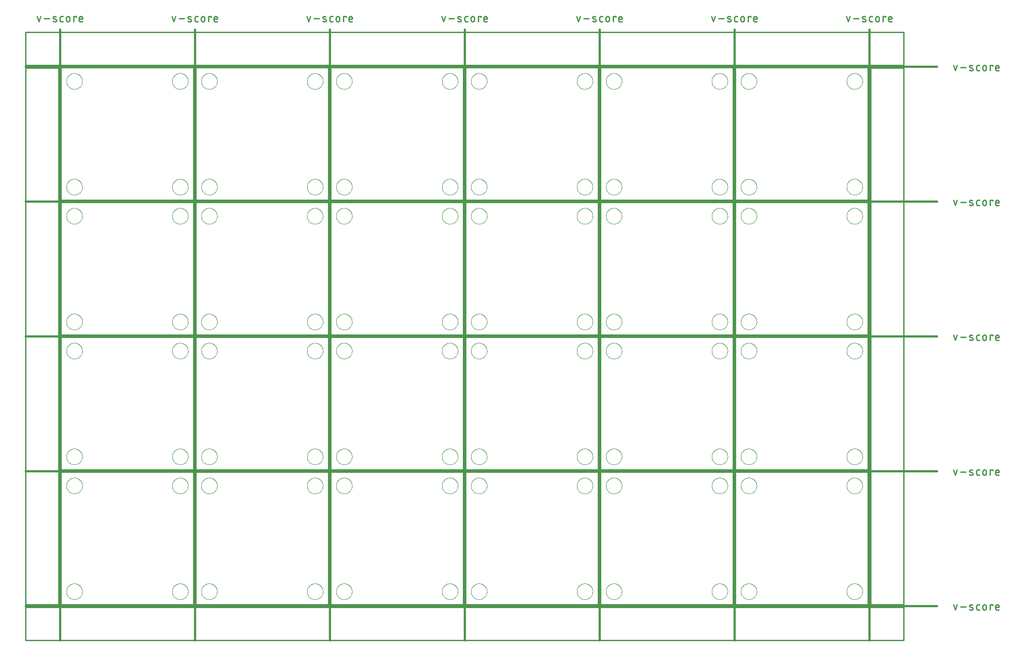
<source format=gko>
G04 EAGLE Gerber RS-274X export*
G75*
%MOMM*%
%FSLAX34Y34*%
%LPD*%
%IN*%
%IPPOS*%
%AMOC8*
5,1,8,0,0,1.08239X$1,22.5*%
G01*
%ADD10C,0.203200*%
%ADD11C,0.381000*%
%ADD12C,0.279400*%
%ADD13C,0.254000*%
%ADD14C,0.000000*%


D10*
X254000Y254000D02*
X0Y254000D01*
X0Y0D01*
X254000Y0D01*
X254000Y254000D01*
X259080Y254000D02*
X513080Y254000D01*
X259080Y254000D02*
X259080Y0D01*
X513080Y0D01*
X513080Y254000D01*
X518160Y254000D02*
X772160Y254000D01*
X518160Y254000D02*
X518160Y0D01*
X772160Y0D01*
X772160Y254000D01*
X777240Y254000D02*
X1031240Y254000D01*
X777240Y254000D02*
X777240Y0D01*
X1031240Y0D01*
X1031240Y254000D01*
X1036320Y254000D02*
X1290320Y254000D01*
X1036320Y254000D02*
X1036320Y0D01*
X1290320Y0D01*
X1290320Y254000D01*
X1295400Y254000D02*
X1549400Y254000D01*
X1295400Y254000D02*
X1295400Y0D01*
X1549400Y0D01*
X1549400Y254000D01*
X254000Y513080D02*
X0Y513080D01*
X0Y259080D01*
X254000Y259080D01*
X254000Y513080D01*
X259080Y513080D02*
X513080Y513080D01*
X259080Y513080D02*
X259080Y259080D01*
X513080Y259080D01*
X513080Y513080D01*
X518160Y513080D02*
X772160Y513080D01*
X518160Y513080D02*
X518160Y259080D01*
X772160Y259080D01*
X772160Y513080D01*
X777240Y513080D02*
X1031240Y513080D01*
X777240Y513080D02*
X777240Y259080D01*
X1031240Y259080D01*
X1031240Y513080D01*
X1036320Y513080D02*
X1290320Y513080D01*
X1036320Y513080D02*
X1036320Y259080D01*
X1290320Y259080D01*
X1290320Y513080D01*
X1295400Y513080D02*
X1549400Y513080D01*
X1295400Y513080D02*
X1295400Y259080D01*
X1549400Y259080D01*
X1549400Y513080D01*
X254000Y772160D02*
X0Y772160D01*
X0Y518160D01*
X254000Y518160D01*
X254000Y772160D01*
X259080Y772160D02*
X513080Y772160D01*
X259080Y772160D02*
X259080Y518160D01*
X513080Y518160D01*
X513080Y772160D01*
X518160Y772160D02*
X772160Y772160D01*
X518160Y772160D02*
X518160Y518160D01*
X772160Y518160D01*
X772160Y772160D01*
X777240Y772160D02*
X1031240Y772160D01*
X777240Y772160D02*
X777240Y518160D01*
X1031240Y518160D01*
X1031240Y772160D01*
X1036320Y772160D02*
X1290320Y772160D01*
X1036320Y772160D02*
X1036320Y518160D01*
X1290320Y518160D01*
X1290320Y772160D01*
X1295400Y772160D02*
X1549400Y772160D01*
X1295400Y772160D02*
X1295400Y518160D01*
X1549400Y518160D01*
X1549400Y772160D01*
X254000Y1031240D02*
X0Y1031240D01*
X0Y777240D01*
X254000Y777240D01*
X254000Y1031240D01*
X259080Y1031240D02*
X513080Y1031240D01*
X259080Y1031240D02*
X259080Y777240D01*
X513080Y777240D01*
X513080Y1031240D01*
X518160Y1031240D02*
X772160Y1031240D01*
X518160Y1031240D02*
X518160Y777240D01*
X772160Y777240D01*
X772160Y1031240D01*
X777240Y1031240D02*
X1031240Y1031240D01*
X777240Y1031240D02*
X777240Y777240D01*
X1031240Y777240D01*
X1031240Y1031240D01*
X1036320Y1031240D02*
X1290320Y1031240D01*
X1036320Y1031240D02*
X1036320Y777240D01*
X1290320Y777240D01*
X1290320Y1031240D01*
X1295400Y1031240D02*
X1549400Y1031240D01*
X1295400Y1031240D02*
X1295400Y777240D01*
X1549400Y777240D01*
X1549400Y1031240D01*
D11*
X-2540Y1104900D02*
X-2540Y-68580D01*
D12*
X-42921Y1120267D02*
X-46251Y1130258D01*
X-39590Y1130258D02*
X-42921Y1120267D01*
X-32806Y1126095D02*
X-22815Y1126095D01*
X-14261Y1126095D02*
X-10098Y1124430D01*
X-14261Y1126094D02*
X-14346Y1126130D01*
X-14429Y1126170D01*
X-14510Y1126213D01*
X-14590Y1126260D01*
X-14667Y1126310D01*
X-14743Y1126363D01*
X-14816Y1126419D01*
X-14886Y1126479D01*
X-14954Y1126541D01*
X-15019Y1126606D01*
X-15081Y1126674D01*
X-15141Y1126745D01*
X-15197Y1126818D01*
X-15250Y1126893D01*
X-15300Y1126971D01*
X-15346Y1127050D01*
X-15389Y1127132D01*
X-15429Y1127215D01*
X-15465Y1127300D01*
X-15497Y1127386D01*
X-15526Y1127474D01*
X-15550Y1127563D01*
X-15571Y1127653D01*
X-15588Y1127743D01*
X-15602Y1127834D01*
X-15611Y1127926D01*
X-15616Y1128018D01*
X-15618Y1128110D01*
X-15616Y1128202D01*
X-15609Y1128294D01*
X-15599Y1128386D01*
X-15585Y1128477D01*
X-15567Y1128568D01*
X-15545Y1128657D01*
X-15519Y1128746D01*
X-15489Y1128833D01*
X-15456Y1128919D01*
X-15419Y1129003D01*
X-15379Y1129086D01*
X-15335Y1129167D01*
X-15288Y1129246D01*
X-15237Y1129323D01*
X-15183Y1129398D01*
X-15126Y1129471D01*
X-15066Y1129541D01*
X-15003Y1129608D01*
X-14937Y1129672D01*
X-14869Y1129734D01*
X-14798Y1129793D01*
X-14724Y1129848D01*
X-14648Y1129901D01*
X-14570Y1129950D01*
X-14490Y1129996D01*
X-14409Y1130038D01*
X-14325Y1130077D01*
X-14240Y1130112D01*
X-14153Y1130143D01*
X-14065Y1130171D01*
X-13976Y1130195D01*
X-13886Y1130215D01*
X-13796Y1130232D01*
X-13704Y1130244D01*
X-13612Y1130253D01*
X-13520Y1130257D01*
X-13428Y1130258D01*
X-13201Y1130252D01*
X-12974Y1130241D01*
X-12747Y1130224D01*
X-12521Y1130201D01*
X-12295Y1130174D01*
X-12070Y1130140D01*
X-11846Y1130102D01*
X-11623Y1130058D01*
X-11401Y1130009D01*
X-11180Y1129954D01*
X-10961Y1129894D01*
X-10743Y1129829D01*
X-10527Y1129758D01*
X-10313Y1129683D01*
X-10100Y1129602D01*
X-9890Y1129516D01*
X-9681Y1129425D01*
X-10098Y1124430D02*
X-10013Y1124394D01*
X-9930Y1124354D01*
X-9849Y1124311D01*
X-9769Y1124264D01*
X-9692Y1124214D01*
X-9616Y1124161D01*
X-9543Y1124105D01*
X-9473Y1124045D01*
X-9405Y1123983D01*
X-9340Y1123918D01*
X-9278Y1123850D01*
X-9218Y1123779D01*
X-9162Y1123706D01*
X-9109Y1123631D01*
X-9059Y1123553D01*
X-9013Y1123474D01*
X-8970Y1123392D01*
X-8930Y1123309D01*
X-8894Y1123224D01*
X-8862Y1123138D01*
X-8833Y1123050D01*
X-8809Y1122961D01*
X-8788Y1122871D01*
X-8771Y1122781D01*
X-8757Y1122690D01*
X-8748Y1122598D01*
X-8743Y1122506D01*
X-8741Y1122414D01*
X-8743Y1122322D01*
X-8750Y1122230D01*
X-8760Y1122138D01*
X-8774Y1122047D01*
X-8792Y1121956D01*
X-8814Y1121867D01*
X-8840Y1121778D01*
X-8870Y1121691D01*
X-8903Y1121605D01*
X-8940Y1121521D01*
X-8980Y1121438D01*
X-9024Y1121357D01*
X-9071Y1121278D01*
X-9122Y1121201D01*
X-9176Y1121126D01*
X-9233Y1121053D01*
X-9293Y1120983D01*
X-9356Y1120916D01*
X-9422Y1120852D01*
X-9490Y1120790D01*
X-9561Y1120731D01*
X-9635Y1120676D01*
X-9711Y1120623D01*
X-9789Y1120574D01*
X-9869Y1120528D01*
X-9950Y1120486D01*
X-10034Y1120447D01*
X-10119Y1120412D01*
X-10206Y1120381D01*
X-10294Y1120353D01*
X-10383Y1120329D01*
X-10473Y1120309D01*
X-10563Y1120292D01*
X-10655Y1120280D01*
X-10747Y1120271D01*
X-10839Y1120267D01*
X-10931Y1120266D01*
X-10931Y1120267D02*
X-11265Y1120276D01*
X-11598Y1120293D01*
X-11931Y1120317D01*
X-12264Y1120350D01*
X-12595Y1120390D01*
X-12926Y1120438D01*
X-13255Y1120494D01*
X-13583Y1120557D01*
X-13909Y1120629D01*
X-14233Y1120708D01*
X-14556Y1120794D01*
X-14876Y1120889D01*
X-15194Y1120991D01*
X-15510Y1121100D01*
X562Y1120267D02*
X3892Y1120267D01*
X562Y1120267D02*
X464Y1120269D01*
X366Y1120275D01*
X268Y1120284D01*
X171Y1120298D01*
X75Y1120315D01*
X-21Y1120336D01*
X-116Y1120361D01*
X-210Y1120389D01*
X-303Y1120421D01*
X-394Y1120457D01*
X-484Y1120496D01*
X-572Y1120539D01*
X-659Y1120586D01*
X-743Y1120635D01*
X-826Y1120688D01*
X-906Y1120744D01*
X-985Y1120803D01*
X-1060Y1120866D01*
X-1134Y1120931D01*
X-1204Y1120999D01*
X-1272Y1121069D01*
X-1338Y1121143D01*
X-1400Y1121219D01*
X-1459Y1121297D01*
X-1515Y1121377D01*
X-1568Y1121460D01*
X-1618Y1121544D01*
X-1664Y1121631D01*
X-1707Y1121719D01*
X-1746Y1121809D01*
X-1782Y1121900D01*
X-1814Y1121993D01*
X-1842Y1122087D01*
X-1867Y1122182D01*
X-1888Y1122278D01*
X-1905Y1122374D01*
X-1919Y1122471D01*
X-1928Y1122569D01*
X-1934Y1122667D01*
X-1936Y1122765D01*
X-1936Y1127760D01*
X-1934Y1127858D01*
X-1928Y1127956D01*
X-1919Y1128054D01*
X-1905Y1128151D01*
X-1888Y1128247D01*
X-1867Y1128343D01*
X-1842Y1128438D01*
X-1814Y1128532D01*
X-1782Y1128625D01*
X-1746Y1128716D01*
X-1707Y1128806D01*
X-1664Y1128894D01*
X-1617Y1128981D01*
X-1568Y1129065D01*
X-1515Y1129148D01*
X-1459Y1129228D01*
X-1400Y1129306D01*
X-1337Y1129382D01*
X-1272Y1129456D01*
X-1204Y1129526D01*
X-1134Y1129594D01*
X-1060Y1129659D01*
X-984Y1129722D01*
X-906Y1129781D01*
X-826Y1129837D01*
X-743Y1129890D01*
X-659Y1129939D01*
X-572Y1129986D01*
X-484Y1130029D01*
X-394Y1130068D01*
X-303Y1130104D01*
X-210Y1130136D01*
X-116Y1130164D01*
X-21Y1130189D01*
X75Y1130210D01*
X171Y1130227D01*
X268Y1130241D01*
X366Y1130250D01*
X464Y1130256D01*
X562Y1130258D01*
X3892Y1130258D01*
X10022Y1126927D02*
X10022Y1123597D01*
X10022Y1126927D02*
X10024Y1127041D01*
X10030Y1127154D01*
X10039Y1127268D01*
X10053Y1127380D01*
X10070Y1127493D01*
X10092Y1127605D01*
X10117Y1127715D01*
X10145Y1127825D01*
X10178Y1127934D01*
X10214Y1128042D01*
X10254Y1128149D01*
X10298Y1128254D01*
X10345Y1128357D01*
X10395Y1128459D01*
X10449Y1128559D01*
X10507Y1128657D01*
X10568Y1128753D01*
X10631Y1128847D01*
X10699Y1128939D01*
X10769Y1129029D01*
X10842Y1129115D01*
X10918Y1129200D01*
X10997Y1129282D01*
X11079Y1129361D01*
X11164Y1129437D01*
X11250Y1129510D01*
X11340Y1129580D01*
X11432Y1129648D01*
X11526Y1129711D01*
X11622Y1129772D01*
X11720Y1129830D01*
X11820Y1129884D01*
X11922Y1129934D01*
X12025Y1129981D01*
X12130Y1130025D01*
X12237Y1130065D01*
X12345Y1130101D01*
X12454Y1130134D01*
X12564Y1130162D01*
X12674Y1130187D01*
X12786Y1130209D01*
X12899Y1130226D01*
X13011Y1130240D01*
X13125Y1130249D01*
X13238Y1130255D01*
X13352Y1130257D01*
X13466Y1130255D01*
X13579Y1130249D01*
X13693Y1130240D01*
X13805Y1130226D01*
X13918Y1130209D01*
X14030Y1130187D01*
X14140Y1130162D01*
X14250Y1130134D01*
X14359Y1130101D01*
X14467Y1130065D01*
X14574Y1130025D01*
X14679Y1129981D01*
X14782Y1129934D01*
X14884Y1129884D01*
X14984Y1129830D01*
X15082Y1129772D01*
X15178Y1129711D01*
X15272Y1129648D01*
X15364Y1129580D01*
X15454Y1129510D01*
X15540Y1129437D01*
X15625Y1129361D01*
X15707Y1129282D01*
X15786Y1129200D01*
X15862Y1129115D01*
X15935Y1129029D01*
X16005Y1128939D01*
X16073Y1128847D01*
X16136Y1128753D01*
X16197Y1128657D01*
X16255Y1128559D01*
X16309Y1128459D01*
X16359Y1128357D01*
X16406Y1128254D01*
X16450Y1128149D01*
X16490Y1128042D01*
X16526Y1127934D01*
X16559Y1127825D01*
X16587Y1127715D01*
X16612Y1127605D01*
X16634Y1127493D01*
X16651Y1127380D01*
X16665Y1127268D01*
X16674Y1127154D01*
X16680Y1127041D01*
X16682Y1126927D01*
X16682Y1123597D01*
X16680Y1123483D01*
X16674Y1123370D01*
X16665Y1123256D01*
X16651Y1123144D01*
X16634Y1123031D01*
X16612Y1122919D01*
X16587Y1122809D01*
X16559Y1122699D01*
X16526Y1122590D01*
X16490Y1122482D01*
X16450Y1122375D01*
X16406Y1122270D01*
X16359Y1122167D01*
X16309Y1122065D01*
X16255Y1121965D01*
X16197Y1121867D01*
X16136Y1121771D01*
X16073Y1121677D01*
X16005Y1121585D01*
X15935Y1121495D01*
X15862Y1121409D01*
X15786Y1121324D01*
X15707Y1121242D01*
X15625Y1121163D01*
X15540Y1121087D01*
X15454Y1121014D01*
X15364Y1120944D01*
X15272Y1120876D01*
X15178Y1120813D01*
X15082Y1120752D01*
X14984Y1120694D01*
X14884Y1120640D01*
X14782Y1120590D01*
X14679Y1120543D01*
X14574Y1120499D01*
X14467Y1120459D01*
X14359Y1120423D01*
X14250Y1120390D01*
X14140Y1120362D01*
X14030Y1120337D01*
X13918Y1120315D01*
X13805Y1120298D01*
X13693Y1120284D01*
X13579Y1120275D01*
X13466Y1120269D01*
X13352Y1120267D01*
X13238Y1120269D01*
X13125Y1120275D01*
X13011Y1120284D01*
X12899Y1120298D01*
X12786Y1120315D01*
X12674Y1120337D01*
X12564Y1120362D01*
X12454Y1120390D01*
X12345Y1120423D01*
X12237Y1120459D01*
X12130Y1120499D01*
X12025Y1120543D01*
X11922Y1120590D01*
X11820Y1120640D01*
X11720Y1120694D01*
X11622Y1120752D01*
X11526Y1120813D01*
X11432Y1120876D01*
X11340Y1120944D01*
X11250Y1121014D01*
X11164Y1121087D01*
X11079Y1121163D01*
X10997Y1121242D01*
X10918Y1121324D01*
X10842Y1121409D01*
X10769Y1121495D01*
X10699Y1121585D01*
X10631Y1121677D01*
X10568Y1121771D01*
X10507Y1121867D01*
X10449Y1121965D01*
X10395Y1122065D01*
X10345Y1122167D01*
X10298Y1122270D01*
X10254Y1122375D01*
X10214Y1122482D01*
X10178Y1122590D01*
X10145Y1122699D01*
X10117Y1122809D01*
X10092Y1122919D01*
X10070Y1123031D01*
X10053Y1123144D01*
X10039Y1123256D01*
X10030Y1123370D01*
X10024Y1123483D01*
X10022Y1123597D01*
X24218Y1120267D02*
X24218Y1130258D01*
X29213Y1130258D01*
X29213Y1128593D01*
X37008Y1120267D02*
X41171Y1120267D01*
X37008Y1120267D02*
X36910Y1120269D01*
X36812Y1120275D01*
X36714Y1120284D01*
X36617Y1120298D01*
X36521Y1120315D01*
X36425Y1120336D01*
X36330Y1120361D01*
X36236Y1120389D01*
X36143Y1120421D01*
X36052Y1120457D01*
X35962Y1120496D01*
X35874Y1120539D01*
X35787Y1120586D01*
X35703Y1120635D01*
X35620Y1120688D01*
X35540Y1120744D01*
X35462Y1120803D01*
X35386Y1120866D01*
X35312Y1120931D01*
X35242Y1120999D01*
X35174Y1121069D01*
X35109Y1121143D01*
X35046Y1121219D01*
X34987Y1121297D01*
X34931Y1121377D01*
X34878Y1121460D01*
X34829Y1121544D01*
X34782Y1121631D01*
X34739Y1121719D01*
X34700Y1121809D01*
X34664Y1121900D01*
X34632Y1121993D01*
X34604Y1122087D01*
X34579Y1122182D01*
X34558Y1122278D01*
X34541Y1122374D01*
X34527Y1122471D01*
X34518Y1122569D01*
X34512Y1122667D01*
X34510Y1122765D01*
X34510Y1126927D01*
X34511Y1126927D02*
X34513Y1127041D01*
X34519Y1127154D01*
X34528Y1127268D01*
X34542Y1127380D01*
X34559Y1127493D01*
X34581Y1127605D01*
X34606Y1127715D01*
X34634Y1127825D01*
X34667Y1127934D01*
X34703Y1128042D01*
X34743Y1128149D01*
X34787Y1128254D01*
X34834Y1128357D01*
X34884Y1128459D01*
X34938Y1128559D01*
X34996Y1128657D01*
X35057Y1128753D01*
X35120Y1128847D01*
X35188Y1128939D01*
X35258Y1129029D01*
X35331Y1129115D01*
X35407Y1129200D01*
X35486Y1129282D01*
X35568Y1129361D01*
X35653Y1129437D01*
X35739Y1129510D01*
X35829Y1129580D01*
X35921Y1129648D01*
X36015Y1129711D01*
X36111Y1129772D01*
X36209Y1129830D01*
X36309Y1129884D01*
X36411Y1129934D01*
X36514Y1129981D01*
X36619Y1130025D01*
X36726Y1130065D01*
X36834Y1130101D01*
X36943Y1130134D01*
X37053Y1130162D01*
X37163Y1130187D01*
X37275Y1130209D01*
X37388Y1130226D01*
X37500Y1130240D01*
X37614Y1130249D01*
X37727Y1130255D01*
X37841Y1130257D01*
X37955Y1130255D01*
X38068Y1130249D01*
X38182Y1130240D01*
X38294Y1130226D01*
X38407Y1130209D01*
X38519Y1130187D01*
X38629Y1130162D01*
X38739Y1130134D01*
X38848Y1130101D01*
X38956Y1130065D01*
X39063Y1130025D01*
X39168Y1129981D01*
X39271Y1129934D01*
X39373Y1129884D01*
X39473Y1129830D01*
X39571Y1129772D01*
X39667Y1129711D01*
X39761Y1129648D01*
X39853Y1129580D01*
X39943Y1129510D01*
X40029Y1129437D01*
X40114Y1129361D01*
X40196Y1129282D01*
X40275Y1129200D01*
X40351Y1129115D01*
X40424Y1129029D01*
X40494Y1128939D01*
X40562Y1128847D01*
X40625Y1128753D01*
X40686Y1128657D01*
X40744Y1128559D01*
X40798Y1128459D01*
X40848Y1128357D01*
X40895Y1128254D01*
X40939Y1128149D01*
X40979Y1128042D01*
X41015Y1127934D01*
X41048Y1127825D01*
X41076Y1127715D01*
X41101Y1127605D01*
X41123Y1127493D01*
X41140Y1127380D01*
X41154Y1127268D01*
X41163Y1127154D01*
X41169Y1127041D01*
X41171Y1126927D01*
X41171Y1125262D01*
X34510Y1125262D01*
D11*
X256540Y1104900D02*
X256540Y-68580D01*
D12*
X216159Y1120267D02*
X212829Y1130258D01*
X219490Y1130258D02*
X216159Y1120267D01*
X226274Y1126095D02*
X236265Y1126095D01*
X244819Y1126095D02*
X248982Y1124430D01*
X244819Y1126094D02*
X244734Y1126130D01*
X244651Y1126170D01*
X244570Y1126213D01*
X244490Y1126260D01*
X244413Y1126310D01*
X244337Y1126363D01*
X244264Y1126419D01*
X244194Y1126479D01*
X244126Y1126541D01*
X244061Y1126606D01*
X243999Y1126674D01*
X243939Y1126745D01*
X243883Y1126818D01*
X243830Y1126893D01*
X243780Y1126971D01*
X243734Y1127050D01*
X243691Y1127132D01*
X243651Y1127215D01*
X243615Y1127300D01*
X243583Y1127386D01*
X243554Y1127474D01*
X243530Y1127563D01*
X243509Y1127653D01*
X243492Y1127743D01*
X243478Y1127834D01*
X243469Y1127926D01*
X243464Y1128018D01*
X243462Y1128110D01*
X243464Y1128202D01*
X243471Y1128294D01*
X243481Y1128386D01*
X243495Y1128477D01*
X243513Y1128568D01*
X243535Y1128657D01*
X243561Y1128746D01*
X243591Y1128833D01*
X243624Y1128919D01*
X243661Y1129003D01*
X243701Y1129086D01*
X243745Y1129167D01*
X243792Y1129246D01*
X243843Y1129323D01*
X243897Y1129398D01*
X243954Y1129471D01*
X244014Y1129541D01*
X244077Y1129608D01*
X244143Y1129672D01*
X244211Y1129734D01*
X244282Y1129793D01*
X244356Y1129848D01*
X244432Y1129901D01*
X244510Y1129950D01*
X244590Y1129996D01*
X244671Y1130038D01*
X244755Y1130077D01*
X244840Y1130112D01*
X244927Y1130143D01*
X245015Y1130171D01*
X245104Y1130195D01*
X245194Y1130215D01*
X245284Y1130232D01*
X245376Y1130244D01*
X245468Y1130253D01*
X245560Y1130257D01*
X245652Y1130258D01*
X245879Y1130252D01*
X246106Y1130241D01*
X246333Y1130224D01*
X246559Y1130201D01*
X246785Y1130174D01*
X247010Y1130140D01*
X247234Y1130102D01*
X247457Y1130058D01*
X247679Y1130009D01*
X247900Y1129954D01*
X248119Y1129894D01*
X248337Y1129829D01*
X248553Y1129758D01*
X248767Y1129683D01*
X248980Y1129602D01*
X249190Y1129516D01*
X249399Y1129425D01*
X248982Y1124430D02*
X249067Y1124394D01*
X249150Y1124354D01*
X249231Y1124311D01*
X249311Y1124264D01*
X249388Y1124214D01*
X249464Y1124161D01*
X249537Y1124105D01*
X249607Y1124045D01*
X249675Y1123983D01*
X249740Y1123918D01*
X249802Y1123850D01*
X249862Y1123779D01*
X249918Y1123706D01*
X249971Y1123631D01*
X250021Y1123553D01*
X250067Y1123474D01*
X250110Y1123392D01*
X250150Y1123309D01*
X250186Y1123224D01*
X250218Y1123138D01*
X250247Y1123050D01*
X250271Y1122961D01*
X250292Y1122871D01*
X250309Y1122781D01*
X250323Y1122690D01*
X250332Y1122598D01*
X250337Y1122506D01*
X250339Y1122414D01*
X250337Y1122322D01*
X250330Y1122230D01*
X250320Y1122138D01*
X250306Y1122047D01*
X250288Y1121956D01*
X250266Y1121867D01*
X250240Y1121778D01*
X250210Y1121691D01*
X250177Y1121605D01*
X250140Y1121521D01*
X250100Y1121438D01*
X250056Y1121357D01*
X250009Y1121278D01*
X249958Y1121201D01*
X249904Y1121126D01*
X249847Y1121053D01*
X249787Y1120983D01*
X249724Y1120916D01*
X249658Y1120852D01*
X249590Y1120790D01*
X249519Y1120731D01*
X249445Y1120676D01*
X249369Y1120623D01*
X249291Y1120574D01*
X249211Y1120528D01*
X249130Y1120486D01*
X249046Y1120447D01*
X248961Y1120412D01*
X248874Y1120381D01*
X248786Y1120353D01*
X248697Y1120329D01*
X248607Y1120309D01*
X248517Y1120292D01*
X248425Y1120280D01*
X248333Y1120271D01*
X248241Y1120267D01*
X248149Y1120266D01*
X248149Y1120267D02*
X247815Y1120276D01*
X247482Y1120293D01*
X247149Y1120317D01*
X246816Y1120350D01*
X246485Y1120390D01*
X246154Y1120438D01*
X245825Y1120494D01*
X245497Y1120557D01*
X245171Y1120629D01*
X244847Y1120708D01*
X244524Y1120794D01*
X244204Y1120889D01*
X243886Y1120991D01*
X243570Y1121100D01*
X259642Y1120267D02*
X262972Y1120267D01*
X259642Y1120267D02*
X259544Y1120269D01*
X259446Y1120275D01*
X259348Y1120284D01*
X259251Y1120298D01*
X259155Y1120315D01*
X259059Y1120336D01*
X258964Y1120361D01*
X258870Y1120389D01*
X258777Y1120421D01*
X258686Y1120457D01*
X258596Y1120496D01*
X258508Y1120539D01*
X258421Y1120586D01*
X258337Y1120635D01*
X258254Y1120688D01*
X258174Y1120744D01*
X258096Y1120803D01*
X258020Y1120866D01*
X257946Y1120931D01*
X257876Y1120999D01*
X257808Y1121069D01*
X257743Y1121143D01*
X257680Y1121219D01*
X257621Y1121297D01*
X257565Y1121377D01*
X257512Y1121460D01*
X257463Y1121544D01*
X257416Y1121631D01*
X257373Y1121719D01*
X257334Y1121809D01*
X257298Y1121900D01*
X257266Y1121993D01*
X257238Y1122087D01*
X257213Y1122182D01*
X257192Y1122278D01*
X257175Y1122374D01*
X257161Y1122471D01*
X257152Y1122569D01*
X257146Y1122667D01*
X257144Y1122765D01*
X257144Y1127760D01*
X257146Y1127858D01*
X257152Y1127956D01*
X257161Y1128054D01*
X257175Y1128151D01*
X257192Y1128247D01*
X257213Y1128343D01*
X257238Y1128438D01*
X257266Y1128532D01*
X257298Y1128625D01*
X257334Y1128716D01*
X257373Y1128806D01*
X257416Y1128894D01*
X257463Y1128981D01*
X257512Y1129065D01*
X257565Y1129148D01*
X257621Y1129228D01*
X257680Y1129307D01*
X257743Y1129382D01*
X257808Y1129456D01*
X257876Y1129526D01*
X257946Y1129594D01*
X258020Y1129660D01*
X258096Y1129722D01*
X258174Y1129781D01*
X258254Y1129837D01*
X258337Y1129890D01*
X258421Y1129940D01*
X258508Y1129986D01*
X258596Y1130029D01*
X258686Y1130068D01*
X258777Y1130104D01*
X258870Y1130136D01*
X258964Y1130164D01*
X259059Y1130189D01*
X259155Y1130210D01*
X259251Y1130227D01*
X259348Y1130241D01*
X259446Y1130250D01*
X259544Y1130256D01*
X259642Y1130258D01*
X262972Y1130258D01*
X269102Y1126927D02*
X269102Y1123597D01*
X269102Y1126927D02*
X269104Y1127041D01*
X269110Y1127154D01*
X269119Y1127268D01*
X269133Y1127380D01*
X269150Y1127493D01*
X269172Y1127605D01*
X269197Y1127715D01*
X269225Y1127825D01*
X269258Y1127934D01*
X269294Y1128042D01*
X269334Y1128149D01*
X269378Y1128254D01*
X269425Y1128357D01*
X269475Y1128459D01*
X269529Y1128559D01*
X269587Y1128657D01*
X269648Y1128753D01*
X269711Y1128847D01*
X269779Y1128939D01*
X269849Y1129029D01*
X269922Y1129115D01*
X269998Y1129200D01*
X270077Y1129282D01*
X270159Y1129361D01*
X270244Y1129437D01*
X270330Y1129510D01*
X270420Y1129580D01*
X270512Y1129648D01*
X270606Y1129711D01*
X270702Y1129772D01*
X270800Y1129830D01*
X270900Y1129884D01*
X271002Y1129934D01*
X271105Y1129981D01*
X271210Y1130025D01*
X271317Y1130065D01*
X271425Y1130101D01*
X271534Y1130134D01*
X271644Y1130162D01*
X271754Y1130187D01*
X271866Y1130209D01*
X271979Y1130226D01*
X272091Y1130240D01*
X272205Y1130249D01*
X272318Y1130255D01*
X272432Y1130257D01*
X272546Y1130255D01*
X272659Y1130249D01*
X272773Y1130240D01*
X272885Y1130226D01*
X272998Y1130209D01*
X273110Y1130187D01*
X273220Y1130162D01*
X273330Y1130134D01*
X273439Y1130101D01*
X273547Y1130065D01*
X273654Y1130025D01*
X273759Y1129981D01*
X273862Y1129934D01*
X273964Y1129884D01*
X274064Y1129830D01*
X274162Y1129772D01*
X274258Y1129711D01*
X274352Y1129648D01*
X274444Y1129580D01*
X274534Y1129510D01*
X274620Y1129437D01*
X274705Y1129361D01*
X274787Y1129282D01*
X274866Y1129200D01*
X274942Y1129115D01*
X275015Y1129029D01*
X275085Y1128939D01*
X275153Y1128847D01*
X275216Y1128753D01*
X275277Y1128657D01*
X275335Y1128559D01*
X275389Y1128459D01*
X275439Y1128357D01*
X275486Y1128254D01*
X275530Y1128149D01*
X275570Y1128042D01*
X275606Y1127934D01*
X275639Y1127825D01*
X275667Y1127715D01*
X275692Y1127605D01*
X275714Y1127493D01*
X275731Y1127380D01*
X275745Y1127268D01*
X275754Y1127154D01*
X275760Y1127041D01*
X275762Y1126927D01*
X275762Y1123597D01*
X275760Y1123483D01*
X275754Y1123370D01*
X275745Y1123256D01*
X275731Y1123144D01*
X275714Y1123031D01*
X275692Y1122919D01*
X275667Y1122809D01*
X275639Y1122699D01*
X275606Y1122590D01*
X275570Y1122482D01*
X275530Y1122375D01*
X275486Y1122270D01*
X275439Y1122167D01*
X275389Y1122065D01*
X275335Y1121965D01*
X275277Y1121867D01*
X275216Y1121771D01*
X275153Y1121677D01*
X275085Y1121585D01*
X275015Y1121495D01*
X274942Y1121409D01*
X274866Y1121324D01*
X274787Y1121242D01*
X274705Y1121163D01*
X274620Y1121087D01*
X274534Y1121014D01*
X274444Y1120944D01*
X274352Y1120876D01*
X274258Y1120813D01*
X274162Y1120752D01*
X274064Y1120694D01*
X273964Y1120640D01*
X273862Y1120590D01*
X273759Y1120543D01*
X273654Y1120499D01*
X273547Y1120459D01*
X273439Y1120423D01*
X273330Y1120390D01*
X273220Y1120362D01*
X273110Y1120337D01*
X272998Y1120315D01*
X272885Y1120298D01*
X272773Y1120284D01*
X272659Y1120275D01*
X272546Y1120269D01*
X272432Y1120267D01*
X272318Y1120269D01*
X272205Y1120275D01*
X272091Y1120284D01*
X271979Y1120298D01*
X271866Y1120315D01*
X271754Y1120337D01*
X271644Y1120362D01*
X271534Y1120390D01*
X271425Y1120423D01*
X271317Y1120459D01*
X271210Y1120499D01*
X271105Y1120543D01*
X271002Y1120590D01*
X270900Y1120640D01*
X270800Y1120694D01*
X270702Y1120752D01*
X270606Y1120813D01*
X270512Y1120876D01*
X270420Y1120944D01*
X270330Y1121014D01*
X270244Y1121087D01*
X270159Y1121163D01*
X270077Y1121242D01*
X269998Y1121324D01*
X269922Y1121409D01*
X269849Y1121495D01*
X269779Y1121585D01*
X269711Y1121677D01*
X269648Y1121771D01*
X269587Y1121867D01*
X269529Y1121965D01*
X269475Y1122065D01*
X269425Y1122167D01*
X269378Y1122270D01*
X269334Y1122375D01*
X269294Y1122482D01*
X269258Y1122590D01*
X269225Y1122699D01*
X269197Y1122809D01*
X269172Y1122919D01*
X269150Y1123031D01*
X269133Y1123144D01*
X269119Y1123256D01*
X269110Y1123370D01*
X269104Y1123483D01*
X269102Y1123597D01*
X283298Y1120267D02*
X283298Y1130258D01*
X288293Y1130258D01*
X288293Y1128593D01*
X296088Y1120267D02*
X300251Y1120267D01*
X296088Y1120267D02*
X295990Y1120269D01*
X295892Y1120275D01*
X295794Y1120284D01*
X295697Y1120298D01*
X295601Y1120315D01*
X295505Y1120336D01*
X295410Y1120361D01*
X295316Y1120389D01*
X295223Y1120421D01*
X295132Y1120457D01*
X295042Y1120496D01*
X294954Y1120539D01*
X294867Y1120586D01*
X294783Y1120635D01*
X294700Y1120688D01*
X294620Y1120744D01*
X294542Y1120803D01*
X294466Y1120866D01*
X294392Y1120931D01*
X294322Y1120999D01*
X294254Y1121069D01*
X294189Y1121143D01*
X294126Y1121219D01*
X294067Y1121297D01*
X294011Y1121377D01*
X293958Y1121460D01*
X293909Y1121544D01*
X293862Y1121631D01*
X293819Y1121719D01*
X293780Y1121809D01*
X293744Y1121900D01*
X293712Y1121993D01*
X293684Y1122087D01*
X293659Y1122182D01*
X293638Y1122278D01*
X293621Y1122374D01*
X293607Y1122471D01*
X293598Y1122569D01*
X293592Y1122667D01*
X293590Y1122765D01*
X293590Y1126927D01*
X293591Y1126927D02*
X293593Y1127041D01*
X293599Y1127154D01*
X293608Y1127268D01*
X293622Y1127380D01*
X293639Y1127493D01*
X293661Y1127605D01*
X293686Y1127715D01*
X293714Y1127825D01*
X293747Y1127934D01*
X293783Y1128042D01*
X293823Y1128149D01*
X293867Y1128254D01*
X293914Y1128357D01*
X293964Y1128459D01*
X294018Y1128559D01*
X294076Y1128657D01*
X294137Y1128753D01*
X294200Y1128847D01*
X294268Y1128939D01*
X294338Y1129029D01*
X294411Y1129115D01*
X294487Y1129200D01*
X294566Y1129282D01*
X294648Y1129361D01*
X294733Y1129437D01*
X294819Y1129510D01*
X294909Y1129580D01*
X295001Y1129648D01*
X295095Y1129711D01*
X295191Y1129772D01*
X295289Y1129830D01*
X295389Y1129884D01*
X295491Y1129934D01*
X295594Y1129981D01*
X295699Y1130025D01*
X295806Y1130065D01*
X295914Y1130101D01*
X296023Y1130134D01*
X296133Y1130162D01*
X296243Y1130187D01*
X296355Y1130209D01*
X296468Y1130226D01*
X296580Y1130240D01*
X296694Y1130249D01*
X296807Y1130255D01*
X296921Y1130257D01*
X297035Y1130255D01*
X297148Y1130249D01*
X297262Y1130240D01*
X297374Y1130226D01*
X297487Y1130209D01*
X297599Y1130187D01*
X297709Y1130162D01*
X297819Y1130134D01*
X297928Y1130101D01*
X298036Y1130065D01*
X298143Y1130025D01*
X298248Y1129981D01*
X298351Y1129934D01*
X298453Y1129884D01*
X298553Y1129830D01*
X298651Y1129772D01*
X298747Y1129711D01*
X298841Y1129648D01*
X298933Y1129580D01*
X299023Y1129510D01*
X299109Y1129437D01*
X299194Y1129361D01*
X299276Y1129282D01*
X299355Y1129200D01*
X299431Y1129115D01*
X299504Y1129029D01*
X299574Y1128939D01*
X299642Y1128847D01*
X299705Y1128753D01*
X299766Y1128657D01*
X299824Y1128559D01*
X299878Y1128459D01*
X299928Y1128357D01*
X299975Y1128254D01*
X300019Y1128149D01*
X300059Y1128042D01*
X300095Y1127934D01*
X300128Y1127825D01*
X300156Y1127715D01*
X300181Y1127605D01*
X300203Y1127493D01*
X300220Y1127380D01*
X300234Y1127268D01*
X300243Y1127154D01*
X300249Y1127041D01*
X300251Y1126927D01*
X300251Y1125262D01*
X293590Y1125262D01*
D11*
X515620Y1104900D02*
X515620Y-68580D01*
D12*
X475239Y1120267D02*
X471909Y1130258D01*
X478570Y1130258D02*
X475239Y1120267D01*
X485354Y1126095D02*
X495345Y1126095D01*
X503899Y1126095D02*
X508062Y1124430D01*
X503899Y1126094D02*
X503814Y1126130D01*
X503731Y1126170D01*
X503650Y1126213D01*
X503570Y1126260D01*
X503493Y1126310D01*
X503417Y1126363D01*
X503344Y1126419D01*
X503274Y1126479D01*
X503206Y1126541D01*
X503141Y1126606D01*
X503079Y1126674D01*
X503019Y1126745D01*
X502963Y1126818D01*
X502910Y1126893D01*
X502860Y1126971D01*
X502814Y1127050D01*
X502771Y1127132D01*
X502731Y1127215D01*
X502695Y1127300D01*
X502663Y1127386D01*
X502634Y1127474D01*
X502610Y1127563D01*
X502589Y1127653D01*
X502572Y1127743D01*
X502558Y1127834D01*
X502549Y1127926D01*
X502544Y1128018D01*
X502542Y1128110D01*
X502544Y1128202D01*
X502551Y1128294D01*
X502561Y1128386D01*
X502575Y1128477D01*
X502593Y1128568D01*
X502615Y1128657D01*
X502641Y1128746D01*
X502671Y1128833D01*
X502704Y1128919D01*
X502741Y1129003D01*
X502781Y1129086D01*
X502825Y1129167D01*
X502872Y1129246D01*
X502923Y1129323D01*
X502977Y1129398D01*
X503034Y1129471D01*
X503094Y1129541D01*
X503157Y1129608D01*
X503223Y1129672D01*
X503291Y1129734D01*
X503362Y1129793D01*
X503436Y1129848D01*
X503512Y1129901D01*
X503590Y1129950D01*
X503670Y1129996D01*
X503751Y1130038D01*
X503835Y1130077D01*
X503920Y1130112D01*
X504007Y1130143D01*
X504095Y1130171D01*
X504184Y1130195D01*
X504274Y1130215D01*
X504364Y1130232D01*
X504456Y1130244D01*
X504548Y1130253D01*
X504640Y1130257D01*
X504732Y1130258D01*
X504959Y1130252D01*
X505186Y1130241D01*
X505413Y1130224D01*
X505639Y1130201D01*
X505865Y1130174D01*
X506090Y1130140D01*
X506314Y1130102D01*
X506537Y1130058D01*
X506759Y1130009D01*
X506980Y1129954D01*
X507199Y1129894D01*
X507417Y1129829D01*
X507633Y1129758D01*
X507847Y1129683D01*
X508060Y1129602D01*
X508270Y1129516D01*
X508479Y1129425D01*
X508062Y1124430D02*
X508147Y1124394D01*
X508230Y1124354D01*
X508311Y1124311D01*
X508391Y1124264D01*
X508468Y1124214D01*
X508544Y1124161D01*
X508617Y1124105D01*
X508687Y1124045D01*
X508755Y1123983D01*
X508820Y1123918D01*
X508882Y1123850D01*
X508942Y1123779D01*
X508998Y1123706D01*
X509051Y1123631D01*
X509101Y1123553D01*
X509147Y1123474D01*
X509190Y1123392D01*
X509230Y1123309D01*
X509266Y1123224D01*
X509298Y1123138D01*
X509327Y1123050D01*
X509351Y1122961D01*
X509372Y1122871D01*
X509389Y1122781D01*
X509403Y1122690D01*
X509412Y1122598D01*
X509417Y1122506D01*
X509419Y1122414D01*
X509417Y1122322D01*
X509410Y1122230D01*
X509400Y1122138D01*
X509386Y1122047D01*
X509368Y1121956D01*
X509346Y1121867D01*
X509320Y1121778D01*
X509290Y1121691D01*
X509257Y1121605D01*
X509220Y1121521D01*
X509180Y1121438D01*
X509136Y1121357D01*
X509089Y1121278D01*
X509038Y1121201D01*
X508984Y1121126D01*
X508927Y1121053D01*
X508867Y1120983D01*
X508804Y1120916D01*
X508738Y1120852D01*
X508670Y1120790D01*
X508599Y1120731D01*
X508525Y1120676D01*
X508449Y1120623D01*
X508371Y1120574D01*
X508291Y1120528D01*
X508210Y1120486D01*
X508126Y1120447D01*
X508041Y1120412D01*
X507954Y1120381D01*
X507866Y1120353D01*
X507777Y1120329D01*
X507687Y1120309D01*
X507597Y1120292D01*
X507505Y1120280D01*
X507413Y1120271D01*
X507321Y1120267D01*
X507229Y1120266D01*
X507229Y1120267D02*
X506895Y1120276D01*
X506562Y1120293D01*
X506229Y1120317D01*
X505896Y1120350D01*
X505565Y1120390D01*
X505234Y1120438D01*
X504905Y1120494D01*
X504577Y1120557D01*
X504251Y1120629D01*
X503927Y1120708D01*
X503604Y1120794D01*
X503284Y1120889D01*
X502966Y1120991D01*
X502650Y1121100D01*
X518722Y1120267D02*
X522052Y1120267D01*
X518722Y1120267D02*
X518624Y1120269D01*
X518526Y1120275D01*
X518428Y1120284D01*
X518331Y1120298D01*
X518235Y1120315D01*
X518139Y1120336D01*
X518044Y1120361D01*
X517950Y1120389D01*
X517857Y1120421D01*
X517766Y1120457D01*
X517676Y1120496D01*
X517588Y1120539D01*
X517501Y1120586D01*
X517417Y1120635D01*
X517334Y1120688D01*
X517254Y1120744D01*
X517176Y1120803D01*
X517100Y1120866D01*
X517026Y1120931D01*
X516956Y1120999D01*
X516888Y1121069D01*
X516823Y1121143D01*
X516760Y1121219D01*
X516701Y1121297D01*
X516645Y1121377D01*
X516592Y1121460D01*
X516543Y1121544D01*
X516496Y1121631D01*
X516453Y1121719D01*
X516414Y1121809D01*
X516378Y1121900D01*
X516346Y1121993D01*
X516318Y1122087D01*
X516293Y1122182D01*
X516272Y1122278D01*
X516255Y1122374D01*
X516241Y1122471D01*
X516232Y1122569D01*
X516226Y1122667D01*
X516224Y1122765D01*
X516224Y1127760D01*
X516226Y1127858D01*
X516232Y1127956D01*
X516241Y1128054D01*
X516255Y1128151D01*
X516272Y1128247D01*
X516293Y1128343D01*
X516318Y1128438D01*
X516346Y1128532D01*
X516378Y1128625D01*
X516414Y1128716D01*
X516453Y1128806D01*
X516496Y1128894D01*
X516543Y1128981D01*
X516592Y1129065D01*
X516645Y1129148D01*
X516701Y1129228D01*
X516760Y1129307D01*
X516823Y1129382D01*
X516888Y1129456D01*
X516956Y1129526D01*
X517026Y1129594D01*
X517100Y1129660D01*
X517176Y1129722D01*
X517254Y1129781D01*
X517334Y1129837D01*
X517417Y1129890D01*
X517501Y1129940D01*
X517588Y1129986D01*
X517676Y1130029D01*
X517766Y1130068D01*
X517857Y1130104D01*
X517950Y1130136D01*
X518044Y1130164D01*
X518139Y1130189D01*
X518235Y1130210D01*
X518331Y1130227D01*
X518428Y1130241D01*
X518526Y1130250D01*
X518624Y1130256D01*
X518722Y1130258D01*
X522052Y1130258D01*
X528182Y1126927D02*
X528182Y1123597D01*
X528182Y1126927D02*
X528184Y1127041D01*
X528190Y1127154D01*
X528199Y1127268D01*
X528213Y1127380D01*
X528230Y1127493D01*
X528252Y1127605D01*
X528277Y1127715D01*
X528305Y1127825D01*
X528338Y1127934D01*
X528374Y1128042D01*
X528414Y1128149D01*
X528458Y1128254D01*
X528505Y1128357D01*
X528555Y1128459D01*
X528609Y1128559D01*
X528667Y1128657D01*
X528728Y1128753D01*
X528791Y1128847D01*
X528859Y1128939D01*
X528929Y1129029D01*
X529002Y1129115D01*
X529078Y1129200D01*
X529157Y1129282D01*
X529239Y1129361D01*
X529324Y1129437D01*
X529410Y1129510D01*
X529500Y1129580D01*
X529592Y1129648D01*
X529686Y1129711D01*
X529782Y1129772D01*
X529880Y1129830D01*
X529980Y1129884D01*
X530082Y1129934D01*
X530185Y1129981D01*
X530290Y1130025D01*
X530397Y1130065D01*
X530505Y1130101D01*
X530614Y1130134D01*
X530724Y1130162D01*
X530834Y1130187D01*
X530946Y1130209D01*
X531059Y1130226D01*
X531171Y1130240D01*
X531285Y1130249D01*
X531398Y1130255D01*
X531512Y1130257D01*
X531626Y1130255D01*
X531739Y1130249D01*
X531853Y1130240D01*
X531965Y1130226D01*
X532078Y1130209D01*
X532190Y1130187D01*
X532300Y1130162D01*
X532410Y1130134D01*
X532519Y1130101D01*
X532627Y1130065D01*
X532734Y1130025D01*
X532839Y1129981D01*
X532942Y1129934D01*
X533044Y1129884D01*
X533144Y1129830D01*
X533242Y1129772D01*
X533338Y1129711D01*
X533432Y1129648D01*
X533524Y1129580D01*
X533614Y1129510D01*
X533700Y1129437D01*
X533785Y1129361D01*
X533867Y1129282D01*
X533946Y1129200D01*
X534022Y1129115D01*
X534095Y1129029D01*
X534165Y1128939D01*
X534233Y1128847D01*
X534296Y1128753D01*
X534357Y1128657D01*
X534415Y1128559D01*
X534469Y1128459D01*
X534519Y1128357D01*
X534566Y1128254D01*
X534610Y1128149D01*
X534650Y1128042D01*
X534686Y1127934D01*
X534719Y1127825D01*
X534747Y1127715D01*
X534772Y1127605D01*
X534794Y1127493D01*
X534811Y1127380D01*
X534825Y1127268D01*
X534834Y1127154D01*
X534840Y1127041D01*
X534842Y1126927D01*
X534842Y1123597D01*
X534840Y1123483D01*
X534834Y1123370D01*
X534825Y1123256D01*
X534811Y1123144D01*
X534794Y1123031D01*
X534772Y1122919D01*
X534747Y1122809D01*
X534719Y1122699D01*
X534686Y1122590D01*
X534650Y1122482D01*
X534610Y1122375D01*
X534566Y1122270D01*
X534519Y1122167D01*
X534469Y1122065D01*
X534415Y1121965D01*
X534357Y1121867D01*
X534296Y1121771D01*
X534233Y1121677D01*
X534165Y1121585D01*
X534095Y1121495D01*
X534022Y1121409D01*
X533946Y1121324D01*
X533867Y1121242D01*
X533785Y1121163D01*
X533700Y1121087D01*
X533614Y1121014D01*
X533524Y1120944D01*
X533432Y1120876D01*
X533338Y1120813D01*
X533242Y1120752D01*
X533144Y1120694D01*
X533044Y1120640D01*
X532942Y1120590D01*
X532839Y1120543D01*
X532734Y1120499D01*
X532627Y1120459D01*
X532519Y1120423D01*
X532410Y1120390D01*
X532300Y1120362D01*
X532190Y1120337D01*
X532078Y1120315D01*
X531965Y1120298D01*
X531853Y1120284D01*
X531739Y1120275D01*
X531626Y1120269D01*
X531512Y1120267D01*
X531398Y1120269D01*
X531285Y1120275D01*
X531171Y1120284D01*
X531059Y1120298D01*
X530946Y1120315D01*
X530834Y1120337D01*
X530724Y1120362D01*
X530614Y1120390D01*
X530505Y1120423D01*
X530397Y1120459D01*
X530290Y1120499D01*
X530185Y1120543D01*
X530082Y1120590D01*
X529980Y1120640D01*
X529880Y1120694D01*
X529782Y1120752D01*
X529686Y1120813D01*
X529592Y1120876D01*
X529500Y1120944D01*
X529410Y1121014D01*
X529324Y1121087D01*
X529239Y1121163D01*
X529157Y1121242D01*
X529078Y1121324D01*
X529002Y1121409D01*
X528929Y1121495D01*
X528859Y1121585D01*
X528791Y1121677D01*
X528728Y1121771D01*
X528667Y1121867D01*
X528609Y1121965D01*
X528555Y1122065D01*
X528505Y1122167D01*
X528458Y1122270D01*
X528414Y1122375D01*
X528374Y1122482D01*
X528338Y1122590D01*
X528305Y1122699D01*
X528277Y1122809D01*
X528252Y1122919D01*
X528230Y1123031D01*
X528213Y1123144D01*
X528199Y1123256D01*
X528190Y1123370D01*
X528184Y1123483D01*
X528182Y1123597D01*
X542378Y1120267D02*
X542378Y1130258D01*
X547373Y1130258D01*
X547373Y1128593D01*
X555168Y1120267D02*
X559331Y1120267D01*
X555168Y1120267D02*
X555070Y1120269D01*
X554972Y1120275D01*
X554874Y1120284D01*
X554777Y1120298D01*
X554681Y1120315D01*
X554585Y1120336D01*
X554490Y1120361D01*
X554396Y1120389D01*
X554303Y1120421D01*
X554212Y1120457D01*
X554122Y1120496D01*
X554034Y1120539D01*
X553947Y1120586D01*
X553863Y1120635D01*
X553780Y1120688D01*
X553700Y1120744D01*
X553622Y1120803D01*
X553546Y1120866D01*
X553472Y1120931D01*
X553402Y1120999D01*
X553334Y1121069D01*
X553269Y1121143D01*
X553206Y1121219D01*
X553147Y1121297D01*
X553091Y1121377D01*
X553038Y1121460D01*
X552989Y1121544D01*
X552942Y1121631D01*
X552899Y1121719D01*
X552860Y1121809D01*
X552824Y1121900D01*
X552792Y1121993D01*
X552764Y1122087D01*
X552739Y1122182D01*
X552718Y1122278D01*
X552701Y1122374D01*
X552687Y1122471D01*
X552678Y1122569D01*
X552672Y1122667D01*
X552670Y1122765D01*
X552670Y1126927D01*
X552671Y1126927D02*
X552673Y1127041D01*
X552679Y1127154D01*
X552688Y1127268D01*
X552702Y1127380D01*
X552719Y1127493D01*
X552741Y1127605D01*
X552766Y1127715D01*
X552794Y1127825D01*
X552827Y1127934D01*
X552863Y1128042D01*
X552903Y1128149D01*
X552947Y1128254D01*
X552994Y1128357D01*
X553044Y1128459D01*
X553098Y1128559D01*
X553156Y1128657D01*
X553217Y1128753D01*
X553280Y1128847D01*
X553348Y1128939D01*
X553418Y1129029D01*
X553491Y1129115D01*
X553567Y1129200D01*
X553646Y1129282D01*
X553728Y1129361D01*
X553813Y1129437D01*
X553899Y1129510D01*
X553989Y1129580D01*
X554081Y1129648D01*
X554175Y1129711D01*
X554271Y1129772D01*
X554369Y1129830D01*
X554469Y1129884D01*
X554571Y1129934D01*
X554674Y1129981D01*
X554779Y1130025D01*
X554886Y1130065D01*
X554994Y1130101D01*
X555103Y1130134D01*
X555213Y1130162D01*
X555323Y1130187D01*
X555435Y1130209D01*
X555548Y1130226D01*
X555660Y1130240D01*
X555774Y1130249D01*
X555887Y1130255D01*
X556001Y1130257D01*
X556115Y1130255D01*
X556228Y1130249D01*
X556342Y1130240D01*
X556454Y1130226D01*
X556567Y1130209D01*
X556679Y1130187D01*
X556789Y1130162D01*
X556899Y1130134D01*
X557008Y1130101D01*
X557116Y1130065D01*
X557223Y1130025D01*
X557328Y1129981D01*
X557431Y1129934D01*
X557533Y1129884D01*
X557633Y1129830D01*
X557731Y1129772D01*
X557827Y1129711D01*
X557921Y1129648D01*
X558013Y1129580D01*
X558103Y1129510D01*
X558189Y1129437D01*
X558274Y1129361D01*
X558356Y1129282D01*
X558435Y1129200D01*
X558511Y1129115D01*
X558584Y1129029D01*
X558654Y1128939D01*
X558722Y1128847D01*
X558785Y1128753D01*
X558846Y1128657D01*
X558904Y1128559D01*
X558958Y1128459D01*
X559008Y1128357D01*
X559055Y1128254D01*
X559099Y1128149D01*
X559139Y1128042D01*
X559175Y1127934D01*
X559208Y1127825D01*
X559236Y1127715D01*
X559261Y1127605D01*
X559283Y1127493D01*
X559300Y1127380D01*
X559314Y1127268D01*
X559323Y1127154D01*
X559329Y1127041D01*
X559331Y1126927D01*
X559331Y1125262D01*
X552670Y1125262D01*
D11*
X774700Y1104900D02*
X774700Y-68580D01*
D12*
X734319Y1120267D02*
X730989Y1130258D01*
X737650Y1130258D02*
X734319Y1120267D01*
X744434Y1126095D02*
X754425Y1126095D01*
X762979Y1126095D02*
X767142Y1124430D01*
X762979Y1126094D02*
X762894Y1126130D01*
X762811Y1126170D01*
X762730Y1126213D01*
X762650Y1126260D01*
X762573Y1126310D01*
X762497Y1126363D01*
X762424Y1126419D01*
X762354Y1126479D01*
X762286Y1126541D01*
X762221Y1126606D01*
X762159Y1126674D01*
X762099Y1126745D01*
X762043Y1126818D01*
X761990Y1126893D01*
X761940Y1126971D01*
X761894Y1127050D01*
X761851Y1127132D01*
X761811Y1127215D01*
X761775Y1127300D01*
X761743Y1127386D01*
X761714Y1127474D01*
X761690Y1127563D01*
X761669Y1127653D01*
X761652Y1127743D01*
X761638Y1127834D01*
X761629Y1127926D01*
X761624Y1128018D01*
X761622Y1128110D01*
X761624Y1128202D01*
X761631Y1128294D01*
X761641Y1128386D01*
X761655Y1128477D01*
X761673Y1128568D01*
X761695Y1128657D01*
X761721Y1128746D01*
X761751Y1128833D01*
X761784Y1128919D01*
X761821Y1129003D01*
X761861Y1129086D01*
X761905Y1129167D01*
X761952Y1129246D01*
X762003Y1129323D01*
X762057Y1129398D01*
X762114Y1129471D01*
X762174Y1129541D01*
X762237Y1129608D01*
X762303Y1129672D01*
X762371Y1129734D01*
X762442Y1129793D01*
X762516Y1129848D01*
X762592Y1129901D01*
X762670Y1129950D01*
X762750Y1129996D01*
X762831Y1130038D01*
X762915Y1130077D01*
X763000Y1130112D01*
X763087Y1130143D01*
X763175Y1130171D01*
X763264Y1130195D01*
X763354Y1130215D01*
X763444Y1130232D01*
X763536Y1130244D01*
X763628Y1130253D01*
X763720Y1130257D01*
X763812Y1130258D01*
X764039Y1130252D01*
X764266Y1130241D01*
X764493Y1130224D01*
X764719Y1130201D01*
X764945Y1130174D01*
X765170Y1130140D01*
X765394Y1130102D01*
X765617Y1130058D01*
X765839Y1130009D01*
X766060Y1129954D01*
X766279Y1129894D01*
X766497Y1129829D01*
X766713Y1129758D01*
X766927Y1129683D01*
X767140Y1129602D01*
X767350Y1129516D01*
X767559Y1129425D01*
X767142Y1124430D02*
X767227Y1124394D01*
X767310Y1124354D01*
X767391Y1124311D01*
X767471Y1124264D01*
X767548Y1124214D01*
X767624Y1124161D01*
X767697Y1124105D01*
X767767Y1124045D01*
X767835Y1123983D01*
X767900Y1123918D01*
X767962Y1123850D01*
X768022Y1123779D01*
X768078Y1123706D01*
X768131Y1123631D01*
X768181Y1123553D01*
X768227Y1123474D01*
X768270Y1123392D01*
X768310Y1123309D01*
X768346Y1123224D01*
X768378Y1123138D01*
X768407Y1123050D01*
X768431Y1122961D01*
X768452Y1122871D01*
X768469Y1122781D01*
X768483Y1122690D01*
X768492Y1122598D01*
X768497Y1122506D01*
X768499Y1122414D01*
X768497Y1122322D01*
X768490Y1122230D01*
X768480Y1122138D01*
X768466Y1122047D01*
X768448Y1121956D01*
X768426Y1121867D01*
X768400Y1121778D01*
X768370Y1121691D01*
X768337Y1121605D01*
X768300Y1121521D01*
X768260Y1121438D01*
X768216Y1121357D01*
X768169Y1121278D01*
X768118Y1121201D01*
X768064Y1121126D01*
X768007Y1121053D01*
X767947Y1120983D01*
X767884Y1120916D01*
X767818Y1120852D01*
X767750Y1120790D01*
X767679Y1120731D01*
X767605Y1120676D01*
X767529Y1120623D01*
X767451Y1120574D01*
X767371Y1120528D01*
X767290Y1120486D01*
X767206Y1120447D01*
X767121Y1120412D01*
X767034Y1120381D01*
X766946Y1120353D01*
X766857Y1120329D01*
X766767Y1120309D01*
X766677Y1120292D01*
X766585Y1120280D01*
X766493Y1120271D01*
X766401Y1120267D01*
X766309Y1120266D01*
X766309Y1120267D02*
X765975Y1120276D01*
X765642Y1120293D01*
X765309Y1120317D01*
X764976Y1120350D01*
X764645Y1120390D01*
X764314Y1120438D01*
X763985Y1120494D01*
X763657Y1120557D01*
X763331Y1120629D01*
X763007Y1120708D01*
X762684Y1120794D01*
X762364Y1120889D01*
X762046Y1120991D01*
X761730Y1121100D01*
X777802Y1120267D02*
X781132Y1120267D01*
X777802Y1120267D02*
X777704Y1120269D01*
X777606Y1120275D01*
X777508Y1120284D01*
X777411Y1120298D01*
X777315Y1120315D01*
X777219Y1120336D01*
X777124Y1120361D01*
X777030Y1120389D01*
X776937Y1120421D01*
X776846Y1120457D01*
X776756Y1120496D01*
X776668Y1120539D01*
X776581Y1120586D01*
X776497Y1120635D01*
X776414Y1120688D01*
X776334Y1120744D01*
X776256Y1120803D01*
X776180Y1120866D01*
X776106Y1120931D01*
X776036Y1120999D01*
X775968Y1121069D01*
X775903Y1121143D01*
X775840Y1121219D01*
X775781Y1121297D01*
X775725Y1121377D01*
X775672Y1121460D01*
X775623Y1121544D01*
X775576Y1121631D01*
X775533Y1121719D01*
X775494Y1121809D01*
X775458Y1121900D01*
X775426Y1121993D01*
X775398Y1122087D01*
X775373Y1122182D01*
X775352Y1122278D01*
X775335Y1122374D01*
X775321Y1122471D01*
X775312Y1122569D01*
X775306Y1122667D01*
X775304Y1122765D01*
X775304Y1127760D01*
X775306Y1127858D01*
X775312Y1127956D01*
X775321Y1128054D01*
X775335Y1128151D01*
X775352Y1128247D01*
X775373Y1128343D01*
X775398Y1128438D01*
X775426Y1128532D01*
X775458Y1128625D01*
X775494Y1128716D01*
X775533Y1128806D01*
X775576Y1128894D01*
X775623Y1128981D01*
X775672Y1129065D01*
X775725Y1129148D01*
X775781Y1129228D01*
X775840Y1129307D01*
X775903Y1129382D01*
X775968Y1129456D01*
X776036Y1129526D01*
X776106Y1129594D01*
X776180Y1129660D01*
X776256Y1129722D01*
X776334Y1129781D01*
X776414Y1129837D01*
X776497Y1129890D01*
X776581Y1129940D01*
X776668Y1129986D01*
X776756Y1130029D01*
X776846Y1130068D01*
X776937Y1130104D01*
X777030Y1130136D01*
X777124Y1130164D01*
X777219Y1130189D01*
X777315Y1130210D01*
X777411Y1130227D01*
X777508Y1130241D01*
X777606Y1130250D01*
X777704Y1130256D01*
X777802Y1130258D01*
X781132Y1130258D01*
X787262Y1126927D02*
X787262Y1123597D01*
X787262Y1126927D02*
X787264Y1127041D01*
X787270Y1127154D01*
X787279Y1127268D01*
X787293Y1127380D01*
X787310Y1127493D01*
X787332Y1127605D01*
X787357Y1127715D01*
X787385Y1127825D01*
X787418Y1127934D01*
X787454Y1128042D01*
X787494Y1128149D01*
X787538Y1128254D01*
X787585Y1128357D01*
X787635Y1128459D01*
X787689Y1128559D01*
X787747Y1128657D01*
X787808Y1128753D01*
X787871Y1128847D01*
X787939Y1128939D01*
X788009Y1129029D01*
X788082Y1129115D01*
X788158Y1129200D01*
X788237Y1129282D01*
X788319Y1129361D01*
X788404Y1129437D01*
X788490Y1129510D01*
X788580Y1129580D01*
X788672Y1129648D01*
X788766Y1129711D01*
X788862Y1129772D01*
X788960Y1129830D01*
X789060Y1129884D01*
X789162Y1129934D01*
X789265Y1129981D01*
X789370Y1130025D01*
X789477Y1130065D01*
X789585Y1130101D01*
X789694Y1130134D01*
X789804Y1130162D01*
X789914Y1130187D01*
X790026Y1130209D01*
X790139Y1130226D01*
X790251Y1130240D01*
X790365Y1130249D01*
X790478Y1130255D01*
X790592Y1130257D01*
X790706Y1130255D01*
X790819Y1130249D01*
X790933Y1130240D01*
X791045Y1130226D01*
X791158Y1130209D01*
X791270Y1130187D01*
X791380Y1130162D01*
X791490Y1130134D01*
X791599Y1130101D01*
X791707Y1130065D01*
X791814Y1130025D01*
X791919Y1129981D01*
X792022Y1129934D01*
X792124Y1129884D01*
X792224Y1129830D01*
X792322Y1129772D01*
X792418Y1129711D01*
X792512Y1129648D01*
X792604Y1129580D01*
X792694Y1129510D01*
X792780Y1129437D01*
X792865Y1129361D01*
X792947Y1129282D01*
X793026Y1129200D01*
X793102Y1129115D01*
X793175Y1129029D01*
X793245Y1128939D01*
X793313Y1128847D01*
X793376Y1128753D01*
X793437Y1128657D01*
X793495Y1128559D01*
X793549Y1128459D01*
X793599Y1128357D01*
X793646Y1128254D01*
X793690Y1128149D01*
X793730Y1128042D01*
X793766Y1127934D01*
X793799Y1127825D01*
X793827Y1127715D01*
X793852Y1127605D01*
X793874Y1127493D01*
X793891Y1127380D01*
X793905Y1127268D01*
X793914Y1127154D01*
X793920Y1127041D01*
X793922Y1126927D01*
X793922Y1123597D01*
X793920Y1123483D01*
X793914Y1123370D01*
X793905Y1123256D01*
X793891Y1123144D01*
X793874Y1123031D01*
X793852Y1122919D01*
X793827Y1122809D01*
X793799Y1122699D01*
X793766Y1122590D01*
X793730Y1122482D01*
X793690Y1122375D01*
X793646Y1122270D01*
X793599Y1122167D01*
X793549Y1122065D01*
X793495Y1121965D01*
X793437Y1121867D01*
X793376Y1121771D01*
X793313Y1121677D01*
X793245Y1121585D01*
X793175Y1121495D01*
X793102Y1121409D01*
X793026Y1121324D01*
X792947Y1121242D01*
X792865Y1121163D01*
X792780Y1121087D01*
X792694Y1121014D01*
X792604Y1120944D01*
X792512Y1120876D01*
X792418Y1120813D01*
X792322Y1120752D01*
X792224Y1120694D01*
X792124Y1120640D01*
X792022Y1120590D01*
X791919Y1120543D01*
X791814Y1120499D01*
X791707Y1120459D01*
X791599Y1120423D01*
X791490Y1120390D01*
X791380Y1120362D01*
X791270Y1120337D01*
X791158Y1120315D01*
X791045Y1120298D01*
X790933Y1120284D01*
X790819Y1120275D01*
X790706Y1120269D01*
X790592Y1120267D01*
X790478Y1120269D01*
X790365Y1120275D01*
X790251Y1120284D01*
X790139Y1120298D01*
X790026Y1120315D01*
X789914Y1120337D01*
X789804Y1120362D01*
X789694Y1120390D01*
X789585Y1120423D01*
X789477Y1120459D01*
X789370Y1120499D01*
X789265Y1120543D01*
X789162Y1120590D01*
X789060Y1120640D01*
X788960Y1120694D01*
X788862Y1120752D01*
X788766Y1120813D01*
X788672Y1120876D01*
X788580Y1120944D01*
X788490Y1121014D01*
X788404Y1121087D01*
X788319Y1121163D01*
X788237Y1121242D01*
X788158Y1121324D01*
X788082Y1121409D01*
X788009Y1121495D01*
X787939Y1121585D01*
X787871Y1121677D01*
X787808Y1121771D01*
X787747Y1121867D01*
X787689Y1121965D01*
X787635Y1122065D01*
X787585Y1122167D01*
X787538Y1122270D01*
X787494Y1122375D01*
X787454Y1122482D01*
X787418Y1122590D01*
X787385Y1122699D01*
X787357Y1122809D01*
X787332Y1122919D01*
X787310Y1123031D01*
X787293Y1123144D01*
X787279Y1123256D01*
X787270Y1123370D01*
X787264Y1123483D01*
X787262Y1123597D01*
X801458Y1120267D02*
X801458Y1130258D01*
X806453Y1130258D01*
X806453Y1128593D01*
X814248Y1120267D02*
X818411Y1120267D01*
X814248Y1120267D02*
X814150Y1120269D01*
X814052Y1120275D01*
X813954Y1120284D01*
X813857Y1120298D01*
X813761Y1120315D01*
X813665Y1120336D01*
X813570Y1120361D01*
X813476Y1120389D01*
X813383Y1120421D01*
X813292Y1120457D01*
X813202Y1120496D01*
X813114Y1120539D01*
X813027Y1120586D01*
X812943Y1120635D01*
X812860Y1120688D01*
X812780Y1120744D01*
X812702Y1120803D01*
X812626Y1120866D01*
X812552Y1120931D01*
X812482Y1120999D01*
X812414Y1121069D01*
X812349Y1121143D01*
X812286Y1121219D01*
X812227Y1121297D01*
X812171Y1121377D01*
X812118Y1121460D01*
X812069Y1121544D01*
X812022Y1121631D01*
X811979Y1121719D01*
X811940Y1121809D01*
X811904Y1121900D01*
X811872Y1121993D01*
X811844Y1122087D01*
X811819Y1122182D01*
X811798Y1122278D01*
X811781Y1122374D01*
X811767Y1122471D01*
X811758Y1122569D01*
X811752Y1122667D01*
X811750Y1122765D01*
X811750Y1126927D01*
X811751Y1126927D02*
X811753Y1127041D01*
X811759Y1127154D01*
X811768Y1127268D01*
X811782Y1127380D01*
X811799Y1127493D01*
X811821Y1127605D01*
X811846Y1127715D01*
X811874Y1127825D01*
X811907Y1127934D01*
X811943Y1128042D01*
X811983Y1128149D01*
X812027Y1128254D01*
X812074Y1128357D01*
X812124Y1128459D01*
X812178Y1128559D01*
X812236Y1128657D01*
X812297Y1128753D01*
X812360Y1128847D01*
X812428Y1128939D01*
X812498Y1129029D01*
X812571Y1129115D01*
X812647Y1129200D01*
X812726Y1129282D01*
X812808Y1129361D01*
X812893Y1129437D01*
X812979Y1129510D01*
X813069Y1129580D01*
X813161Y1129648D01*
X813255Y1129711D01*
X813351Y1129772D01*
X813449Y1129830D01*
X813549Y1129884D01*
X813651Y1129934D01*
X813754Y1129981D01*
X813859Y1130025D01*
X813966Y1130065D01*
X814074Y1130101D01*
X814183Y1130134D01*
X814293Y1130162D01*
X814403Y1130187D01*
X814515Y1130209D01*
X814628Y1130226D01*
X814740Y1130240D01*
X814854Y1130249D01*
X814967Y1130255D01*
X815081Y1130257D01*
X815195Y1130255D01*
X815308Y1130249D01*
X815422Y1130240D01*
X815534Y1130226D01*
X815647Y1130209D01*
X815759Y1130187D01*
X815869Y1130162D01*
X815979Y1130134D01*
X816088Y1130101D01*
X816196Y1130065D01*
X816303Y1130025D01*
X816408Y1129981D01*
X816511Y1129934D01*
X816613Y1129884D01*
X816713Y1129830D01*
X816811Y1129772D01*
X816907Y1129711D01*
X817001Y1129648D01*
X817093Y1129580D01*
X817183Y1129510D01*
X817269Y1129437D01*
X817354Y1129361D01*
X817436Y1129282D01*
X817515Y1129200D01*
X817591Y1129115D01*
X817664Y1129029D01*
X817734Y1128939D01*
X817802Y1128847D01*
X817865Y1128753D01*
X817926Y1128657D01*
X817984Y1128559D01*
X818038Y1128459D01*
X818088Y1128357D01*
X818135Y1128254D01*
X818179Y1128149D01*
X818219Y1128042D01*
X818255Y1127934D01*
X818288Y1127825D01*
X818316Y1127715D01*
X818341Y1127605D01*
X818363Y1127493D01*
X818380Y1127380D01*
X818394Y1127268D01*
X818403Y1127154D01*
X818409Y1127041D01*
X818411Y1126927D01*
X818411Y1125262D01*
X811750Y1125262D01*
D11*
X1033780Y1104900D02*
X1033780Y-68580D01*
D12*
X993399Y1120267D02*
X990069Y1130258D01*
X996730Y1130258D02*
X993399Y1120267D01*
X1003514Y1126095D02*
X1013505Y1126095D01*
X1022059Y1126095D02*
X1026222Y1124430D01*
X1022059Y1126094D02*
X1021974Y1126130D01*
X1021891Y1126170D01*
X1021810Y1126213D01*
X1021730Y1126260D01*
X1021653Y1126310D01*
X1021577Y1126363D01*
X1021504Y1126419D01*
X1021434Y1126479D01*
X1021366Y1126541D01*
X1021301Y1126606D01*
X1021239Y1126674D01*
X1021179Y1126745D01*
X1021123Y1126818D01*
X1021070Y1126893D01*
X1021020Y1126971D01*
X1020974Y1127050D01*
X1020931Y1127132D01*
X1020891Y1127215D01*
X1020855Y1127300D01*
X1020823Y1127386D01*
X1020794Y1127474D01*
X1020770Y1127563D01*
X1020749Y1127653D01*
X1020732Y1127743D01*
X1020718Y1127834D01*
X1020709Y1127926D01*
X1020704Y1128018D01*
X1020702Y1128110D01*
X1020704Y1128202D01*
X1020711Y1128294D01*
X1020721Y1128386D01*
X1020735Y1128477D01*
X1020753Y1128568D01*
X1020775Y1128657D01*
X1020801Y1128746D01*
X1020831Y1128833D01*
X1020864Y1128919D01*
X1020901Y1129003D01*
X1020941Y1129086D01*
X1020985Y1129167D01*
X1021032Y1129246D01*
X1021083Y1129323D01*
X1021137Y1129398D01*
X1021194Y1129471D01*
X1021254Y1129541D01*
X1021317Y1129608D01*
X1021383Y1129672D01*
X1021451Y1129734D01*
X1021522Y1129793D01*
X1021596Y1129848D01*
X1021672Y1129901D01*
X1021750Y1129950D01*
X1021830Y1129996D01*
X1021911Y1130038D01*
X1021995Y1130077D01*
X1022080Y1130112D01*
X1022167Y1130143D01*
X1022255Y1130171D01*
X1022344Y1130195D01*
X1022434Y1130215D01*
X1022524Y1130232D01*
X1022616Y1130244D01*
X1022708Y1130253D01*
X1022800Y1130257D01*
X1022892Y1130258D01*
X1023119Y1130252D01*
X1023346Y1130241D01*
X1023573Y1130224D01*
X1023799Y1130201D01*
X1024025Y1130174D01*
X1024250Y1130140D01*
X1024474Y1130102D01*
X1024697Y1130058D01*
X1024919Y1130009D01*
X1025140Y1129954D01*
X1025359Y1129894D01*
X1025577Y1129829D01*
X1025793Y1129758D01*
X1026007Y1129683D01*
X1026220Y1129602D01*
X1026430Y1129516D01*
X1026639Y1129425D01*
X1026222Y1124430D02*
X1026307Y1124394D01*
X1026390Y1124354D01*
X1026471Y1124311D01*
X1026551Y1124264D01*
X1026628Y1124214D01*
X1026704Y1124161D01*
X1026777Y1124105D01*
X1026847Y1124045D01*
X1026915Y1123983D01*
X1026980Y1123918D01*
X1027042Y1123850D01*
X1027102Y1123779D01*
X1027158Y1123706D01*
X1027211Y1123631D01*
X1027261Y1123553D01*
X1027307Y1123474D01*
X1027350Y1123392D01*
X1027390Y1123309D01*
X1027426Y1123224D01*
X1027458Y1123138D01*
X1027487Y1123050D01*
X1027511Y1122961D01*
X1027532Y1122871D01*
X1027549Y1122781D01*
X1027563Y1122690D01*
X1027572Y1122598D01*
X1027577Y1122506D01*
X1027579Y1122414D01*
X1027577Y1122322D01*
X1027570Y1122230D01*
X1027560Y1122138D01*
X1027546Y1122047D01*
X1027528Y1121956D01*
X1027506Y1121867D01*
X1027480Y1121778D01*
X1027450Y1121691D01*
X1027417Y1121605D01*
X1027380Y1121521D01*
X1027340Y1121438D01*
X1027296Y1121357D01*
X1027249Y1121278D01*
X1027198Y1121201D01*
X1027144Y1121126D01*
X1027087Y1121053D01*
X1027027Y1120983D01*
X1026964Y1120916D01*
X1026898Y1120852D01*
X1026830Y1120790D01*
X1026759Y1120731D01*
X1026685Y1120676D01*
X1026609Y1120623D01*
X1026531Y1120574D01*
X1026451Y1120528D01*
X1026370Y1120486D01*
X1026286Y1120447D01*
X1026201Y1120412D01*
X1026114Y1120381D01*
X1026026Y1120353D01*
X1025937Y1120329D01*
X1025847Y1120309D01*
X1025757Y1120292D01*
X1025665Y1120280D01*
X1025573Y1120271D01*
X1025481Y1120267D01*
X1025389Y1120266D01*
X1025389Y1120267D02*
X1025055Y1120276D01*
X1024722Y1120293D01*
X1024389Y1120317D01*
X1024056Y1120350D01*
X1023725Y1120390D01*
X1023394Y1120438D01*
X1023065Y1120494D01*
X1022737Y1120557D01*
X1022411Y1120629D01*
X1022087Y1120708D01*
X1021764Y1120794D01*
X1021444Y1120889D01*
X1021126Y1120991D01*
X1020810Y1121100D01*
X1036882Y1120267D02*
X1040212Y1120267D01*
X1036882Y1120267D02*
X1036784Y1120269D01*
X1036686Y1120275D01*
X1036588Y1120284D01*
X1036491Y1120298D01*
X1036395Y1120315D01*
X1036299Y1120336D01*
X1036204Y1120361D01*
X1036110Y1120389D01*
X1036017Y1120421D01*
X1035926Y1120457D01*
X1035836Y1120496D01*
X1035748Y1120539D01*
X1035661Y1120586D01*
X1035577Y1120635D01*
X1035494Y1120688D01*
X1035414Y1120744D01*
X1035336Y1120803D01*
X1035260Y1120866D01*
X1035186Y1120931D01*
X1035116Y1120999D01*
X1035048Y1121069D01*
X1034983Y1121143D01*
X1034920Y1121219D01*
X1034861Y1121297D01*
X1034805Y1121377D01*
X1034752Y1121460D01*
X1034703Y1121544D01*
X1034656Y1121631D01*
X1034613Y1121719D01*
X1034574Y1121809D01*
X1034538Y1121900D01*
X1034506Y1121993D01*
X1034478Y1122087D01*
X1034453Y1122182D01*
X1034432Y1122278D01*
X1034415Y1122374D01*
X1034401Y1122471D01*
X1034392Y1122569D01*
X1034386Y1122667D01*
X1034384Y1122765D01*
X1034384Y1127760D01*
X1034386Y1127858D01*
X1034392Y1127956D01*
X1034401Y1128054D01*
X1034415Y1128151D01*
X1034432Y1128247D01*
X1034453Y1128343D01*
X1034478Y1128438D01*
X1034506Y1128532D01*
X1034538Y1128625D01*
X1034574Y1128716D01*
X1034613Y1128806D01*
X1034656Y1128894D01*
X1034703Y1128981D01*
X1034752Y1129065D01*
X1034805Y1129148D01*
X1034861Y1129228D01*
X1034920Y1129307D01*
X1034983Y1129382D01*
X1035048Y1129456D01*
X1035116Y1129526D01*
X1035186Y1129594D01*
X1035260Y1129660D01*
X1035336Y1129722D01*
X1035414Y1129781D01*
X1035494Y1129837D01*
X1035577Y1129890D01*
X1035661Y1129940D01*
X1035748Y1129986D01*
X1035836Y1130029D01*
X1035926Y1130068D01*
X1036017Y1130104D01*
X1036110Y1130136D01*
X1036204Y1130164D01*
X1036299Y1130189D01*
X1036395Y1130210D01*
X1036491Y1130227D01*
X1036588Y1130241D01*
X1036686Y1130250D01*
X1036784Y1130256D01*
X1036882Y1130258D01*
X1040212Y1130258D01*
X1046342Y1126927D02*
X1046342Y1123597D01*
X1046342Y1126927D02*
X1046344Y1127041D01*
X1046350Y1127154D01*
X1046359Y1127268D01*
X1046373Y1127380D01*
X1046390Y1127493D01*
X1046412Y1127605D01*
X1046437Y1127715D01*
X1046465Y1127825D01*
X1046498Y1127934D01*
X1046534Y1128042D01*
X1046574Y1128149D01*
X1046618Y1128254D01*
X1046665Y1128357D01*
X1046715Y1128459D01*
X1046769Y1128559D01*
X1046827Y1128657D01*
X1046888Y1128753D01*
X1046951Y1128847D01*
X1047019Y1128939D01*
X1047089Y1129029D01*
X1047162Y1129115D01*
X1047238Y1129200D01*
X1047317Y1129282D01*
X1047399Y1129361D01*
X1047484Y1129437D01*
X1047570Y1129510D01*
X1047660Y1129580D01*
X1047752Y1129648D01*
X1047846Y1129711D01*
X1047942Y1129772D01*
X1048040Y1129830D01*
X1048140Y1129884D01*
X1048242Y1129934D01*
X1048345Y1129981D01*
X1048450Y1130025D01*
X1048557Y1130065D01*
X1048665Y1130101D01*
X1048774Y1130134D01*
X1048884Y1130162D01*
X1048994Y1130187D01*
X1049106Y1130209D01*
X1049219Y1130226D01*
X1049331Y1130240D01*
X1049445Y1130249D01*
X1049558Y1130255D01*
X1049672Y1130257D01*
X1049786Y1130255D01*
X1049899Y1130249D01*
X1050013Y1130240D01*
X1050125Y1130226D01*
X1050238Y1130209D01*
X1050350Y1130187D01*
X1050460Y1130162D01*
X1050570Y1130134D01*
X1050679Y1130101D01*
X1050787Y1130065D01*
X1050894Y1130025D01*
X1050999Y1129981D01*
X1051102Y1129934D01*
X1051204Y1129884D01*
X1051304Y1129830D01*
X1051402Y1129772D01*
X1051498Y1129711D01*
X1051592Y1129648D01*
X1051684Y1129580D01*
X1051774Y1129510D01*
X1051860Y1129437D01*
X1051945Y1129361D01*
X1052027Y1129282D01*
X1052106Y1129200D01*
X1052182Y1129115D01*
X1052255Y1129029D01*
X1052325Y1128939D01*
X1052393Y1128847D01*
X1052456Y1128753D01*
X1052517Y1128657D01*
X1052575Y1128559D01*
X1052629Y1128459D01*
X1052679Y1128357D01*
X1052726Y1128254D01*
X1052770Y1128149D01*
X1052810Y1128042D01*
X1052846Y1127934D01*
X1052879Y1127825D01*
X1052907Y1127715D01*
X1052932Y1127605D01*
X1052954Y1127493D01*
X1052971Y1127380D01*
X1052985Y1127268D01*
X1052994Y1127154D01*
X1053000Y1127041D01*
X1053002Y1126927D01*
X1053002Y1123597D01*
X1053000Y1123483D01*
X1052994Y1123370D01*
X1052985Y1123256D01*
X1052971Y1123144D01*
X1052954Y1123031D01*
X1052932Y1122919D01*
X1052907Y1122809D01*
X1052879Y1122699D01*
X1052846Y1122590D01*
X1052810Y1122482D01*
X1052770Y1122375D01*
X1052726Y1122270D01*
X1052679Y1122167D01*
X1052629Y1122065D01*
X1052575Y1121965D01*
X1052517Y1121867D01*
X1052456Y1121771D01*
X1052393Y1121677D01*
X1052325Y1121585D01*
X1052255Y1121495D01*
X1052182Y1121409D01*
X1052106Y1121324D01*
X1052027Y1121242D01*
X1051945Y1121163D01*
X1051860Y1121087D01*
X1051774Y1121014D01*
X1051684Y1120944D01*
X1051592Y1120876D01*
X1051498Y1120813D01*
X1051402Y1120752D01*
X1051304Y1120694D01*
X1051204Y1120640D01*
X1051102Y1120590D01*
X1050999Y1120543D01*
X1050894Y1120499D01*
X1050787Y1120459D01*
X1050679Y1120423D01*
X1050570Y1120390D01*
X1050460Y1120362D01*
X1050350Y1120337D01*
X1050238Y1120315D01*
X1050125Y1120298D01*
X1050013Y1120284D01*
X1049899Y1120275D01*
X1049786Y1120269D01*
X1049672Y1120267D01*
X1049558Y1120269D01*
X1049445Y1120275D01*
X1049331Y1120284D01*
X1049219Y1120298D01*
X1049106Y1120315D01*
X1048994Y1120337D01*
X1048884Y1120362D01*
X1048774Y1120390D01*
X1048665Y1120423D01*
X1048557Y1120459D01*
X1048450Y1120499D01*
X1048345Y1120543D01*
X1048242Y1120590D01*
X1048140Y1120640D01*
X1048040Y1120694D01*
X1047942Y1120752D01*
X1047846Y1120813D01*
X1047752Y1120876D01*
X1047660Y1120944D01*
X1047570Y1121014D01*
X1047484Y1121087D01*
X1047399Y1121163D01*
X1047317Y1121242D01*
X1047238Y1121324D01*
X1047162Y1121409D01*
X1047089Y1121495D01*
X1047019Y1121585D01*
X1046951Y1121677D01*
X1046888Y1121771D01*
X1046827Y1121867D01*
X1046769Y1121965D01*
X1046715Y1122065D01*
X1046665Y1122167D01*
X1046618Y1122270D01*
X1046574Y1122375D01*
X1046534Y1122482D01*
X1046498Y1122590D01*
X1046465Y1122699D01*
X1046437Y1122809D01*
X1046412Y1122919D01*
X1046390Y1123031D01*
X1046373Y1123144D01*
X1046359Y1123256D01*
X1046350Y1123370D01*
X1046344Y1123483D01*
X1046342Y1123597D01*
X1060538Y1120267D02*
X1060538Y1130258D01*
X1065533Y1130258D01*
X1065533Y1128593D01*
X1073328Y1120267D02*
X1077491Y1120267D01*
X1073328Y1120267D02*
X1073230Y1120269D01*
X1073132Y1120275D01*
X1073034Y1120284D01*
X1072937Y1120298D01*
X1072841Y1120315D01*
X1072745Y1120336D01*
X1072650Y1120361D01*
X1072556Y1120389D01*
X1072463Y1120421D01*
X1072372Y1120457D01*
X1072282Y1120496D01*
X1072194Y1120539D01*
X1072107Y1120586D01*
X1072023Y1120635D01*
X1071940Y1120688D01*
X1071860Y1120744D01*
X1071782Y1120803D01*
X1071706Y1120866D01*
X1071632Y1120931D01*
X1071562Y1120999D01*
X1071494Y1121069D01*
X1071429Y1121143D01*
X1071366Y1121219D01*
X1071307Y1121297D01*
X1071251Y1121377D01*
X1071198Y1121460D01*
X1071149Y1121544D01*
X1071102Y1121631D01*
X1071059Y1121719D01*
X1071020Y1121809D01*
X1070984Y1121900D01*
X1070952Y1121993D01*
X1070924Y1122087D01*
X1070899Y1122182D01*
X1070878Y1122278D01*
X1070861Y1122374D01*
X1070847Y1122471D01*
X1070838Y1122569D01*
X1070832Y1122667D01*
X1070830Y1122765D01*
X1070830Y1126927D01*
X1070831Y1126927D02*
X1070833Y1127041D01*
X1070839Y1127154D01*
X1070848Y1127268D01*
X1070862Y1127380D01*
X1070879Y1127493D01*
X1070901Y1127605D01*
X1070926Y1127715D01*
X1070954Y1127825D01*
X1070987Y1127934D01*
X1071023Y1128042D01*
X1071063Y1128149D01*
X1071107Y1128254D01*
X1071154Y1128357D01*
X1071204Y1128459D01*
X1071258Y1128559D01*
X1071316Y1128657D01*
X1071377Y1128753D01*
X1071440Y1128847D01*
X1071508Y1128939D01*
X1071578Y1129029D01*
X1071651Y1129115D01*
X1071727Y1129200D01*
X1071806Y1129282D01*
X1071888Y1129361D01*
X1071973Y1129437D01*
X1072059Y1129510D01*
X1072149Y1129580D01*
X1072241Y1129648D01*
X1072335Y1129711D01*
X1072431Y1129772D01*
X1072529Y1129830D01*
X1072629Y1129884D01*
X1072731Y1129934D01*
X1072834Y1129981D01*
X1072939Y1130025D01*
X1073046Y1130065D01*
X1073154Y1130101D01*
X1073263Y1130134D01*
X1073373Y1130162D01*
X1073483Y1130187D01*
X1073595Y1130209D01*
X1073708Y1130226D01*
X1073820Y1130240D01*
X1073934Y1130249D01*
X1074047Y1130255D01*
X1074161Y1130257D01*
X1074275Y1130255D01*
X1074388Y1130249D01*
X1074502Y1130240D01*
X1074614Y1130226D01*
X1074727Y1130209D01*
X1074839Y1130187D01*
X1074949Y1130162D01*
X1075059Y1130134D01*
X1075168Y1130101D01*
X1075276Y1130065D01*
X1075383Y1130025D01*
X1075488Y1129981D01*
X1075591Y1129934D01*
X1075693Y1129884D01*
X1075793Y1129830D01*
X1075891Y1129772D01*
X1075987Y1129711D01*
X1076081Y1129648D01*
X1076173Y1129580D01*
X1076263Y1129510D01*
X1076349Y1129437D01*
X1076434Y1129361D01*
X1076516Y1129282D01*
X1076595Y1129200D01*
X1076671Y1129115D01*
X1076744Y1129029D01*
X1076814Y1128939D01*
X1076882Y1128847D01*
X1076945Y1128753D01*
X1077006Y1128657D01*
X1077064Y1128559D01*
X1077118Y1128459D01*
X1077168Y1128357D01*
X1077215Y1128254D01*
X1077259Y1128149D01*
X1077299Y1128042D01*
X1077335Y1127934D01*
X1077368Y1127825D01*
X1077396Y1127715D01*
X1077421Y1127605D01*
X1077443Y1127493D01*
X1077460Y1127380D01*
X1077474Y1127268D01*
X1077483Y1127154D01*
X1077489Y1127041D01*
X1077491Y1126927D01*
X1077491Y1125262D01*
X1070830Y1125262D01*
D11*
X1292860Y1104900D02*
X1292860Y-68580D01*
D12*
X1252479Y1120267D02*
X1249149Y1130258D01*
X1255810Y1130258D02*
X1252479Y1120267D01*
X1262594Y1126095D02*
X1272585Y1126095D01*
X1281139Y1126095D02*
X1285302Y1124430D01*
X1281139Y1126094D02*
X1281054Y1126130D01*
X1280971Y1126170D01*
X1280890Y1126213D01*
X1280810Y1126260D01*
X1280733Y1126310D01*
X1280657Y1126363D01*
X1280584Y1126419D01*
X1280514Y1126479D01*
X1280446Y1126541D01*
X1280381Y1126606D01*
X1280319Y1126674D01*
X1280259Y1126745D01*
X1280203Y1126818D01*
X1280150Y1126893D01*
X1280100Y1126971D01*
X1280054Y1127050D01*
X1280011Y1127132D01*
X1279971Y1127215D01*
X1279935Y1127300D01*
X1279903Y1127386D01*
X1279874Y1127474D01*
X1279850Y1127563D01*
X1279829Y1127653D01*
X1279812Y1127743D01*
X1279798Y1127834D01*
X1279789Y1127926D01*
X1279784Y1128018D01*
X1279782Y1128110D01*
X1279784Y1128202D01*
X1279791Y1128294D01*
X1279801Y1128386D01*
X1279815Y1128477D01*
X1279833Y1128568D01*
X1279855Y1128657D01*
X1279881Y1128746D01*
X1279911Y1128833D01*
X1279944Y1128919D01*
X1279981Y1129003D01*
X1280021Y1129086D01*
X1280065Y1129167D01*
X1280112Y1129246D01*
X1280163Y1129323D01*
X1280217Y1129398D01*
X1280274Y1129471D01*
X1280334Y1129541D01*
X1280397Y1129608D01*
X1280463Y1129672D01*
X1280531Y1129734D01*
X1280602Y1129793D01*
X1280676Y1129848D01*
X1280752Y1129901D01*
X1280830Y1129950D01*
X1280910Y1129996D01*
X1280991Y1130038D01*
X1281075Y1130077D01*
X1281160Y1130112D01*
X1281247Y1130143D01*
X1281335Y1130171D01*
X1281424Y1130195D01*
X1281514Y1130215D01*
X1281604Y1130232D01*
X1281696Y1130244D01*
X1281788Y1130253D01*
X1281880Y1130257D01*
X1281972Y1130258D01*
X1282199Y1130252D01*
X1282426Y1130241D01*
X1282653Y1130224D01*
X1282879Y1130201D01*
X1283105Y1130174D01*
X1283330Y1130140D01*
X1283554Y1130102D01*
X1283777Y1130058D01*
X1283999Y1130009D01*
X1284220Y1129954D01*
X1284439Y1129894D01*
X1284657Y1129829D01*
X1284873Y1129758D01*
X1285087Y1129683D01*
X1285300Y1129602D01*
X1285510Y1129516D01*
X1285719Y1129425D01*
X1285302Y1124430D02*
X1285387Y1124394D01*
X1285470Y1124354D01*
X1285551Y1124311D01*
X1285631Y1124264D01*
X1285708Y1124214D01*
X1285784Y1124161D01*
X1285857Y1124105D01*
X1285927Y1124045D01*
X1285995Y1123983D01*
X1286060Y1123918D01*
X1286122Y1123850D01*
X1286182Y1123779D01*
X1286238Y1123706D01*
X1286291Y1123631D01*
X1286341Y1123553D01*
X1286387Y1123474D01*
X1286430Y1123392D01*
X1286470Y1123309D01*
X1286506Y1123224D01*
X1286538Y1123138D01*
X1286567Y1123050D01*
X1286591Y1122961D01*
X1286612Y1122871D01*
X1286629Y1122781D01*
X1286643Y1122690D01*
X1286652Y1122598D01*
X1286657Y1122506D01*
X1286659Y1122414D01*
X1286657Y1122322D01*
X1286650Y1122230D01*
X1286640Y1122138D01*
X1286626Y1122047D01*
X1286608Y1121956D01*
X1286586Y1121867D01*
X1286560Y1121778D01*
X1286530Y1121691D01*
X1286497Y1121605D01*
X1286460Y1121521D01*
X1286420Y1121438D01*
X1286376Y1121357D01*
X1286329Y1121278D01*
X1286278Y1121201D01*
X1286224Y1121126D01*
X1286167Y1121053D01*
X1286107Y1120983D01*
X1286044Y1120916D01*
X1285978Y1120852D01*
X1285910Y1120790D01*
X1285839Y1120731D01*
X1285765Y1120676D01*
X1285689Y1120623D01*
X1285611Y1120574D01*
X1285531Y1120528D01*
X1285450Y1120486D01*
X1285366Y1120447D01*
X1285281Y1120412D01*
X1285194Y1120381D01*
X1285106Y1120353D01*
X1285017Y1120329D01*
X1284927Y1120309D01*
X1284837Y1120292D01*
X1284745Y1120280D01*
X1284653Y1120271D01*
X1284561Y1120267D01*
X1284469Y1120266D01*
X1284469Y1120267D02*
X1284135Y1120276D01*
X1283802Y1120293D01*
X1283469Y1120317D01*
X1283136Y1120350D01*
X1282805Y1120390D01*
X1282474Y1120438D01*
X1282145Y1120494D01*
X1281817Y1120557D01*
X1281491Y1120629D01*
X1281167Y1120708D01*
X1280844Y1120794D01*
X1280524Y1120889D01*
X1280206Y1120991D01*
X1279890Y1121100D01*
X1295962Y1120267D02*
X1299292Y1120267D01*
X1295962Y1120267D02*
X1295864Y1120269D01*
X1295766Y1120275D01*
X1295668Y1120284D01*
X1295571Y1120298D01*
X1295475Y1120315D01*
X1295379Y1120336D01*
X1295284Y1120361D01*
X1295190Y1120389D01*
X1295097Y1120421D01*
X1295006Y1120457D01*
X1294916Y1120496D01*
X1294828Y1120539D01*
X1294741Y1120586D01*
X1294657Y1120635D01*
X1294574Y1120688D01*
X1294494Y1120744D01*
X1294416Y1120803D01*
X1294340Y1120866D01*
X1294266Y1120931D01*
X1294196Y1120999D01*
X1294128Y1121069D01*
X1294063Y1121143D01*
X1294000Y1121219D01*
X1293941Y1121297D01*
X1293885Y1121377D01*
X1293832Y1121460D01*
X1293783Y1121544D01*
X1293736Y1121631D01*
X1293693Y1121719D01*
X1293654Y1121809D01*
X1293618Y1121900D01*
X1293586Y1121993D01*
X1293558Y1122087D01*
X1293533Y1122182D01*
X1293512Y1122278D01*
X1293495Y1122374D01*
X1293481Y1122471D01*
X1293472Y1122569D01*
X1293466Y1122667D01*
X1293464Y1122765D01*
X1293464Y1127760D01*
X1293466Y1127858D01*
X1293472Y1127956D01*
X1293481Y1128054D01*
X1293495Y1128151D01*
X1293512Y1128247D01*
X1293533Y1128343D01*
X1293558Y1128438D01*
X1293586Y1128532D01*
X1293618Y1128625D01*
X1293654Y1128716D01*
X1293693Y1128806D01*
X1293736Y1128894D01*
X1293783Y1128981D01*
X1293832Y1129065D01*
X1293885Y1129148D01*
X1293941Y1129228D01*
X1294000Y1129307D01*
X1294063Y1129382D01*
X1294128Y1129456D01*
X1294196Y1129526D01*
X1294266Y1129594D01*
X1294340Y1129660D01*
X1294416Y1129722D01*
X1294494Y1129781D01*
X1294574Y1129837D01*
X1294657Y1129890D01*
X1294741Y1129940D01*
X1294828Y1129986D01*
X1294916Y1130029D01*
X1295006Y1130068D01*
X1295097Y1130104D01*
X1295190Y1130136D01*
X1295284Y1130164D01*
X1295379Y1130189D01*
X1295475Y1130210D01*
X1295571Y1130227D01*
X1295668Y1130241D01*
X1295766Y1130250D01*
X1295864Y1130256D01*
X1295962Y1130258D01*
X1299292Y1130258D01*
X1305422Y1126927D02*
X1305422Y1123597D01*
X1305422Y1126927D02*
X1305424Y1127041D01*
X1305430Y1127154D01*
X1305439Y1127268D01*
X1305453Y1127380D01*
X1305470Y1127493D01*
X1305492Y1127605D01*
X1305517Y1127715D01*
X1305545Y1127825D01*
X1305578Y1127934D01*
X1305614Y1128042D01*
X1305654Y1128149D01*
X1305698Y1128254D01*
X1305745Y1128357D01*
X1305795Y1128459D01*
X1305849Y1128559D01*
X1305907Y1128657D01*
X1305968Y1128753D01*
X1306031Y1128847D01*
X1306099Y1128939D01*
X1306169Y1129029D01*
X1306242Y1129115D01*
X1306318Y1129200D01*
X1306397Y1129282D01*
X1306479Y1129361D01*
X1306564Y1129437D01*
X1306650Y1129510D01*
X1306740Y1129580D01*
X1306832Y1129648D01*
X1306926Y1129711D01*
X1307022Y1129772D01*
X1307120Y1129830D01*
X1307220Y1129884D01*
X1307322Y1129934D01*
X1307425Y1129981D01*
X1307530Y1130025D01*
X1307637Y1130065D01*
X1307745Y1130101D01*
X1307854Y1130134D01*
X1307964Y1130162D01*
X1308074Y1130187D01*
X1308186Y1130209D01*
X1308299Y1130226D01*
X1308411Y1130240D01*
X1308525Y1130249D01*
X1308638Y1130255D01*
X1308752Y1130257D01*
X1308866Y1130255D01*
X1308979Y1130249D01*
X1309093Y1130240D01*
X1309205Y1130226D01*
X1309318Y1130209D01*
X1309430Y1130187D01*
X1309540Y1130162D01*
X1309650Y1130134D01*
X1309759Y1130101D01*
X1309867Y1130065D01*
X1309974Y1130025D01*
X1310079Y1129981D01*
X1310182Y1129934D01*
X1310284Y1129884D01*
X1310384Y1129830D01*
X1310482Y1129772D01*
X1310578Y1129711D01*
X1310672Y1129648D01*
X1310764Y1129580D01*
X1310854Y1129510D01*
X1310940Y1129437D01*
X1311025Y1129361D01*
X1311107Y1129282D01*
X1311186Y1129200D01*
X1311262Y1129115D01*
X1311335Y1129029D01*
X1311405Y1128939D01*
X1311473Y1128847D01*
X1311536Y1128753D01*
X1311597Y1128657D01*
X1311655Y1128559D01*
X1311709Y1128459D01*
X1311759Y1128357D01*
X1311806Y1128254D01*
X1311850Y1128149D01*
X1311890Y1128042D01*
X1311926Y1127934D01*
X1311959Y1127825D01*
X1311987Y1127715D01*
X1312012Y1127605D01*
X1312034Y1127493D01*
X1312051Y1127380D01*
X1312065Y1127268D01*
X1312074Y1127154D01*
X1312080Y1127041D01*
X1312082Y1126927D01*
X1312082Y1123597D01*
X1312080Y1123483D01*
X1312074Y1123370D01*
X1312065Y1123256D01*
X1312051Y1123144D01*
X1312034Y1123031D01*
X1312012Y1122919D01*
X1311987Y1122809D01*
X1311959Y1122699D01*
X1311926Y1122590D01*
X1311890Y1122482D01*
X1311850Y1122375D01*
X1311806Y1122270D01*
X1311759Y1122167D01*
X1311709Y1122065D01*
X1311655Y1121965D01*
X1311597Y1121867D01*
X1311536Y1121771D01*
X1311473Y1121677D01*
X1311405Y1121585D01*
X1311335Y1121495D01*
X1311262Y1121409D01*
X1311186Y1121324D01*
X1311107Y1121242D01*
X1311025Y1121163D01*
X1310940Y1121087D01*
X1310854Y1121014D01*
X1310764Y1120944D01*
X1310672Y1120876D01*
X1310578Y1120813D01*
X1310482Y1120752D01*
X1310384Y1120694D01*
X1310284Y1120640D01*
X1310182Y1120590D01*
X1310079Y1120543D01*
X1309974Y1120499D01*
X1309867Y1120459D01*
X1309759Y1120423D01*
X1309650Y1120390D01*
X1309540Y1120362D01*
X1309430Y1120337D01*
X1309318Y1120315D01*
X1309205Y1120298D01*
X1309093Y1120284D01*
X1308979Y1120275D01*
X1308866Y1120269D01*
X1308752Y1120267D01*
X1308638Y1120269D01*
X1308525Y1120275D01*
X1308411Y1120284D01*
X1308299Y1120298D01*
X1308186Y1120315D01*
X1308074Y1120337D01*
X1307964Y1120362D01*
X1307854Y1120390D01*
X1307745Y1120423D01*
X1307637Y1120459D01*
X1307530Y1120499D01*
X1307425Y1120543D01*
X1307322Y1120590D01*
X1307220Y1120640D01*
X1307120Y1120694D01*
X1307022Y1120752D01*
X1306926Y1120813D01*
X1306832Y1120876D01*
X1306740Y1120944D01*
X1306650Y1121014D01*
X1306564Y1121087D01*
X1306479Y1121163D01*
X1306397Y1121242D01*
X1306318Y1121324D01*
X1306242Y1121409D01*
X1306169Y1121495D01*
X1306099Y1121585D01*
X1306031Y1121677D01*
X1305968Y1121771D01*
X1305907Y1121867D01*
X1305849Y1121965D01*
X1305795Y1122065D01*
X1305745Y1122167D01*
X1305698Y1122270D01*
X1305654Y1122375D01*
X1305614Y1122482D01*
X1305578Y1122590D01*
X1305545Y1122699D01*
X1305517Y1122809D01*
X1305492Y1122919D01*
X1305470Y1123031D01*
X1305453Y1123144D01*
X1305439Y1123256D01*
X1305430Y1123370D01*
X1305424Y1123483D01*
X1305422Y1123597D01*
X1319618Y1120267D02*
X1319618Y1130258D01*
X1324613Y1130258D01*
X1324613Y1128593D01*
X1332408Y1120267D02*
X1336571Y1120267D01*
X1332408Y1120267D02*
X1332310Y1120269D01*
X1332212Y1120275D01*
X1332114Y1120284D01*
X1332017Y1120298D01*
X1331921Y1120315D01*
X1331825Y1120336D01*
X1331730Y1120361D01*
X1331636Y1120389D01*
X1331543Y1120421D01*
X1331452Y1120457D01*
X1331362Y1120496D01*
X1331274Y1120539D01*
X1331187Y1120586D01*
X1331103Y1120635D01*
X1331020Y1120688D01*
X1330940Y1120744D01*
X1330862Y1120803D01*
X1330786Y1120866D01*
X1330712Y1120931D01*
X1330642Y1120999D01*
X1330574Y1121069D01*
X1330509Y1121143D01*
X1330446Y1121219D01*
X1330387Y1121297D01*
X1330331Y1121377D01*
X1330278Y1121460D01*
X1330229Y1121544D01*
X1330182Y1121631D01*
X1330139Y1121719D01*
X1330100Y1121809D01*
X1330064Y1121900D01*
X1330032Y1121993D01*
X1330004Y1122087D01*
X1329979Y1122182D01*
X1329958Y1122278D01*
X1329941Y1122374D01*
X1329927Y1122471D01*
X1329918Y1122569D01*
X1329912Y1122667D01*
X1329910Y1122765D01*
X1329910Y1126927D01*
X1329911Y1126927D02*
X1329913Y1127041D01*
X1329919Y1127154D01*
X1329928Y1127268D01*
X1329942Y1127380D01*
X1329959Y1127493D01*
X1329981Y1127605D01*
X1330006Y1127715D01*
X1330034Y1127825D01*
X1330067Y1127934D01*
X1330103Y1128042D01*
X1330143Y1128149D01*
X1330187Y1128254D01*
X1330234Y1128357D01*
X1330284Y1128459D01*
X1330338Y1128559D01*
X1330396Y1128657D01*
X1330457Y1128753D01*
X1330520Y1128847D01*
X1330588Y1128939D01*
X1330658Y1129029D01*
X1330731Y1129115D01*
X1330807Y1129200D01*
X1330886Y1129282D01*
X1330968Y1129361D01*
X1331053Y1129437D01*
X1331139Y1129510D01*
X1331229Y1129580D01*
X1331321Y1129648D01*
X1331415Y1129711D01*
X1331511Y1129772D01*
X1331609Y1129830D01*
X1331709Y1129884D01*
X1331811Y1129934D01*
X1331914Y1129981D01*
X1332019Y1130025D01*
X1332126Y1130065D01*
X1332234Y1130101D01*
X1332343Y1130134D01*
X1332453Y1130162D01*
X1332563Y1130187D01*
X1332675Y1130209D01*
X1332788Y1130226D01*
X1332900Y1130240D01*
X1333014Y1130249D01*
X1333127Y1130255D01*
X1333241Y1130257D01*
X1333355Y1130255D01*
X1333468Y1130249D01*
X1333582Y1130240D01*
X1333694Y1130226D01*
X1333807Y1130209D01*
X1333919Y1130187D01*
X1334029Y1130162D01*
X1334139Y1130134D01*
X1334248Y1130101D01*
X1334356Y1130065D01*
X1334463Y1130025D01*
X1334568Y1129981D01*
X1334671Y1129934D01*
X1334773Y1129884D01*
X1334873Y1129830D01*
X1334971Y1129772D01*
X1335067Y1129711D01*
X1335161Y1129648D01*
X1335253Y1129580D01*
X1335343Y1129510D01*
X1335429Y1129437D01*
X1335514Y1129361D01*
X1335596Y1129282D01*
X1335675Y1129200D01*
X1335751Y1129115D01*
X1335824Y1129029D01*
X1335894Y1128939D01*
X1335962Y1128847D01*
X1336025Y1128753D01*
X1336086Y1128657D01*
X1336144Y1128559D01*
X1336198Y1128459D01*
X1336248Y1128357D01*
X1336295Y1128254D01*
X1336339Y1128149D01*
X1336379Y1128042D01*
X1336415Y1127934D01*
X1336448Y1127825D01*
X1336476Y1127715D01*
X1336501Y1127605D01*
X1336523Y1127493D01*
X1336540Y1127380D01*
X1336554Y1127268D01*
X1336563Y1127154D01*
X1336569Y1127041D01*
X1336571Y1126927D01*
X1336571Y1125262D01*
X1329910Y1125262D01*
D11*
X1551940Y1104900D02*
X1551940Y-68580D01*
D12*
X1511559Y1120267D02*
X1508229Y1130258D01*
X1514890Y1130258D02*
X1511559Y1120267D01*
X1521674Y1126095D02*
X1531665Y1126095D01*
X1540219Y1126095D02*
X1544382Y1124430D01*
X1540219Y1126094D02*
X1540134Y1126130D01*
X1540051Y1126170D01*
X1539970Y1126213D01*
X1539890Y1126260D01*
X1539813Y1126310D01*
X1539737Y1126363D01*
X1539664Y1126419D01*
X1539594Y1126479D01*
X1539526Y1126541D01*
X1539461Y1126606D01*
X1539399Y1126674D01*
X1539339Y1126745D01*
X1539283Y1126818D01*
X1539230Y1126893D01*
X1539180Y1126971D01*
X1539134Y1127050D01*
X1539091Y1127132D01*
X1539051Y1127215D01*
X1539015Y1127300D01*
X1538983Y1127386D01*
X1538954Y1127474D01*
X1538930Y1127563D01*
X1538909Y1127653D01*
X1538892Y1127743D01*
X1538878Y1127834D01*
X1538869Y1127926D01*
X1538864Y1128018D01*
X1538862Y1128110D01*
X1538864Y1128202D01*
X1538871Y1128294D01*
X1538881Y1128386D01*
X1538895Y1128477D01*
X1538913Y1128568D01*
X1538935Y1128657D01*
X1538961Y1128746D01*
X1538991Y1128833D01*
X1539024Y1128919D01*
X1539061Y1129003D01*
X1539101Y1129086D01*
X1539145Y1129167D01*
X1539192Y1129246D01*
X1539243Y1129323D01*
X1539297Y1129398D01*
X1539354Y1129471D01*
X1539414Y1129541D01*
X1539477Y1129608D01*
X1539543Y1129672D01*
X1539611Y1129734D01*
X1539682Y1129793D01*
X1539756Y1129848D01*
X1539832Y1129901D01*
X1539910Y1129950D01*
X1539990Y1129996D01*
X1540071Y1130038D01*
X1540155Y1130077D01*
X1540240Y1130112D01*
X1540327Y1130143D01*
X1540415Y1130171D01*
X1540504Y1130195D01*
X1540594Y1130215D01*
X1540684Y1130232D01*
X1540776Y1130244D01*
X1540868Y1130253D01*
X1540960Y1130257D01*
X1541052Y1130258D01*
X1541279Y1130252D01*
X1541506Y1130241D01*
X1541733Y1130224D01*
X1541959Y1130201D01*
X1542185Y1130174D01*
X1542410Y1130140D01*
X1542634Y1130102D01*
X1542857Y1130058D01*
X1543079Y1130009D01*
X1543300Y1129954D01*
X1543519Y1129894D01*
X1543737Y1129829D01*
X1543953Y1129758D01*
X1544167Y1129683D01*
X1544380Y1129602D01*
X1544590Y1129516D01*
X1544799Y1129425D01*
X1544382Y1124430D02*
X1544467Y1124394D01*
X1544550Y1124354D01*
X1544631Y1124311D01*
X1544711Y1124264D01*
X1544788Y1124214D01*
X1544864Y1124161D01*
X1544937Y1124105D01*
X1545007Y1124045D01*
X1545075Y1123983D01*
X1545140Y1123918D01*
X1545202Y1123850D01*
X1545262Y1123779D01*
X1545318Y1123706D01*
X1545371Y1123631D01*
X1545421Y1123553D01*
X1545467Y1123474D01*
X1545510Y1123392D01*
X1545550Y1123309D01*
X1545586Y1123224D01*
X1545618Y1123138D01*
X1545647Y1123050D01*
X1545671Y1122961D01*
X1545692Y1122871D01*
X1545709Y1122781D01*
X1545723Y1122690D01*
X1545732Y1122598D01*
X1545737Y1122506D01*
X1545739Y1122414D01*
X1545737Y1122322D01*
X1545730Y1122230D01*
X1545720Y1122138D01*
X1545706Y1122047D01*
X1545688Y1121956D01*
X1545666Y1121867D01*
X1545640Y1121778D01*
X1545610Y1121691D01*
X1545577Y1121605D01*
X1545540Y1121521D01*
X1545500Y1121438D01*
X1545456Y1121357D01*
X1545409Y1121278D01*
X1545358Y1121201D01*
X1545304Y1121126D01*
X1545247Y1121053D01*
X1545187Y1120983D01*
X1545124Y1120916D01*
X1545058Y1120852D01*
X1544990Y1120790D01*
X1544919Y1120731D01*
X1544845Y1120676D01*
X1544769Y1120623D01*
X1544691Y1120574D01*
X1544611Y1120528D01*
X1544530Y1120486D01*
X1544446Y1120447D01*
X1544361Y1120412D01*
X1544274Y1120381D01*
X1544186Y1120353D01*
X1544097Y1120329D01*
X1544007Y1120309D01*
X1543917Y1120292D01*
X1543825Y1120280D01*
X1543733Y1120271D01*
X1543641Y1120267D01*
X1543549Y1120266D01*
X1543549Y1120267D02*
X1543215Y1120276D01*
X1542882Y1120293D01*
X1542549Y1120317D01*
X1542216Y1120350D01*
X1541885Y1120390D01*
X1541554Y1120438D01*
X1541225Y1120494D01*
X1540897Y1120557D01*
X1540571Y1120629D01*
X1540247Y1120708D01*
X1539924Y1120794D01*
X1539604Y1120889D01*
X1539286Y1120991D01*
X1538970Y1121100D01*
X1555042Y1120267D02*
X1558372Y1120267D01*
X1555042Y1120267D02*
X1554944Y1120269D01*
X1554846Y1120275D01*
X1554748Y1120284D01*
X1554651Y1120298D01*
X1554555Y1120315D01*
X1554459Y1120336D01*
X1554364Y1120361D01*
X1554270Y1120389D01*
X1554177Y1120421D01*
X1554086Y1120457D01*
X1553996Y1120496D01*
X1553908Y1120539D01*
X1553821Y1120586D01*
X1553737Y1120635D01*
X1553654Y1120688D01*
X1553574Y1120744D01*
X1553496Y1120803D01*
X1553420Y1120866D01*
X1553346Y1120931D01*
X1553276Y1120999D01*
X1553208Y1121069D01*
X1553143Y1121143D01*
X1553080Y1121219D01*
X1553021Y1121297D01*
X1552965Y1121377D01*
X1552912Y1121460D01*
X1552863Y1121544D01*
X1552816Y1121631D01*
X1552773Y1121719D01*
X1552734Y1121809D01*
X1552698Y1121900D01*
X1552666Y1121993D01*
X1552638Y1122087D01*
X1552613Y1122182D01*
X1552592Y1122278D01*
X1552575Y1122374D01*
X1552561Y1122471D01*
X1552552Y1122569D01*
X1552546Y1122667D01*
X1552544Y1122765D01*
X1552544Y1127760D01*
X1552546Y1127858D01*
X1552552Y1127956D01*
X1552561Y1128054D01*
X1552575Y1128151D01*
X1552592Y1128247D01*
X1552613Y1128343D01*
X1552638Y1128438D01*
X1552666Y1128532D01*
X1552698Y1128625D01*
X1552734Y1128716D01*
X1552773Y1128806D01*
X1552816Y1128894D01*
X1552863Y1128981D01*
X1552912Y1129065D01*
X1552965Y1129148D01*
X1553021Y1129228D01*
X1553080Y1129307D01*
X1553143Y1129382D01*
X1553208Y1129456D01*
X1553276Y1129526D01*
X1553346Y1129594D01*
X1553420Y1129660D01*
X1553496Y1129722D01*
X1553574Y1129781D01*
X1553654Y1129837D01*
X1553737Y1129890D01*
X1553821Y1129940D01*
X1553908Y1129986D01*
X1553996Y1130029D01*
X1554086Y1130068D01*
X1554177Y1130104D01*
X1554270Y1130136D01*
X1554364Y1130164D01*
X1554459Y1130189D01*
X1554555Y1130210D01*
X1554651Y1130227D01*
X1554748Y1130241D01*
X1554846Y1130250D01*
X1554944Y1130256D01*
X1555042Y1130258D01*
X1558372Y1130258D01*
X1564502Y1126927D02*
X1564502Y1123597D01*
X1564502Y1126927D02*
X1564504Y1127041D01*
X1564510Y1127154D01*
X1564519Y1127268D01*
X1564533Y1127380D01*
X1564550Y1127493D01*
X1564572Y1127605D01*
X1564597Y1127715D01*
X1564625Y1127825D01*
X1564658Y1127934D01*
X1564694Y1128042D01*
X1564734Y1128149D01*
X1564778Y1128254D01*
X1564825Y1128357D01*
X1564875Y1128459D01*
X1564929Y1128559D01*
X1564987Y1128657D01*
X1565048Y1128753D01*
X1565111Y1128847D01*
X1565179Y1128939D01*
X1565249Y1129029D01*
X1565322Y1129115D01*
X1565398Y1129200D01*
X1565477Y1129282D01*
X1565559Y1129361D01*
X1565644Y1129437D01*
X1565730Y1129510D01*
X1565820Y1129580D01*
X1565912Y1129648D01*
X1566006Y1129711D01*
X1566102Y1129772D01*
X1566200Y1129830D01*
X1566300Y1129884D01*
X1566402Y1129934D01*
X1566505Y1129981D01*
X1566610Y1130025D01*
X1566717Y1130065D01*
X1566825Y1130101D01*
X1566934Y1130134D01*
X1567044Y1130162D01*
X1567154Y1130187D01*
X1567266Y1130209D01*
X1567379Y1130226D01*
X1567491Y1130240D01*
X1567605Y1130249D01*
X1567718Y1130255D01*
X1567832Y1130257D01*
X1567946Y1130255D01*
X1568059Y1130249D01*
X1568173Y1130240D01*
X1568285Y1130226D01*
X1568398Y1130209D01*
X1568510Y1130187D01*
X1568620Y1130162D01*
X1568730Y1130134D01*
X1568839Y1130101D01*
X1568947Y1130065D01*
X1569054Y1130025D01*
X1569159Y1129981D01*
X1569262Y1129934D01*
X1569364Y1129884D01*
X1569464Y1129830D01*
X1569562Y1129772D01*
X1569658Y1129711D01*
X1569752Y1129648D01*
X1569844Y1129580D01*
X1569934Y1129510D01*
X1570020Y1129437D01*
X1570105Y1129361D01*
X1570187Y1129282D01*
X1570266Y1129200D01*
X1570342Y1129115D01*
X1570415Y1129029D01*
X1570485Y1128939D01*
X1570553Y1128847D01*
X1570616Y1128753D01*
X1570677Y1128657D01*
X1570735Y1128559D01*
X1570789Y1128459D01*
X1570839Y1128357D01*
X1570886Y1128254D01*
X1570930Y1128149D01*
X1570970Y1128042D01*
X1571006Y1127934D01*
X1571039Y1127825D01*
X1571067Y1127715D01*
X1571092Y1127605D01*
X1571114Y1127493D01*
X1571131Y1127380D01*
X1571145Y1127268D01*
X1571154Y1127154D01*
X1571160Y1127041D01*
X1571162Y1126927D01*
X1571162Y1123597D01*
X1571160Y1123483D01*
X1571154Y1123370D01*
X1571145Y1123256D01*
X1571131Y1123144D01*
X1571114Y1123031D01*
X1571092Y1122919D01*
X1571067Y1122809D01*
X1571039Y1122699D01*
X1571006Y1122590D01*
X1570970Y1122482D01*
X1570930Y1122375D01*
X1570886Y1122270D01*
X1570839Y1122167D01*
X1570789Y1122065D01*
X1570735Y1121965D01*
X1570677Y1121867D01*
X1570616Y1121771D01*
X1570553Y1121677D01*
X1570485Y1121585D01*
X1570415Y1121495D01*
X1570342Y1121409D01*
X1570266Y1121324D01*
X1570187Y1121242D01*
X1570105Y1121163D01*
X1570020Y1121087D01*
X1569934Y1121014D01*
X1569844Y1120944D01*
X1569752Y1120876D01*
X1569658Y1120813D01*
X1569562Y1120752D01*
X1569464Y1120694D01*
X1569364Y1120640D01*
X1569262Y1120590D01*
X1569159Y1120543D01*
X1569054Y1120499D01*
X1568947Y1120459D01*
X1568839Y1120423D01*
X1568730Y1120390D01*
X1568620Y1120362D01*
X1568510Y1120337D01*
X1568398Y1120315D01*
X1568285Y1120298D01*
X1568173Y1120284D01*
X1568059Y1120275D01*
X1567946Y1120269D01*
X1567832Y1120267D01*
X1567718Y1120269D01*
X1567605Y1120275D01*
X1567491Y1120284D01*
X1567379Y1120298D01*
X1567266Y1120315D01*
X1567154Y1120337D01*
X1567044Y1120362D01*
X1566934Y1120390D01*
X1566825Y1120423D01*
X1566717Y1120459D01*
X1566610Y1120499D01*
X1566505Y1120543D01*
X1566402Y1120590D01*
X1566300Y1120640D01*
X1566200Y1120694D01*
X1566102Y1120752D01*
X1566006Y1120813D01*
X1565912Y1120876D01*
X1565820Y1120944D01*
X1565730Y1121014D01*
X1565644Y1121087D01*
X1565559Y1121163D01*
X1565477Y1121242D01*
X1565398Y1121324D01*
X1565322Y1121409D01*
X1565249Y1121495D01*
X1565179Y1121585D01*
X1565111Y1121677D01*
X1565048Y1121771D01*
X1564987Y1121867D01*
X1564929Y1121965D01*
X1564875Y1122065D01*
X1564825Y1122167D01*
X1564778Y1122270D01*
X1564734Y1122375D01*
X1564694Y1122482D01*
X1564658Y1122590D01*
X1564625Y1122699D01*
X1564597Y1122809D01*
X1564572Y1122919D01*
X1564550Y1123031D01*
X1564533Y1123144D01*
X1564519Y1123256D01*
X1564510Y1123370D01*
X1564504Y1123483D01*
X1564502Y1123597D01*
X1578698Y1120267D02*
X1578698Y1130258D01*
X1583693Y1130258D01*
X1583693Y1128593D01*
X1591488Y1120267D02*
X1595651Y1120267D01*
X1591488Y1120267D02*
X1591390Y1120269D01*
X1591292Y1120275D01*
X1591194Y1120284D01*
X1591097Y1120298D01*
X1591001Y1120315D01*
X1590905Y1120336D01*
X1590810Y1120361D01*
X1590716Y1120389D01*
X1590623Y1120421D01*
X1590532Y1120457D01*
X1590442Y1120496D01*
X1590354Y1120539D01*
X1590267Y1120586D01*
X1590183Y1120635D01*
X1590100Y1120688D01*
X1590020Y1120744D01*
X1589942Y1120803D01*
X1589866Y1120866D01*
X1589792Y1120931D01*
X1589722Y1120999D01*
X1589654Y1121069D01*
X1589589Y1121143D01*
X1589526Y1121219D01*
X1589467Y1121297D01*
X1589411Y1121377D01*
X1589358Y1121460D01*
X1589309Y1121544D01*
X1589262Y1121631D01*
X1589219Y1121719D01*
X1589180Y1121809D01*
X1589144Y1121900D01*
X1589112Y1121993D01*
X1589084Y1122087D01*
X1589059Y1122182D01*
X1589038Y1122278D01*
X1589021Y1122374D01*
X1589007Y1122471D01*
X1588998Y1122569D01*
X1588992Y1122667D01*
X1588990Y1122765D01*
X1588990Y1126927D01*
X1588991Y1126927D02*
X1588993Y1127041D01*
X1588999Y1127154D01*
X1589008Y1127268D01*
X1589022Y1127380D01*
X1589039Y1127493D01*
X1589061Y1127605D01*
X1589086Y1127715D01*
X1589114Y1127825D01*
X1589147Y1127934D01*
X1589183Y1128042D01*
X1589223Y1128149D01*
X1589267Y1128254D01*
X1589314Y1128357D01*
X1589364Y1128459D01*
X1589418Y1128559D01*
X1589476Y1128657D01*
X1589537Y1128753D01*
X1589600Y1128847D01*
X1589668Y1128939D01*
X1589738Y1129029D01*
X1589811Y1129115D01*
X1589887Y1129200D01*
X1589966Y1129282D01*
X1590048Y1129361D01*
X1590133Y1129437D01*
X1590219Y1129510D01*
X1590309Y1129580D01*
X1590401Y1129648D01*
X1590495Y1129711D01*
X1590591Y1129772D01*
X1590689Y1129830D01*
X1590789Y1129884D01*
X1590891Y1129934D01*
X1590994Y1129981D01*
X1591099Y1130025D01*
X1591206Y1130065D01*
X1591314Y1130101D01*
X1591423Y1130134D01*
X1591533Y1130162D01*
X1591643Y1130187D01*
X1591755Y1130209D01*
X1591868Y1130226D01*
X1591980Y1130240D01*
X1592094Y1130249D01*
X1592207Y1130255D01*
X1592321Y1130257D01*
X1592435Y1130255D01*
X1592548Y1130249D01*
X1592662Y1130240D01*
X1592774Y1130226D01*
X1592887Y1130209D01*
X1592999Y1130187D01*
X1593109Y1130162D01*
X1593219Y1130134D01*
X1593328Y1130101D01*
X1593436Y1130065D01*
X1593543Y1130025D01*
X1593648Y1129981D01*
X1593751Y1129934D01*
X1593853Y1129884D01*
X1593953Y1129830D01*
X1594051Y1129772D01*
X1594147Y1129711D01*
X1594241Y1129648D01*
X1594333Y1129580D01*
X1594423Y1129510D01*
X1594509Y1129437D01*
X1594594Y1129361D01*
X1594676Y1129282D01*
X1594755Y1129200D01*
X1594831Y1129115D01*
X1594904Y1129029D01*
X1594974Y1128939D01*
X1595042Y1128847D01*
X1595105Y1128753D01*
X1595166Y1128657D01*
X1595224Y1128559D01*
X1595278Y1128459D01*
X1595328Y1128357D01*
X1595375Y1128254D01*
X1595419Y1128149D01*
X1595459Y1128042D01*
X1595495Y1127934D01*
X1595528Y1127825D01*
X1595556Y1127715D01*
X1595581Y1127605D01*
X1595603Y1127493D01*
X1595620Y1127380D01*
X1595634Y1127268D01*
X1595643Y1127154D01*
X1595649Y1127041D01*
X1595651Y1126927D01*
X1595651Y1125262D01*
X1588990Y1125262D01*
D11*
X1681480Y-2540D02*
X-68580Y-2540D01*
D12*
X1713969Y-42D02*
X1717299Y-10033D01*
X1720630Y-42D01*
X1727414Y-4205D02*
X1737405Y-4205D01*
X1745959Y-4205D02*
X1750122Y-5870D01*
X1745959Y-4206D02*
X1745874Y-4170D01*
X1745791Y-4130D01*
X1745710Y-4087D01*
X1745630Y-4040D01*
X1745553Y-3990D01*
X1745477Y-3937D01*
X1745404Y-3881D01*
X1745334Y-3821D01*
X1745266Y-3759D01*
X1745201Y-3694D01*
X1745139Y-3626D01*
X1745079Y-3555D01*
X1745023Y-3482D01*
X1744970Y-3407D01*
X1744920Y-3329D01*
X1744874Y-3250D01*
X1744831Y-3168D01*
X1744791Y-3085D01*
X1744755Y-3000D01*
X1744723Y-2914D01*
X1744694Y-2826D01*
X1744670Y-2737D01*
X1744649Y-2647D01*
X1744632Y-2557D01*
X1744618Y-2466D01*
X1744609Y-2374D01*
X1744604Y-2282D01*
X1744602Y-2190D01*
X1744604Y-2098D01*
X1744611Y-2006D01*
X1744621Y-1914D01*
X1744635Y-1823D01*
X1744653Y-1732D01*
X1744675Y-1643D01*
X1744701Y-1554D01*
X1744731Y-1467D01*
X1744764Y-1381D01*
X1744801Y-1297D01*
X1744841Y-1214D01*
X1744885Y-1133D01*
X1744932Y-1054D01*
X1744983Y-977D01*
X1745037Y-902D01*
X1745094Y-829D01*
X1745154Y-759D01*
X1745217Y-692D01*
X1745283Y-628D01*
X1745351Y-566D01*
X1745422Y-507D01*
X1745496Y-452D01*
X1745572Y-399D01*
X1745650Y-350D01*
X1745730Y-304D01*
X1745811Y-262D01*
X1745895Y-223D01*
X1745980Y-188D01*
X1746067Y-157D01*
X1746155Y-129D01*
X1746244Y-105D01*
X1746334Y-85D01*
X1746424Y-68D01*
X1746516Y-56D01*
X1746608Y-47D01*
X1746700Y-43D01*
X1746792Y-42D01*
X1747019Y-48D01*
X1747246Y-59D01*
X1747473Y-76D01*
X1747699Y-99D01*
X1747925Y-126D01*
X1748150Y-160D01*
X1748374Y-198D01*
X1748597Y-242D01*
X1748819Y-291D01*
X1749040Y-346D01*
X1749259Y-406D01*
X1749477Y-471D01*
X1749693Y-542D01*
X1749907Y-617D01*
X1750120Y-698D01*
X1750330Y-784D01*
X1750539Y-875D01*
X1750122Y-5870D02*
X1750207Y-5906D01*
X1750290Y-5946D01*
X1750371Y-5989D01*
X1750451Y-6036D01*
X1750528Y-6086D01*
X1750604Y-6139D01*
X1750677Y-6195D01*
X1750747Y-6255D01*
X1750815Y-6317D01*
X1750880Y-6382D01*
X1750942Y-6450D01*
X1751002Y-6521D01*
X1751058Y-6594D01*
X1751111Y-6669D01*
X1751161Y-6747D01*
X1751207Y-6826D01*
X1751250Y-6908D01*
X1751290Y-6991D01*
X1751326Y-7076D01*
X1751358Y-7162D01*
X1751387Y-7250D01*
X1751411Y-7339D01*
X1751432Y-7429D01*
X1751449Y-7519D01*
X1751463Y-7610D01*
X1751472Y-7702D01*
X1751477Y-7794D01*
X1751479Y-7886D01*
X1751477Y-7978D01*
X1751470Y-8070D01*
X1751460Y-8162D01*
X1751446Y-8253D01*
X1751428Y-8344D01*
X1751406Y-8433D01*
X1751380Y-8522D01*
X1751350Y-8609D01*
X1751317Y-8695D01*
X1751280Y-8779D01*
X1751240Y-8862D01*
X1751196Y-8943D01*
X1751149Y-9022D01*
X1751098Y-9099D01*
X1751044Y-9174D01*
X1750987Y-9247D01*
X1750927Y-9317D01*
X1750864Y-9384D01*
X1750798Y-9448D01*
X1750730Y-9510D01*
X1750659Y-9569D01*
X1750585Y-9624D01*
X1750509Y-9677D01*
X1750431Y-9726D01*
X1750351Y-9772D01*
X1750270Y-9814D01*
X1750186Y-9853D01*
X1750101Y-9888D01*
X1750014Y-9919D01*
X1749926Y-9947D01*
X1749837Y-9971D01*
X1749747Y-9991D01*
X1749657Y-10008D01*
X1749565Y-10020D01*
X1749473Y-10029D01*
X1749381Y-10033D01*
X1749289Y-10034D01*
X1749289Y-10033D02*
X1748955Y-10024D01*
X1748622Y-10007D01*
X1748289Y-9983D01*
X1747956Y-9950D01*
X1747625Y-9910D01*
X1747294Y-9862D01*
X1746965Y-9806D01*
X1746637Y-9743D01*
X1746311Y-9671D01*
X1745987Y-9592D01*
X1745664Y-9506D01*
X1745344Y-9411D01*
X1745026Y-9309D01*
X1744710Y-9200D01*
X1760782Y-10033D02*
X1764112Y-10033D01*
X1760782Y-10033D02*
X1760684Y-10031D01*
X1760586Y-10025D01*
X1760488Y-10016D01*
X1760391Y-10002D01*
X1760295Y-9985D01*
X1760199Y-9964D01*
X1760104Y-9939D01*
X1760010Y-9911D01*
X1759917Y-9879D01*
X1759826Y-9843D01*
X1759736Y-9804D01*
X1759648Y-9761D01*
X1759561Y-9714D01*
X1759477Y-9665D01*
X1759394Y-9612D01*
X1759314Y-9556D01*
X1759236Y-9497D01*
X1759160Y-9435D01*
X1759086Y-9369D01*
X1759016Y-9301D01*
X1758948Y-9231D01*
X1758883Y-9157D01*
X1758820Y-9082D01*
X1758761Y-9003D01*
X1758705Y-8923D01*
X1758652Y-8840D01*
X1758603Y-8756D01*
X1758556Y-8669D01*
X1758513Y-8581D01*
X1758474Y-8491D01*
X1758438Y-8400D01*
X1758406Y-8307D01*
X1758378Y-8213D01*
X1758353Y-8118D01*
X1758332Y-8022D01*
X1758315Y-7926D01*
X1758301Y-7829D01*
X1758292Y-7731D01*
X1758286Y-7633D01*
X1758284Y-7535D01*
X1758284Y-2540D01*
X1758286Y-2442D01*
X1758292Y-2344D01*
X1758301Y-2246D01*
X1758315Y-2149D01*
X1758332Y-2053D01*
X1758353Y-1957D01*
X1758378Y-1862D01*
X1758406Y-1768D01*
X1758438Y-1675D01*
X1758474Y-1584D01*
X1758513Y-1494D01*
X1758556Y-1406D01*
X1758603Y-1319D01*
X1758652Y-1235D01*
X1758705Y-1152D01*
X1758761Y-1072D01*
X1758820Y-994D01*
X1758883Y-918D01*
X1758948Y-844D01*
X1759016Y-774D01*
X1759086Y-706D01*
X1759160Y-641D01*
X1759236Y-578D01*
X1759314Y-519D01*
X1759394Y-463D01*
X1759477Y-410D01*
X1759561Y-361D01*
X1759648Y-314D01*
X1759736Y-271D01*
X1759826Y-232D01*
X1759917Y-196D01*
X1760010Y-164D01*
X1760104Y-136D01*
X1760199Y-111D01*
X1760295Y-90D01*
X1760391Y-73D01*
X1760488Y-59D01*
X1760586Y-50D01*
X1760684Y-44D01*
X1760782Y-42D01*
X1764112Y-42D01*
X1770242Y-3373D02*
X1770242Y-6703D01*
X1770242Y-3373D02*
X1770244Y-3259D01*
X1770250Y-3146D01*
X1770259Y-3032D01*
X1770273Y-2920D01*
X1770290Y-2807D01*
X1770312Y-2695D01*
X1770337Y-2585D01*
X1770365Y-2475D01*
X1770398Y-2366D01*
X1770434Y-2258D01*
X1770474Y-2151D01*
X1770518Y-2046D01*
X1770565Y-1943D01*
X1770615Y-1841D01*
X1770669Y-1741D01*
X1770727Y-1643D01*
X1770788Y-1547D01*
X1770851Y-1453D01*
X1770919Y-1361D01*
X1770989Y-1271D01*
X1771062Y-1185D01*
X1771138Y-1100D01*
X1771217Y-1018D01*
X1771299Y-939D01*
X1771384Y-863D01*
X1771470Y-790D01*
X1771560Y-720D01*
X1771652Y-652D01*
X1771746Y-589D01*
X1771842Y-528D01*
X1771940Y-470D01*
X1772040Y-416D01*
X1772142Y-366D01*
X1772245Y-319D01*
X1772350Y-275D01*
X1772457Y-235D01*
X1772565Y-199D01*
X1772674Y-166D01*
X1772784Y-138D01*
X1772894Y-113D01*
X1773006Y-91D01*
X1773119Y-74D01*
X1773231Y-60D01*
X1773345Y-51D01*
X1773458Y-45D01*
X1773572Y-43D01*
X1773686Y-45D01*
X1773799Y-51D01*
X1773913Y-60D01*
X1774025Y-74D01*
X1774138Y-91D01*
X1774250Y-113D01*
X1774360Y-138D01*
X1774470Y-166D01*
X1774579Y-199D01*
X1774687Y-235D01*
X1774794Y-275D01*
X1774899Y-319D01*
X1775002Y-366D01*
X1775104Y-416D01*
X1775204Y-470D01*
X1775302Y-528D01*
X1775398Y-589D01*
X1775492Y-652D01*
X1775584Y-720D01*
X1775674Y-790D01*
X1775760Y-863D01*
X1775845Y-939D01*
X1775927Y-1018D01*
X1776006Y-1100D01*
X1776082Y-1185D01*
X1776155Y-1271D01*
X1776225Y-1361D01*
X1776293Y-1453D01*
X1776356Y-1547D01*
X1776417Y-1643D01*
X1776475Y-1741D01*
X1776529Y-1841D01*
X1776579Y-1943D01*
X1776626Y-2046D01*
X1776670Y-2151D01*
X1776710Y-2258D01*
X1776746Y-2366D01*
X1776779Y-2475D01*
X1776807Y-2585D01*
X1776832Y-2695D01*
X1776854Y-2807D01*
X1776871Y-2920D01*
X1776885Y-3032D01*
X1776894Y-3146D01*
X1776900Y-3259D01*
X1776902Y-3373D01*
X1776902Y-6703D01*
X1776900Y-6817D01*
X1776894Y-6930D01*
X1776885Y-7044D01*
X1776871Y-7156D01*
X1776854Y-7269D01*
X1776832Y-7381D01*
X1776807Y-7491D01*
X1776779Y-7601D01*
X1776746Y-7710D01*
X1776710Y-7818D01*
X1776670Y-7925D01*
X1776626Y-8030D01*
X1776579Y-8133D01*
X1776529Y-8235D01*
X1776475Y-8335D01*
X1776417Y-8433D01*
X1776356Y-8529D01*
X1776293Y-8623D01*
X1776225Y-8715D01*
X1776155Y-8805D01*
X1776082Y-8891D01*
X1776006Y-8976D01*
X1775927Y-9058D01*
X1775845Y-9137D01*
X1775760Y-9213D01*
X1775674Y-9286D01*
X1775584Y-9356D01*
X1775492Y-9424D01*
X1775398Y-9487D01*
X1775302Y-9548D01*
X1775204Y-9606D01*
X1775104Y-9660D01*
X1775002Y-9710D01*
X1774899Y-9757D01*
X1774794Y-9801D01*
X1774687Y-9841D01*
X1774579Y-9877D01*
X1774470Y-9910D01*
X1774360Y-9938D01*
X1774250Y-9963D01*
X1774138Y-9985D01*
X1774025Y-10002D01*
X1773913Y-10016D01*
X1773799Y-10025D01*
X1773686Y-10031D01*
X1773572Y-10033D01*
X1773458Y-10031D01*
X1773345Y-10025D01*
X1773231Y-10016D01*
X1773119Y-10002D01*
X1773006Y-9985D01*
X1772894Y-9963D01*
X1772784Y-9938D01*
X1772674Y-9910D01*
X1772565Y-9877D01*
X1772457Y-9841D01*
X1772350Y-9801D01*
X1772245Y-9757D01*
X1772142Y-9710D01*
X1772040Y-9660D01*
X1771940Y-9606D01*
X1771842Y-9548D01*
X1771746Y-9487D01*
X1771652Y-9424D01*
X1771560Y-9356D01*
X1771470Y-9286D01*
X1771384Y-9213D01*
X1771299Y-9137D01*
X1771217Y-9058D01*
X1771138Y-8976D01*
X1771062Y-8891D01*
X1770989Y-8805D01*
X1770919Y-8715D01*
X1770851Y-8623D01*
X1770788Y-8529D01*
X1770727Y-8433D01*
X1770669Y-8335D01*
X1770615Y-8235D01*
X1770565Y-8133D01*
X1770518Y-8030D01*
X1770474Y-7925D01*
X1770434Y-7818D01*
X1770398Y-7710D01*
X1770365Y-7601D01*
X1770337Y-7491D01*
X1770312Y-7381D01*
X1770290Y-7269D01*
X1770273Y-7156D01*
X1770259Y-7044D01*
X1770250Y-6930D01*
X1770244Y-6817D01*
X1770242Y-6703D01*
X1784438Y-10033D02*
X1784438Y-42D01*
X1789433Y-42D01*
X1789433Y-1707D01*
X1797228Y-10033D02*
X1801391Y-10033D01*
X1797228Y-10033D02*
X1797130Y-10031D01*
X1797032Y-10025D01*
X1796934Y-10016D01*
X1796837Y-10002D01*
X1796741Y-9985D01*
X1796645Y-9964D01*
X1796550Y-9939D01*
X1796456Y-9911D01*
X1796363Y-9879D01*
X1796272Y-9843D01*
X1796182Y-9804D01*
X1796094Y-9761D01*
X1796007Y-9714D01*
X1795923Y-9665D01*
X1795840Y-9612D01*
X1795760Y-9556D01*
X1795682Y-9497D01*
X1795606Y-9435D01*
X1795532Y-9369D01*
X1795462Y-9301D01*
X1795394Y-9231D01*
X1795329Y-9157D01*
X1795266Y-9082D01*
X1795207Y-9003D01*
X1795151Y-8923D01*
X1795098Y-8840D01*
X1795049Y-8756D01*
X1795002Y-8669D01*
X1794959Y-8581D01*
X1794920Y-8491D01*
X1794884Y-8400D01*
X1794852Y-8307D01*
X1794824Y-8213D01*
X1794799Y-8118D01*
X1794778Y-8022D01*
X1794761Y-7926D01*
X1794747Y-7829D01*
X1794738Y-7731D01*
X1794732Y-7633D01*
X1794730Y-7535D01*
X1794730Y-3373D01*
X1794731Y-3373D02*
X1794733Y-3259D01*
X1794739Y-3146D01*
X1794748Y-3032D01*
X1794762Y-2920D01*
X1794779Y-2807D01*
X1794801Y-2695D01*
X1794826Y-2585D01*
X1794854Y-2475D01*
X1794887Y-2366D01*
X1794923Y-2258D01*
X1794963Y-2151D01*
X1795007Y-2046D01*
X1795054Y-1943D01*
X1795104Y-1841D01*
X1795158Y-1741D01*
X1795216Y-1643D01*
X1795277Y-1547D01*
X1795340Y-1453D01*
X1795408Y-1361D01*
X1795478Y-1271D01*
X1795551Y-1185D01*
X1795627Y-1100D01*
X1795706Y-1018D01*
X1795788Y-939D01*
X1795873Y-863D01*
X1795959Y-790D01*
X1796049Y-720D01*
X1796141Y-652D01*
X1796235Y-589D01*
X1796331Y-528D01*
X1796429Y-470D01*
X1796529Y-416D01*
X1796631Y-366D01*
X1796734Y-319D01*
X1796839Y-275D01*
X1796946Y-235D01*
X1797054Y-199D01*
X1797163Y-166D01*
X1797273Y-138D01*
X1797383Y-113D01*
X1797495Y-91D01*
X1797608Y-74D01*
X1797720Y-60D01*
X1797834Y-51D01*
X1797947Y-45D01*
X1798061Y-43D01*
X1798175Y-45D01*
X1798288Y-51D01*
X1798402Y-60D01*
X1798514Y-74D01*
X1798627Y-91D01*
X1798739Y-113D01*
X1798849Y-138D01*
X1798959Y-166D01*
X1799068Y-199D01*
X1799176Y-235D01*
X1799283Y-275D01*
X1799388Y-319D01*
X1799491Y-366D01*
X1799593Y-416D01*
X1799693Y-470D01*
X1799791Y-528D01*
X1799887Y-589D01*
X1799981Y-652D01*
X1800073Y-720D01*
X1800163Y-790D01*
X1800249Y-863D01*
X1800334Y-939D01*
X1800416Y-1018D01*
X1800495Y-1100D01*
X1800571Y-1185D01*
X1800644Y-1271D01*
X1800714Y-1361D01*
X1800782Y-1453D01*
X1800845Y-1547D01*
X1800906Y-1643D01*
X1800964Y-1741D01*
X1801018Y-1841D01*
X1801068Y-1943D01*
X1801115Y-2046D01*
X1801159Y-2151D01*
X1801199Y-2258D01*
X1801235Y-2366D01*
X1801268Y-2475D01*
X1801296Y-2585D01*
X1801321Y-2695D01*
X1801343Y-2807D01*
X1801360Y-2920D01*
X1801374Y-3032D01*
X1801383Y-3146D01*
X1801389Y-3259D01*
X1801391Y-3373D01*
X1801391Y-5038D01*
X1794730Y-5038D01*
D11*
X1681480Y256540D02*
X-68580Y256540D01*
D12*
X1713969Y259038D02*
X1717299Y249047D01*
X1720630Y259038D01*
X1727414Y254875D02*
X1737405Y254875D01*
X1745959Y254875D02*
X1750122Y253210D01*
X1745959Y254874D02*
X1745874Y254910D01*
X1745791Y254950D01*
X1745710Y254993D01*
X1745630Y255040D01*
X1745553Y255090D01*
X1745477Y255143D01*
X1745404Y255199D01*
X1745334Y255259D01*
X1745266Y255321D01*
X1745201Y255386D01*
X1745139Y255454D01*
X1745079Y255525D01*
X1745023Y255598D01*
X1744970Y255673D01*
X1744920Y255751D01*
X1744874Y255830D01*
X1744831Y255912D01*
X1744791Y255995D01*
X1744755Y256080D01*
X1744723Y256166D01*
X1744694Y256254D01*
X1744670Y256343D01*
X1744649Y256433D01*
X1744632Y256523D01*
X1744618Y256614D01*
X1744609Y256706D01*
X1744604Y256798D01*
X1744602Y256890D01*
X1744604Y256982D01*
X1744611Y257074D01*
X1744621Y257166D01*
X1744635Y257257D01*
X1744653Y257348D01*
X1744675Y257437D01*
X1744701Y257526D01*
X1744731Y257613D01*
X1744764Y257699D01*
X1744801Y257783D01*
X1744841Y257866D01*
X1744885Y257947D01*
X1744932Y258026D01*
X1744983Y258103D01*
X1745037Y258178D01*
X1745094Y258251D01*
X1745154Y258321D01*
X1745217Y258388D01*
X1745283Y258452D01*
X1745351Y258514D01*
X1745422Y258573D01*
X1745496Y258628D01*
X1745572Y258681D01*
X1745650Y258730D01*
X1745730Y258776D01*
X1745811Y258818D01*
X1745895Y258857D01*
X1745980Y258892D01*
X1746067Y258923D01*
X1746155Y258951D01*
X1746244Y258975D01*
X1746334Y258995D01*
X1746424Y259012D01*
X1746516Y259024D01*
X1746608Y259033D01*
X1746700Y259037D01*
X1746792Y259038D01*
X1747019Y259032D01*
X1747246Y259021D01*
X1747473Y259004D01*
X1747699Y258981D01*
X1747925Y258954D01*
X1748150Y258920D01*
X1748374Y258882D01*
X1748597Y258838D01*
X1748819Y258789D01*
X1749040Y258734D01*
X1749259Y258674D01*
X1749477Y258609D01*
X1749693Y258538D01*
X1749907Y258463D01*
X1750120Y258382D01*
X1750330Y258296D01*
X1750539Y258205D01*
X1750122Y253210D02*
X1750207Y253174D01*
X1750290Y253134D01*
X1750371Y253091D01*
X1750451Y253044D01*
X1750528Y252994D01*
X1750604Y252941D01*
X1750677Y252885D01*
X1750747Y252825D01*
X1750815Y252763D01*
X1750880Y252698D01*
X1750942Y252630D01*
X1751002Y252559D01*
X1751058Y252486D01*
X1751111Y252411D01*
X1751161Y252333D01*
X1751207Y252254D01*
X1751250Y252172D01*
X1751290Y252089D01*
X1751326Y252004D01*
X1751358Y251918D01*
X1751387Y251830D01*
X1751411Y251741D01*
X1751432Y251651D01*
X1751449Y251561D01*
X1751463Y251470D01*
X1751472Y251378D01*
X1751477Y251286D01*
X1751479Y251194D01*
X1751477Y251102D01*
X1751470Y251010D01*
X1751460Y250918D01*
X1751446Y250827D01*
X1751428Y250736D01*
X1751406Y250647D01*
X1751380Y250558D01*
X1751350Y250471D01*
X1751317Y250385D01*
X1751280Y250301D01*
X1751240Y250218D01*
X1751196Y250137D01*
X1751149Y250058D01*
X1751098Y249981D01*
X1751044Y249906D01*
X1750987Y249833D01*
X1750927Y249763D01*
X1750864Y249696D01*
X1750798Y249632D01*
X1750730Y249570D01*
X1750659Y249511D01*
X1750585Y249456D01*
X1750509Y249403D01*
X1750431Y249354D01*
X1750351Y249308D01*
X1750270Y249266D01*
X1750186Y249227D01*
X1750101Y249192D01*
X1750014Y249161D01*
X1749926Y249133D01*
X1749837Y249109D01*
X1749747Y249089D01*
X1749657Y249072D01*
X1749565Y249060D01*
X1749473Y249051D01*
X1749381Y249047D01*
X1749289Y249046D01*
X1749289Y249047D02*
X1748955Y249056D01*
X1748622Y249073D01*
X1748289Y249097D01*
X1747956Y249130D01*
X1747625Y249170D01*
X1747294Y249218D01*
X1746965Y249274D01*
X1746637Y249337D01*
X1746311Y249409D01*
X1745987Y249488D01*
X1745664Y249574D01*
X1745344Y249669D01*
X1745026Y249771D01*
X1744710Y249880D01*
X1760782Y249047D02*
X1764112Y249047D01*
X1760782Y249047D02*
X1760684Y249049D01*
X1760586Y249055D01*
X1760488Y249064D01*
X1760391Y249078D01*
X1760295Y249095D01*
X1760199Y249116D01*
X1760104Y249141D01*
X1760010Y249169D01*
X1759917Y249201D01*
X1759826Y249237D01*
X1759736Y249276D01*
X1759648Y249319D01*
X1759561Y249366D01*
X1759477Y249415D01*
X1759394Y249468D01*
X1759314Y249524D01*
X1759236Y249583D01*
X1759160Y249646D01*
X1759086Y249711D01*
X1759016Y249779D01*
X1758948Y249849D01*
X1758883Y249923D01*
X1758820Y249999D01*
X1758761Y250077D01*
X1758705Y250157D01*
X1758652Y250240D01*
X1758603Y250324D01*
X1758556Y250411D01*
X1758513Y250499D01*
X1758474Y250589D01*
X1758438Y250680D01*
X1758406Y250773D01*
X1758378Y250867D01*
X1758353Y250962D01*
X1758332Y251058D01*
X1758315Y251154D01*
X1758301Y251251D01*
X1758292Y251349D01*
X1758286Y251447D01*
X1758284Y251545D01*
X1758284Y256540D01*
X1758286Y256638D01*
X1758292Y256736D01*
X1758301Y256834D01*
X1758315Y256931D01*
X1758332Y257027D01*
X1758353Y257123D01*
X1758378Y257218D01*
X1758406Y257312D01*
X1758438Y257405D01*
X1758474Y257496D01*
X1758513Y257586D01*
X1758556Y257674D01*
X1758603Y257761D01*
X1758652Y257845D01*
X1758705Y257928D01*
X1758761Y258008D01*
X1758820Y258087D01*
X1758883Y258162D01*
X1758948Y258236D01*
X1759016Y258306D01*
X1759086Y258374D01*
X1759160Y258440D01*
X1759236Y258502D01*
X1759314Y258561D01*
X1759394Y258617D01*
X1759477Y258670D01*
X1759561Y258720D01*
X1759648Y258766D01*
X1759736Y258809D01*
X1759826Y258848D01*
X1759917Y258884D01*
X1760010Y258916D01*
X1760104Y258944D01*
X1760199Y258969D01*
X1760295Y258990D01*
X1760391Y259007D01*
X1760488Y259021D01*
X1760586Y259030D01*
X1760684Y259036D01*
X1760782Y259038D01*
X1764112Y259038D01*
X1770242Y255707D02*
X1770242Y252377D01*
X1770242Y255707D02*
X1770244Y255821D01*
X1770250Y255934D01*
X1770259Y256048D01*
X1770273Y256160D01*
X1770290Y256273D01*
X1770312Y256385D01*
X1770337Y256495D01*
X1770365Y256605D01*
X1770398Y256714D01*
X1770434Y256822D01*
X1770474Y256929D01*
X1770518Y257034D01*
X1770565Y257137D01*
X1770615Y257239D01*
X1770669Y257339D01*
X1770727Y257437D01*
X1770788Y257533D01*
X1770851Y257627D01*
X1770919Y257719D01*
X1770989Y257809D01*
X1771062Y257895D01*
X1771138Y257980D01*
X1771217Y258062D01*
X1771299Y258141D01*
X1771384Y258217D01*
X1771470Y258290D01*
X1771560Y258360D01*
X1771652Y258428D01*
X1771746Y258491D01*
X1771842Y258552D01*
X1771940Y258610D01*
X1772040Y258664D01*
X1772142Y258714D01*
X1772245Y258761D01*
X1772350Y258805D01*
X1772457Y258845D01*
X1772565Y258881D01*
X1772674Y258914D01*
X1772784Y258942D01*
X1772894Y258967D01*
X1773006Y258989D01*
X1773119Y259006D01*
X1773231Y259020D01*
X1773345Y259029D01*
X1773458Y259035D01*
X1773572Y259037D01*
X1773686Y259035D01*
X1773799Y259029D01*
X1773913Y259020D01*
X1774025Y259006D01*
X1774138Y258989D01*
X1774250Y258967D01*
X1774360Y258942D01*
X1774470Y258914D01*
X1774579Y258881D01*
X1774687Y258845D01*
X1774794Y258805D01*
X1774899Y258761D01*
X1775002Y258714D01*
X1775104Y258664D01*
X1775204Y258610D01*
X1775302Y258552D01*
X1775398Y258491D01*
X1775492Y258428D01*
X1775584Y258360D01*
X1775674Y258290D01*
X1775760Y258217D01*
X1775845Y258141D01*
X1775927Y258062D01*
X1776006Y257980D01*
X1776082Y257895D01*
X1776155Y257809D01*
X1776225Y257719D01*
X1776293Y257627D01*
X1776356Y257533D01*
X1776417Y257437D01*
X1776475Y257339D01*
X1776529Y257239D01*
X1776579Y257137D01*
X1776626Y257034D01*
X1776670Y256929D01*
X1776710Y256822D01*
X1776746Y256714D01*
X1776779Y256605D01*
X1776807Y256495D01*
X1776832Y256385D01*
X1776854Y256273D01*
X1776871Y256160D01*
X1776885Y256048D01*
X1776894Y255934D01*
X1776900Y255821D01*
X1776902Y255707D01*
X1776902Y252377D01*
X1776900Y252263D01*
X1776894Y252150D01*
X1776885Y252036D01*
X1776871Y251924D01*
X1776854Y251811D01*
X1776832Y251699D01*
X1776807Y251589D01*
X1776779Y251479D01*
X1776746Y251370D01*
X1776710Y251262D01*
X1776670Y251155D01*
X1776626Y251050D01*
X1776579Y250947D01*
X1776529Y250845D01*
X1776475Y250745D01*
X1776417Y250647D01*
X1776356Y250551D01*
X1776293Y250457D01*
X1776225Y250365D01*
X1776155Y250275D01*
X1776082Y250189D01*
X1776006Y250104D01*
X1775927Y250022D01*
X1775845Y249943D01*
X1775760Y249867D01*
X1775674Y249794D01*
X1775584Y249724D01*
X1775492Y249656D01*
X1775398Y249593D01*
X1775302Y249532D01*
X1775204Y249474D01*
X1775104Y249420D01*
X1775002Y249370D01*
X1774899Y249323D01*
X1774794Y249279D01*
X1774687Y249239D01*
X1774579Y249203D01*
X1774470Y249170D01*
X1774360Y249142D01*
X1774250Y249117D01*
X1774138Y249095D01*
X1774025Y249078D01*
X1773913Y249064D01*
X1773799Y249055D01*
X1773686Y249049D01*
X1773572Y249047D01*
X1773458Y249049D01*
X1773345Y249055D01*
X1773231Y249064D01*
X1773119Y249078D01*
X1773006Y249095D01*
X1772894Y249117D01*
X1772784Y249142D01*
X1772674Y249170D01*
X1772565Y249203D01*
X1772457Y249239D01*
X1772350Y249279D01*
X1772245Y249323D01*
X1772142Y249370D01*
X1772040Y249420D01*
X1771940Y249474D01*
X1771842Y249532D01*
X1771746Y249593D01*
X1771652Y249656D01*
X1771560Y249724D01*
X1771470Y249794D01*
X1771384Y249867D01*
X1771299Y249943D01*
X1771217Y250022D01*
X1771138Y250104D01*
X1771062Y250189D01*
X1770989Y250275D01*
X1770919Y250365D01*
X1770851Y250457D01*
X1770788Y250551D01*
X1770727Y250647D01*
X1770669Y250745D01*
X1770615Y250845D01*
X1770565Y250947D01*
X1770518Y251050D01*
X1770474Y251155D01*
X1770434Y251262D01*
X1770398Y251370D01*
X1770365Y251479D01*
X1770337Y251589D01*
X1770312Y251699D01*
X1770290Y251811D01*
X1770273Y251924D01*
X1770259Y252036D01*
X1770250Y252150D01*
X1770244Y252263D01*
X1770242Y252377D01*
X1784438Y249047D02*
X1784438Y259038D01*
X1789433Y259038D01*
X1789433Y257373D01*
X1797228Y249047D02*
X1801391Y249047D01*
X1797228Y249047D02*
X1797130Y249049D01*
X1797032Y249055D01*
X1796934Y249064D01*
X1796837Y249078D01*
X1796741Y249095D01*
X1796645Y249116D01*
X1796550Y249141D01*
X1796456Y249169D01*
X1796363Y249201D01*
X1796272Y249237D01*
X1796182Y249276D01*
X1796094Y249319D01*
X1796007Y249366D01*
X1795923Y249415D01*
X1795840Y249468D01*
X1795760Y249524D01*
X1795682Y249583D01*
X1795606Y249646D01*
X1795532Y249711D01*
X1795462Y249779D01*
X1795394Y249849D01*
X1795329Y249923D01*
X1795266Y249999D01*
X1795207Y250077D01*
X1795151Y250157D01*
X1795098Y250240D01*
X1795049Y250324D01*
X1795002Y250411D01*
X1794959Y250499D01*
X1794920Y250589D01*
X1794884Y250680D01*
X1794852Y250773D01*
X1794824Y250867D01*
X1794799Y250962D01*
X1794778Y251058D01*
X1794761Y251154D01*
X1794747Y251251D01*
X1794738Y251349D01*
X1794732Y251447D01*
X1794730Y251545D01*
X1794730Y255707D01*
X1794731Y255707D02*
X1794733Y255821D01*
X1794739Y255934D01*
X1794748Y256048D01*
X1794762Y256160D01*
X1794779Y256273D01*
X1794801Y256385D01*
X1794826Y256495D01*
X1794854Y256605D01*
X1794887Y256714D01*
X1794923Y256822D01*
X1794963Y256929D01*
X1795007Y257034D01*
X1795054Y257137D01*
X1795104Y257239D01*
X1795158Y257339D01*
X1795216Y257437D01*
X1795277Y257533D01*
X1795340Y257627D01*
X1795408Y257719D01*
X1795478Y257809D01*
X1795551Y257895D01*
X1795627Y257980D01*
X1795706Y258062D01*
X1795788Y258141D01*
X1795873Y258217D01*
X1795959Y258290D01*
X1796049Y258360D01*
X1796141Y258428D01*
X1796235Y258491D01*
X1796331Y258552D01*
X1796429Y258610D01*
X1796529Y258664D01*
X1796631Y258714D01*
X1796734Y258761D01*
X1796839Y258805D01*
X1796946Y258845D01*
X1797054Y258881D01*
X1797163Y258914D01*
X1797273Y258942D01*
X1797383Y258967D01*
X1797495Y258989D01*
X1797608Y259006D01*
X1797720Y259020D01*
X1797834Y259029D01*
X1797947Y259035D01*
X1798061Y259037D01*
X1798175Y259035D01*
X1798288Y259029D01*
X1798402Y259020D01*
X1798514Y259006D01*
X1798627Y258989D01*
X1798739Y258967D01*
X1798849Y258942D01*
X1798959Y258914D01*
X1799068Y258881D01*
X1799176Y258845D01*
X1799283Y258805D01*
X1799388Y258761D01*
X1799491Y258714D01*
X1799593Y258664D01*
X1799693Y258610D01*
X1799791Y258552D01*
X1799887Y258491D01*
X1799981Y258428D01*
X1800073Y258360D01*
X1800163Y258290D01*
X1800249Y258217D01*
X1800334Y258141D01*
X1800416Y258062D01*
X1800495Y257980D01*
X1800571Y257895D01*
X1800644Y257809D01*
X1800714Y257719D01*
X1800782Y257627D01*
X1800845Y257533D01*
X1800906Y257437D01*
X1800964Y257339D01*
X1801018Y257239D01*
X1801068Y257137D01*
X1801115Y257034D01*
X1801159Y256929D01*
X1801199Y256822D01*
X1801235Y256714D01*
X1801268Y256605D01*
X1801296Y256495D01*
X1801321Y256385D01*
X1801343Y256273D01*
X1801360Y256160D01*
X1801374Y256048D01*
X1801383Y255934D01*
X1801389Y255821D01*
X1801391Y255707D01*
X1801391Y254042D01*
X1794730Y254042D01*
D11*
X1681480Y515620D02*
X-68580Y515620D01*
D12*
X1713969Y518118D02*
X1717299Y508127D01*
X1720630Y518118D01*
X1727414Y513955D02*
X1737405Y513955D01*
X1745959Y513955D02*
X1750122Y512290D01*
X1745959Y513954D02*
X1745874Y513990D01*
X1745791Y514030D01*
X1745710Y514073D01*
X1745630Y514120D01*
X1745553Y514170D01*
X1745477Y514223D01*
X1745404Y514279D01*
X1745334Y514339D01*
X1745266Y514401D01*
X1745201Y514466D01*
X1745139Y514534D01*
X1745079Y514605D01*
X1745023Y514678D01*
X1744970Y514753D01*
X1744920Y514831D01*
X1744874Y514910D01*
X1744831Y514992D01*
X1744791Y515075D01*
X1744755Y515160D01*
X1744723Y515246D01*
X1744694Y515334D01*
X1744670Y515423D01*
X1744649Y515513D01*
X1744632Y515603D01*
X1744618Y515694D01*
X1744609Y515786D01*
X1744604Y515878D01*
X1744602Y515970D01*
X1744604Y516062D01*
X1744611Y516154D01*
X1744621Y516246D01*
X1744635Y516337D01*
X1744653Y516428D01*
X1744675Y516517D01*
X1744701Y516606D01*
X1744731Y516693D01*
X1744764Y516779D01*
X1744801Y516863D01*
X1744841Y516946D01*
X1744885Y517027D01*
X1744932Y517106D01*
X1744983Y517183D01*
X1745037Y517258D01*
X1745094Y517331D01*
X1745154Y517401D01*
X1745217Y517468D01*
X1745283Y517532D01*
X1745351Y517594D01*
X1745422Y517653D01*
X1745496Y517708D01*
X1745572Y517761D01*
X1745650Y517810D01*
X1745730Y517856D01*
X1745811Y517898D01*
X1745895Y517937D01*
X1745980Y517972D01*
X1746067Y518003D01*
X1746155Y518031D01*
X1746244Y518055D01*
X1746334Y518075D01*
X1746424Y518092D01*
X1746516Y518104D01*
X1746608Y518113D01*
X1746700Y518117D01*
X1746792Y518118D01*
X1747019Y518112D01*
X1747246Y518101D01*
X1747473Y518084D01*
X1747699Y518061D01*
X1747925Y518034D01*
X1748150Y518000D01*
X1748374Y517962D01*
X1748597Y517918D01*
X1748819Y517869D01*
X1749040Y517814D01*
X1749259Y517754D01*
X1749477Y517689D01*
X1749693Y517618D01*
X1749907Y517543D01*
X1750120Y517462D01*
X1750330Y517376D01*
X1750539Y517285D01*
X1750122Y512290D02*
X1750207Y512254D01*
X1750290Y512214D01*
X1750371Y512171D01*
X1750451Y512124D01*
X1750528Y512074D01*
X1750604Y512021D01*
X1750677Y511965D01*
X1750747Y511905D01*
X1750815Y511843D01*
X1750880Y511778D01*
X1750942Y511710D01*
X1751002Y511639D01*
X1751058Y511566D01*
X1751111Y511491D01*
X1751161Y511413D01*
X1751207Y511334D01*
X1751250Y511252D01*
X1751290Y511169D01*
X1751326Y511084D01*
X1751358Y510998D01*
X1751387Y510910D01*
X1751411Y510821D01*
X1751432Y510731D01*
X1751449Y510641D01*
X1751463Y510550D01*
X1751472Y510458D01*
X1751477Y510366D01*
X1751479Y510274D01*
X1751477Y510182D01*
X1751470Y510090D01*
X1751460Y509998D01*
X1751446Y509907D01*
X1751428Y509816D01*
X1751406Y509727D01*
X1751380Y509638D01*
X1751350Y509551D01*
X1751317Y509465D01*
X1751280Y509381D01*
X1751240Y509298D01*
X1751196Y509217D01*
X1751149Y509138D01*
X1751098Y509061D01*
X1751044Y508986D01*
X1750987Y508913D01*
X1750927Y508843D01*
X1750864Y508776D01*
X1750798Y508712D01*
X1750730Y508650D01*
X1750659Y508591D01*
X1750585Y508536D01*
X1750509Y508483D01*
X1750431Y508434D01*
X1750351Y508388D01*
X1750270Y508346D01*
X1750186Y508307D01*
X1750101Y508272D01*
X1750014Y508241D01*
X1749926Y508213D01*
X1749837Y508189D01*
X1749747Y508169D01*
X1749657Y508152D01*
X1749565Y508140D01*
X1749473Y508131D01*
X1749381Y508127D01*
X1749289Y508126D01*
X1749289Y508127D02*
X1748955Y508136D01*
X1748622Y508153D01*
X1748289Y508177D01*
X1747956Y508210D01*
X1747625Y508250D01*
X1747294Y508298D01*
X1746965Y508354D01*
X1746637Y508417D01*
X1746311Y508489D01*
X1745987Y508568D01*
X1745664Y508654D01*
X1745344Y508749D01*
X1745026Y508851D01*
X1744710Y508960D01*
X1760782Y508127D02*
X1764112Y508127D01*
X1760782Y508127D02*
X1760684Y508129D01*
X1760586Y508135D01*
X1760488Y508144D01*
X1760391Y508158D01*
X1760295Y508175D01*
X1760199Y508196D01*
X1760104Y508221D01*
X1760010Y508249D01*
X1759917Y508281D01*
X1759826Y508317D01*
X1759736Y508356D01*
X1759648Y508399D01*
X1759561Y508446D01*
X1759477Y508495D01*
X1759394Y508548D01*
X1759314Y508604D01*
X1759236Y508663D01*
X1759160Y508726D01*
X1759086Y508791D01*
X1759016Y508859D01*
X1758948Y508929D01*
X1758883Y509003D01*
X1758820Y509079D01*
X1758761Y509157D01*
X1758705Y509237D01*
X1758652Y509320D01*
X1758603Y509404D01*
X1758556Y509491D01*
X1758513Y509579D01*
X1758474Y509669D01*
X1758438Y509760D01*
X1758406Y509853D01*
X1758378Y509947D01*
X1758353Y510042D01*
X1758332Y510138D01*
X1758315Y510234D01*
X1758301Y510331D01*
X1758292Y510429D01*
X1758286Y510527D01*
X1758284Y510625D01*
X1758284Y515620D01*
X1758286Y515718D01*
X1758292Y515816D01*
X1758301Y515914D01*
X1758315Y516011D01*
X1758332Y516107D01*
X1758353Y516203D01*
X1758378Y516298D01*
X1758406Y516392D01*
X1758438Y516485D01*
X1758474Y516576D01*
X1758513Y516666D01*
X1758556Y516754D01*
X1758603Y516841D01*
X1758652Y516925D01*
X1758705Y517008D01*
X1758761Y517088D01*
X1758820Y517167D01*
X1758883Y517242D01*
X1758948Y517316D01*
X1759016Y517386D01*
X1759086Y517454D01*
X1759160Y517520D01*
X1759236Y517582D01*
X1759314Y517641D01*
X1759394Y517697D01*
X1759477Y517750D01*
X1759561Y517800D01*
X1759648Y517846D01*
X1759736Y517889D01*
X1759826Y517928D01*
X1759917Y517964D01*
X1760010Y517996D01*
X1760104Y518024D01*
X1760199Y518049D01*
X1760295Y518070D01*
X1760391Y518087D01*
X1760488Y518101D01*
X1760586Y518110D01*
X1760684Y518116D01*
X1760782Y518118D01*
X1764112Y518118D01*
X1770242Y514787D02*
X1770242Y511457D01*
X1770242Y514787D02*
X1770244Y514901D01*
X1770250Y515014D01*
X1770259Y515128D01*
X1770273Y515240D01*
X1770290Y515353D01*
X1770312Y515465D01*
X1770337Y515575D01*
X1770365Y515685D01*
X1770398Y515794D01*
X1770434Y515902D01*
X1770474Y516009D01*
X1770518Y516114D01*
X1770565Y516217D01*
X1770615Y516319D01*
X1770669Y516419D01*
X1770727Y516517D01*
X1770788Y516613D01*
X1770851Y516707D01*
X1770919Y516799D01*
X1770989Y516889D01*
X1771062Y516975D01*
X1771138Y517060D01*
X1771217Y517142D01*
X1771299Y517221D01*
X1771384Y517297D01*
X1771470Y517370D01*
X1771560Y517440D01*
X1771652Y517508D01*
X1771746Y517571D01*
X1771842Y517632D01*
X1771940Y517690D01*
X1772040Y517744D01*
X1772142Y517794D01*
X1772245Y517841D01*
X1772350Y517885D01*
X1772457Y517925D01*
X1772565Y517961D01*
X1772674Y517994D01*
X1772784Y518022D01*
X1772894Y518047D01*
X1773006Y518069D01*
X1773119Y518086D01*
X1773231Y518100D01*
X1773345Y518109D01*
X1773458Y518115D01*
X1773572Y518117D01*
X1773686Y518115D01*
X1773799Y518109D01*
X1773913Y518100D01*
X1774025Y518086D01*
X1774138Y518069D01*
X1774250Y518047D01*
X1774360Y518022D01*
X1774470Y517994D01*
X1774579Y517961D01*
X1774687Y517925D01*
X1774794Y517885D01*
X1774899Y517841D01*
X1775002Y517794D01*
X1775104Y517744D01*
X1775204Y517690D01*
X1775302Y517632D01*
X1775398Y517571D01*
X1775492Y517508D01*
X1775584Y517440D01*
X1775674Y517370D01*
X1775760Y517297D01*
X1775845Y517221D01*
X1775927Y517142D01*
X1776006Y517060D01*
X1776082Y516975D01*
X1776155Y516889D01*
X1776225Y516799D01*
X1776293Y516707D01*
X1776356Y516613D01*
X1776417Y516517D01*
X1776475Y516419D01*
X1776529Y516319D01*
X1776579Y516217D01*
X1776626Y516114D01*
X1776670Y516009D01*
X1776710Y515902D01*
X1776746Y515794D01*
X1776779Y515685D01*
X1776807Y515575D01*
X1776832Y515465D01*
X1776854Y515353D01*
X1776871Y515240D01*
X1776885Y515128D01*
X1776894Y515014D01*
X1776900Y514901D01*
X1776902Y514787D01*
X1776902Y511457D01*
X1776900Y511343D01*
X1776894Y511230D01*
X1776885Y511116D01*
X1776871Y511004D01*
X1776854Y510891D01*
X1776832Y510779D01*
X1776807Y510669D01*
X1776779Y510559D01*
X1776746Y510450D01*
X1776710Y510342D01*
X1776670Y510235D01*
X1776626Y510130D01*
X1776579Y510027D01*
X1776529Y509925D01*
X1776475Y509825D01*
X1776417Y509727D01*
X1776356Y509631D01*
X1776293Y509537D01*
X1776225Y509445D01*
X1776155Y509355D01*
X1776082Y509269D01*
X1776006Y509184D01*
X1775927Y509102D01*
X1775845Y509023D01*
X1775760Y508947D01*
X1775674Y508874D01*
X1775584Y508804D01*
X1775492Y508736D01*
X1775398Y508673D01*
X1775302Y508612D01*
X1775204Y508554D01*
X1775104Y508500D01*
X1775002Y508450D01*
X1774899Y508403D01*
X1774794Y508359D01*
X1774687Y508319D01*
X1774579Y508283D01*
X1774470Y508250D01*
X1774360Y508222D01*
X1774250Y508197D01*
X1774138Y508175D01*
X1774025Y508158D01*
X1773913Y508144D01*
X1773799Y508135D01*
X1773686Y508129D01*
X1773572Y508127D01*
X1773458Y508129D01*
X1773345Y508135D01*
X1773231Y508144D01*
X1773119Y508158D01*
X1773006Y508175D01*
X1772894Y508197D01*
X1772784Y508222D01*
X1772674Y508250D01*
X1772565Y508283D01*
X1772457Y508319D01*
X1772350Y508359D01*
X1772245Y508403D01*
X1772142Y508450D01*
X1772040Y508500D01*
X1771940Y508554D01*
X1771842Y508612D01*
X1771746Y508673D01*
X1771652Y508736D01*
X1771560Y508804D01*
X1771470Y508874D01*
X1771384Y508947D01*
X1771299Y509023D01*
X1771217Y509102D01*
X1771138Y509184D01*
X1771062Y509269D01*
X1770989Y509355D01*
X1770919Y509445D01*
X1770851Y509537D01*
X1770788Y509631D01*
X1770727Y509727D01*
X1770669Y509825D01*
X1770615Y509925D01*
X1770565Y510027D01*
X1770518Y510130D01*
X1770474Y510235D01*
X1770434Y510342D01*
X1770398Y510450D01*
X1770365Y510559D01*
X1770337Y510669D01*
X1770312Y510779D01*
X1770290Y510891D01*
X1770273Y511004D01*
X1770259Y511116D01*
X1770250Y511230D01*
X1770244Y511343D01*
X1770242Y511457D01*
X1784438Y508127D02*
X1784438Y518118D01*
X1789433Y518118D01*
X1789433Y516453D01*
X1797228Y508127D02*
X1801391Y508127D01*
X1797228Y508127D02*
X1797130Y508129D01*
X1797032Y508135D01*
X1796934Y508144D01*
X1796837Y508158D01*
X1796741Y508175D01*
X1796645Y508196D01*
X1796550Y508221D01*
X1796456Y508249D01*
X1796363Y508281D01*
X1796272Y508317D01*
X1796182Y508356D01*
X1796094Y508399D01*
X1796007Y508446D01*
X1795923Y508495D01*
X1795840Y508548D01*
X1795760Y508604D01*
X1795682Y508663D01*
X1795606Y508726D01*
X1795532Y508791D01*
X1795462Y508859D01*
X1795394Y508929D01*
X1795329Y509003D01*
X1795266Y509079D01*
X1795207Y509157D01*
X1795151Y509237D01*
X1795098Y509320D01*
X1795049Y509404D01*
X1795002Y509491D01*
X1794959Y509579D01*
X1794920Y509669D01*
X1794884Y509760D01*
X1794852Y509853D01*
X1794824Y509947D01*
X1794799Y510042D01*
X1794778Y510138D01*
X1794761Y510234D01*
X1794747Y510331D01*
X1794738Y510429D01*
X1794732Y510527D01*
X1794730Y510625D01*
X1794730Y514787D01*
X1794731Y514787D02*
X1794733Y514901D01*
X1794739Y515014D01*
X1794748Y515128D01*
X1794762Y515240D01*
X1794779Y515353D01*
X1794801Y515465D01*
X1794826Y515575D01*
X1794854Y515685D01*
X1794887Y515794D01*
X1794923Y515902D01*
X1794963Y516009D01*
X1795007Y516114D01*
X1795054Y516217D01*
X1795104Y516319D01*
X1795158Y516419D01*
X1795216Y516517D01*
X1795277Y516613D01*
X1795340Y516707D01*
X1795408Y516799D01*
X1795478Y516889D01*
X1795551Y516975D01*
X1795627Y517060D01*
X1795706Y517142D01*
X1795788Y517221D01*
X1795873Y517297D01*
X1795959Y517370D01*
X1796049Y517440D01*
X1796141Y517508D01*
X1796235Y517571D01*
X1796331Y517632D01*
X1796429Y517690D01*
X1796529Y517744D01*
X1796631Y517794D01*
X1796734Y517841D01*
X1796839Y517885D01*
X1796946Y517925D01*
X1797054Y517961D01*
X1797163Y517994D01*
X1797273Y518022D01*
X1797383Y518047D01*
X1797495Y518069D01*
X1797608Y518086D01*
X1797720Y518100D01*
X1797834Y518109D01*
X1797947Y518115D01*
X1798061Y518117D01*
X1798175Y518115D01*
X1798288Y518109D01*
X1798402Y518100D01*
X1798514Y518086D01*
X1798627Y518069D01*
X1798739Y518047D01*
X1798849Y518022D01*
X1798959Y517994D01*
X1799068Y517961D01*
X1799176Y517925D01*
X1799283Y517885D01*
X1799388Y517841D01*
X1799491Y517794D01*
X1799593Y517744D01*
X1799693Y517690D01*
X1799791Y517632D01*
X1799887Y517571D01*
X1799981Y517508D01*
X1800073Y517440D01*
X1800163Y517370D01*
X1800249Y517297D01*
X1800334Y517221D01*
X1800416Y517142D01*
X1800495Y517060D01*
X1800571Y516975D01*
X1800644Y516889D01*
X1800714Y516799D01*
X1800782Y516707D01*
X1800845Y516613D01*
X1800906Y516517D01*
X1800964Y516419D01*
X1801018Y516319D01*
X1801068Y516217D01*
X1801115Y516114D01*
X1801159Y516009D01*
X1801199Y515902D01*
X1801235Y515794D01*
X1801268Y515685D01*
X1801296Y515575D01*
X1801321Y515465D01*
X1801343Y515353D01*
X1801360Y515240D01*
X1801374Y515128D01*
X1801383Y515014D01*
X1801389Y514901D01*
X1801391Y514787D01*
X1801391Y513122D01*
X1794730Y513122D01*
D11*
X1681480Y774700D02*
X-68580Y774700D01*
D12*
X1713969Y777198D02*
X1717299Y767207D01*
X1720630Y777198D01*
X1727414Y773035D02*
X1737405Y773035D01*
X1745959Y773035D02*
X1750122Y771370D01*
X1745959Y773034D02*
X1745874Y773070D01*
X1745791Y773110D01*
X1745710Y773153D01*
X1745630Y773200D01*
X1745553Y773250D01*
X1745477Y773303D01*
X1745404Y773359D01*
X1745334Y773419D01*
X1745266Y773481D01*
X1745201Y773546D01*
X1745139Y773614D01*
X1745079Y773685D01*
X1745023Y773758D01*
X1744970Y773833D01*
X1744920Y773911D01*
X1744874Y773990D01*
X1744831Y774072D01*
X1744791Y774155D01*
X1744755Y774240D01*
X1744723Y774326D01*
X1744694Y774414D01*
X1744670Y774503D01*
X1744649Y774593D01*
X1744632Y774683D01*
X1744618Y774774D01*
X1744609Y774866D01*
X1744604Y774958D01*
X1744602Y775050D01*
X1744604Y775142D01*
X1744611Y775234D01*
X1744621Y775326D01*
X1744635Y775417D01*
X1744653Y775508D01*
X1744675Y775597D01*
X1744701Y775686D01*
X1744731Y775773D01*
X1744764Y775859D01*
X1744801Y775943D01*
X1744841Y776026D01*
X1744885Y776107D01*
X1744932Y776186D01*
X1744983Y776263D01*
X1745037Y776338D01*
X1745094Y776411D01*
X1745154Y776481D01*
X1745217Y776548D01*
X1745283Y776612D01*
X1745351Y776674D01*
X1745422Y776733D01*
X1745496Y776788D01*
X1745572Y776841D01*
X1745650Y776890D01*
X1745730Y776936D01*
X1745811Y776978D01*
X1745895Y777017D01*
X1745980Y777052D01*
X1746067Y777083D01*
X1746155Y777111D01*
X1746244Y777135D01*
X1746334Y777155D01*
X1746424Y777172D01*
X1746516Y777184D01*
X1746608Y777193D01*
X1746700Y777197D01*
X1746792Y777198D01*
X1747019Y777192D01*
X1747246Y777181D01*
X1747473Y777164D01*
X1747699Y777141D01*
X1747925Y777114D01*
X1748150Y777080D01*
X1748374Y777042D01*
X1748597Y776998D01*
X1748819Y776949D01*
X1749040Y776894D01*
X1749259Y776834D01*
X1749477Y776769D01*
X1749693Y776698D01*
X1749907Y776623D01*
X1750120Y776542D01*
X1750330Y776456D01*
X1750539Y776365D01*
X1750122Y771370D02*
X1750207Y771334D01*
X1750290Y771294D01*
X1750371Y771251D01*
X1750451Y771204D01*
X1750528Y771154D01*
X1750604Y771101D01*
X1750677Y771045D01*
X1750747Y770985D01*
X1750815Y770923D01*
X1750880Y770858D01*
X1750942Y770790D01*
X1751002Y770719D01*
X1751058Y770646D01*
X1751111Y770571D01*
X1751161Y770493D01*
X1751207Y770414D01*
X1751250Y770332D01*
X1751290Y770249D01*
X1751326Y770164D01*
X1751358Y770078D01*
X1751387Y769990D01*
X1751411Y769901D01*
X1751432Y769811D01*
X1751449Y769721D01*
X1751463Y769630D01*
X1751472Y769538D01*
X1751477Y769446D01*
X1751479Y769354D01*
X1751477Y769262D01*
X1751470Y769170D01*
X1751460Y769078D01*
X1751446Y768987D01*
X1751428Y768896D01*
X1751406Y768807D01*
X1751380Y768718D01*
X1751350Y768631D01*
X1751317Y768545D01*
X1751280Y768461D01*
X1751240Y768378D01*
X1751196Y768297D01*
X1751149Y768218D01*
X1751098Y768141D01*
X1751044Y768066D01*
X1750987Y767993D01*
X1750927Y767923D01*
X1750864Y767856D01*
X1750798Y767792D01*
X1750730Y767730D01*
X1750659Y767671D01*
X1750585Y767616D01*
X1750509Y767563D01*
X1750431Y767514D01*
X1750351Y767468D01*
X1750270Y767426D01*
X1750186Y767387D01*
X1750101Y767352D01*
X1750014Y767321D01*
X1749926Y767293D01*
X1749837Y767269D01*
X1749747Y767249D01*
X1749657Y767232D01*
X1749565Y767220D01*
X1749473Y767211D01*
X1749381Y767207D01*
X1749289Y767206D01*
X1749289Y767207D02*
X1748955Y767216D01*
X1748622Y767233D01*
X1748289Y767257D01*
X1747956Y767290D01*
X1747625Y767330D01*
X1747294Y767378D01*
X1746965Y767434D01*
X1746637Y767497D01*
X1746311Y767569D01*
X1745987Y767648D01*
X1745664Y767734D01*
X1745344Y767829D01*
X1745026Y767931D01*
X1744710Y768040D01*
X1760782Y767207D02*
X1764112Y767207D01*
X1760782Y767207D02*
X1760684Y767209D01*
X1760586Y767215D01*
X1760488Y767224D01*
X1760391Y767238D01*
X1760295Y767255D01*
X1760199Y767276D01*
X1760104Y767301D01*
X1760010Y767329D01*
X1759917Y767361D01*
X1759826Y767397D01*
X1759736Y767436D01*
X1759648Y767479D01*
X1759561Y767526D01*
X1759477Y767575D01*
X1759394Y767628D01*
X1759314Y767684D01*
X1759236Y767743D01*
X1759160Y767806D01*
X1759086Y767871D01*
X1759016Y767939D01*
X1758948Y768009D01*
X1758883Y768083D01*
X1758820Y768159D01*
X1758761Y768237D01*
X1758705Y768317D01*
X1758652Y768400D01*
X1758603Y768484D01*
X1758556Y768571D01*
X1758513Y768659D01*
X1758474Y768749D01*
X1758438Y768840D01*
X1758406Y768933D01*
X1758378Y769027D01*
X1758353Y769122D01*
X1758332Y769218D01*
X1758315Y769314D01*
X1758301Y769411D01*
X1758292Y769509D01*
X1758286Y769607D01*
X1758284Y769705D01*
X1758284Y774700D01*
X1758286Y774798D01*
X1758292Y774896D01*
X1758301Y774994D01*
X1758315Y775091D01*
X1758332Y775187D01*
X1758353Y775283D01*
X1758378Y775378D01*
X1758406Y775472D01*
X1758438Y775565D01*
X1758474Y775656D01*
X1758513Y775746D01*
X1758556Y775834D01*
X1758603Y775921D01*
X1758652Y776005D01*
X1758705Y776088D01*
X1758761Y776168D01*
X1758820Y776247D01*
X1758883Y776322D01*
X1758948Y776396D01*
X1759016Y776466D01*
X1759086Y776534D01*
X1759160Y776600D01*
X1759236Y776662D01*
X1759314Y776721D01*
X1759394Y776777D01*
X1759477Y776830D01*
X1759561Y776880D01*
X1759648Y776926D01*
X1759736Y776969D01*
X1759826Y777008D01*
X1759917Y777044D01*
X1760010Y777076D01*
X1760104Y777104D01*
X1760199Y777129D01*
X1760295Y777150D01*
X1760391Y777167D01*
X1760488Y777181D01*
X1760586Y777190D01*
X1760684Y777196D01*
X1760782Y777198D01*
X1764112Y777198D01*
X1770242Y773867D02*
X1770242Y770537D01*
X1770242Y773867D02*
X1770244Y773981D01*
X1770250Y774094D01*
X1770259Y774208D01*
X1770273Y774320D01*
X1770290Y774433D01*
X1770312Y774545D01*
X1770337Y774655D01*
X1770365Y774765D01*
X1770398Y774874D01*
X1770434Y774982D01*
X1770474Y775089D01*
X1770518Y775194D01*
X1770565Y775297D01*
X1770615Y775399D01*
X1770669Y775499D01*
X1770727Y775597D01*
X1770788Y775693D01*
X1770851Y775787D01*
X1770919Y775879D01*
X1770989Y775969D01*
X1771062Y776055D01*
X1771138Y776140D01*
X1771217Y776222D01*
X1771299Y776301D01*
X1771384Y776377D01*
X1771470Y776450D01*
X1771560Y776520D01*
X1771652Y776588D01*
X1771746Y776651D01*
X1771842Y776712D01*
X1771940Y776770D01*
X1772040Y776824D01*
X1772142Y776874D01*
X1772245Y776921D01*
X1772350Y776965D01*
X1772457Y777005D01*
X1772565Y777041D01*
X1772674Y777074D01*
X1772784Y777102D01*
X1772894Y777127D01*
X1773006Y777149D01*
X1773119Y777166D01*
X1773231Y777180D01*
X1773345Y777189D01*
X1773458Y777195D01*
X1773572Y777197D01*
X1773686Y777195D01*
X1773799Y777189D01*
X1773913Y777180D01*
X1774025Y777166D01*
X1774138Y777149D01*
X1774250Y777127D01*
X1774360Y777102D01*
X1774470Y777074D01*
X1774579Y777041D01*
X1774687Y777005D01*
X1774794Y776965D01*
X1774899Y776921D01*
X1775002Y776874D01*
X1775104Y776824D01*
X1775204Y776770D01*
X1775302Y776712D01*
X1775398Y776651D01*
X1775492Y776588D01*
X1775584Y776520D01*
X1775674Y776450D01*
X1775760Y776377D01*
X1775845Y776301D01*
X1775927Y776222D01*
X1776006Y776140D01*
X1776082Y776055D01*
X1776155Y775969D01*
X1776225Y775879D01*
X1776293Y775787D01*
X1776356Y775693D01*
X1776417Y775597D01*
X1776475Y775499D01*
X1776529Y775399D01*
X1776579Y775297D01*
X1776626Y775194D01*
X1776670Y775089D01*
X1776710Y774982D01*
X1776746Y774874D01*
X1776779Y774765D01*
X1776807Y774655D01*
X1776832Y774545D01*
X1776854Y774433D01*
X1776871Y774320D01*
X1776885Y774208D01*
X1776894Y774094D01*
X1776900Y773981D01*
X1776902Y773867D01*
X1776902Y770537D01*
X1776900Y770423D01*
X1776894Y770310D01*
X1776885Y770196D01*
X1776871Y770084D01*
X1776854Y769971D01*
X1776832Y769859D01*
X1776807Y769749D01*
X1776779Y769639D01*
X1776746Y769530D01*
X1776710Y769422D01*
X1776670Y769315D01*
X1776626Y769210D01*
X1776579Y769107D01*
X1776529Y769005D01*
X1776475Y768905D01*
X1776417Y768807D01*
X1776356Y768711D01*
X1776293Y768617D01*
X1776225Y768525D01*
X1776155Y768435D01*
X1776082Y768349D01*
X1776006Y768264D01*
X1775927Y768182D01*
X1775845Y768103D01*
X1775760Y768027D01*
X1775674Y767954D01*
X1775584Y767884D01*
X1775492Y767816D01*
X1775398Y767753D01*
X1775302Y767692D01*
X1775204Y767634D01*
X1775104Y767580D01*
X1775002Y767530D01*
X1774899Y767483D01*
X1774794Y767439D01*
X1774687Y767399D01*
X1774579Y767363D01*
X1774470Y767330D01*
X1774360Y767302D01*
X1774250Y767277D01*
X1774138Y767255D01*
X1774025Y767238D01*
X1773913Y767224D01*
X1773799Y767215D01*
X1773686Y767209D01*
X1773572Y767207D01*
X1773458Y767209D01*
X1773345Y767215D01*
X1773231Y767224D01*
X1773119Y767238D01*
X1773006Y767255D01*
X1772894Y767277D01*
X1772784Y767302D01*
X1772674Y767330D01*
X1772565Y767363D01*
X1772457Y767399D01*
X1772350Y767439D01*
X1772245Y767483D01*
X1772142Y767530D01*
X1772040Y767580D01*
X1771940Y767634D01*
X1771842Y767692D01*
X1771746Y767753D01*
X1771652Y767816D01*
X1771560Y767884D01*
X1771470Y767954D01*
X1771384Y768027D01*
X1771299Y768103D01*
X1771217Y768182D01*
X1771138Y768264D01*
X1771062Y768349D01*
X1770989Y768435D01*
X1770919Y768525D01*
X1770851Y768617D01*
X1770788Y768711D01*
X1770727Y768807D01*
X1770669Y768905D01*
X1770615Y769005D01*
X1770565Y769107D01*
X1770518Y769210D01*
X1770474Y769315D01*
X1770434Y769422D01*
X1770398Y769530D01*
X1770365Y769639D01*
X1770337Y769749D01*
X1770312Y769859D01*
X1770290Y769971D01*
X1770273Y770084D01*
X1770259Y770196D01*
X1770250Y770310D01*
X1770244Y770423D01*
X1770242Y770537D01*
X1784438Y767207D02*
X1784438Y777198D01*
X1789433Y777198D01*
X1789433Y775533D01*
X1797228Y767207D02*
X1801391Y767207D01*
X1797228Y767207D02*
X1797130Y767209D01*
X1797032Y767215D01*
X1796934Y767224D01*
X1796837Y767238D01*
X1796741Y767255D01*
X1796645Y767276D01*
X1796550Y767301D01*
X1796456Y767329D01*
X1796363Y767361D01*
X1796272Y767397D01*
X1796182Y767436D01*
X1796094Y767479D01*
X1796007Y767526D01*
X1795923Y767575D01*
X1795840Y767628D01*
X1795760Y767684D01*
X1795682Y767743D01*
X1795606Y767806D01*
X1795532Y767871D01*
X1795462Y767939D01*
X1795394Y768009D01*
X1795329Y768083D01*
X1795266Y768159D01*
X1795207Y768237D01*
X1795151Y768317D01*
X1795098Y768400D01*
X1795049Y768484D01*
X1795002Y768571D01*
X1794959Y768659D01*
X1794920Y768749D01*
X1794884Y768840D01*
X1794852Y768933D01*
X1794824Y769027D01*
X1794799Y769122D01*
X1794778Y769218D01*
X1794761Y769314D01*
X1794747Y769411D01*
X1794738Y769509D01*
X1794732Y769607D01*
X1794730Y769705D01*
X1794730Y773867D01*
X1794731Y773867D02*
X1794733Y773981D01*
X1794739Y774094D01*
X1794748Y774208D01*
X1794762Y774320D01*
X1794779Y774433D01*
X1794801Y774545D01*
X1794826Y774655D01*
X1794854Y774765D01*
X1794887Y774874D01*
X1794923Y774982D01*
X1794963Y775089D01*
X1795007Y775194D01*
X1795054Y775297D01*
X1795104Y775399D01*
X1795158Y775499D01*
X1795216Y775597D01*
X1795277Y775693D01*
X1795340Y775787D01*
X1795408Y775879D01*
X1795478Y775969D01*
X1795551Y776055D01*
X1795627Y776140D01*
X1795706Y776222D01*
X1795788Y776301D01*
X1795873Y776377D01*
X1795959Y776450D01*
X1796049Y776520D01*
X1796141Y776588D01*
X1796235Y776651D01*
X1796331Y776712D01*
X1796429Y776770D01*
X1796529Y776824D01*
X1796631Y776874D01*
X1796734Y776921D01*
X1796839Y776965D01*
X1796946Y777005D01*
X1797054Y777041D01*
X1797163Y777074D01*
X1797273Y777102D01*
X1797383Y777127D01*
X1797495Y777149D01*
X1797608Y777166D01*
X1797720Y777180D01*
X1797834Y777189D01*
X1797947Y777195D01*
X1798061Y777197D01*
X1798175Y777195D01*
X1798288Y777189D01*
X1798402Y777180D01*
X1798514Y777166D01*
X1798627Y777149D01*
X1798739Y777127D01*
X1798849Y777102D01*
X1798959Y777074D01*
X1799068Y777041D01*
X1799176Y777005D01*
X1799283Y776965D01*
X1799388Y776921D01*
X1799491Y776874D01*
X1799593Y776824D01*
X1799693Y776770D01*
X1799791Y776712D01*
X1799887Y776651D01*
X1799981Y776588D01*
X1800073Y776520D01*
X1800163Y776450D01*
X1800249Y776377D01*
X1800334Y776301D01*
X1800416Y776222D01*
X1800495Y776140D01*
X1800571Y776055D01*
X1800644Y775969D01*
X1800714Y775879D01*
X1800782Y775787D01*
X1800845Y775693D01*
X1800906Y775597D01*
X1800964Y775499D01*
X1801018Y775399D01*
X1801068Y775297D01*
X1801115Y775194D01*
X1801159Y775089D01*
X1801199Y774982D01*
X1801235Y774874D01*
X1801268Y774765D01*
X1801296Y774655D01*
X1801321Y774545D01*
X1801343Y774433D01*
X1801360Y774320D01*
X1801374Y774208D01*
X1801383Y774094D01*
X1801389Y773981D01*
X1801391Y773867D01*
X1801391Y772202D01*
X1794730Y772202D01*
D11*
X1681480Y1033780D02*
X-68580Y1033780D01*
D12*
X1713969Y1036278D02*
X1717299Y1026287D01*
X1720630Y1036278D01*
X1727414Y1032115D02*
X1737405Y1032115D01*
X1745959Y1032115D02*
X1750122Y1030450D01*
X1745959Y1032114D02*
X1745874Y1032150D01*
X1745791Y1032190D01*
X1745710Y1032233D01*
X1745630Y1032280D01*
X1745553Y1032330D01*
X1745477Y1032383D01*
X1745404Y1032439D01*
X1745334Y1032499D01*
X1745266Y1032561D01*
X1745201Y1032626D01*
X1745139Y1032694D01*
X1745079Y1032765D01*
X1745023Y1032838D01*
X1744970Y1032913D01*
X1744920Y1032991D01*
X1744874Y1033070D01*
X1744831Y1033152D01*
X1744791Y1033235D01*
X1744755Y1033320D01*
X1744723Y1033406D01*
X1744694Y1033494D01*
X1744670Y1033583D01*
X1744649Y1033673D01*
X1744632Y1033763D01*
X1744618Y1033854D01*
X1744609Y1033946D01*
X1744604Y1034038D01*
X1744602Y1034130D01*
X1744604Y1034222D01*
X1744611Y1034314D01*
X1744621Y1034406D01*
X1744635Y1034497D01*
X1744653Y1034588D01*
X1744675Y1034677D01*
X1744701Y1034766D01*
X1744731Y1034853D01*
X1744764Y1034939D01*
X1744801Y1035023D01*
X1744841Y1035106D01*
X1744885Y1035187D01*
X1744932Y1035266D01*
X1744983Y1035343D01*
X1745037Y1035418D01*
X1745094Y1035491D01*
X1745154Y1035561D01*
X1745217Y1035628D01*
X1745283Y1035692D01*
X1745351Y1035754D01*
X1745422Y1035813D01*
X1745496Y1035868D01*
X1745572Y1035921D01*
X1745650Y1035970D01*
X1745730Y1036016D01*
X1745811Y1036058D01*
X1745895Y1036097D01*
X1745980Y1036132D01*
X1746067Y1036163D01*
X1746155Y1036191D01*
X1746244Y1036215D01*
X1746334Y1036235D01*
X1746424Y1036252D01*
X1746516Y1036264D01*
X1746608Y1036273D01*
X1746700Y1036277D01*
X1746792Y1036278D01*
X1747019Y1036272D01*
X1747246Y1036261D01*
X1747473Y1036244D01*
X1747699Y1036221D01*
X1747925Y1036194D01*
X1748150Y1036160D01*
X1748374Y1036122D01*
X1748597Y1036078D01*
X1748819Y1036029D01*
X1749040Y1035974D01*
X1749259Y1035914D01*
X1749477Y1035849D01*
X1749693Y1035778D01*
X1749907Y1035703D01*
X1750120Y1035622D01*
X1750330Y1035536D01*
X1750539Y1035445D01*
X1750122Y1030450D02*
X1750207Y1030414D01*
X1750290Y1030374D01*
X1750371Y1030331D01*
X1750451Y1030284D01*
X1750528Y1030234D01*
X1750604Y1030181D01*
X1750677Y1030125D01*
X1750747Y1030065D01*
X1750815Y1030003D01*
X1750880Y1029938D01*
X1750942Y1029870D01*
X1751002Y1029799D01*
X1751058Y1029726D01*
X1751111Y1029651D01*
X1751161Y1029573D01*
X1751207Y1029494D01*
X1751250Y1029412D01*
X1751290Y1029329D01*
X1751326Y1029244D01*
X1751358Y1029158D01*
X1751387Y1029070D01*
X1751411Y1028981D01*
X1751432Y1028891D01*
X1751449Y1028801D01*
X1751463Y1028710D01*
X1751472Y1028618D01*
X1751477Y1028526D01*
X1751479Y1028434D01*
X1751477Y1028342D01*
X1751470Y1028250D01*
X1751460Y1028158D01*
X1751446Y1028067D01*
X1751428Y1027976D01*
X1751406Y1027887D01*
X1751380Y1027798D01*
X1751350Y1027711D01*
X1751317Y1027625D01*
X1751280Y1027541D01*
X1751240Y1027458D01*
X1751196Y1027377D01*
X1751149Y1027298D01*
X1751098Y1027221D01*
X1751044Y1027146D01*
X1750987Y1027073D01*
X1750927Y1027003D01*
X1750864Y1026936D01*
X1750798Y1026872D01*
X1750730Y1026810D01*
X1750659Y1026751D01*
X1750585Y1026696D01*
X1750509Y1026643D01*
X1750431Y1026594D01*
X1750351Y1026548D01*
X1750270Y1026506D01*
X1750186Y1026467D01*
X1750101Y1026432D01*
X1750014Y1026401D01*
X1749926Y1026373D01*
X1749837Y1026349D01*
X1749747Y1026329D01*
X1749657Y1026312D01*
X1749565Y1026300D01*
X1749473Y1026291D01*
X1749381Y1026287D01*
X1749289Y1026286D01*
X1749289Y1026287D02*
X1748955Y1026296D01*
X1748622Y1026313D01*
X1748289Y1026337D01*
X1747956Y1026370D01*
X1747625Y1026410D01*
X1747294Y1026458D01*
X1746965Y1026514D01*
X1746637Y1026577D01*
X1746311Y1026649D01*
X1745987Y1026728D01*
X1745664Y1026814D01*
X1745344Y1026909D01*
X1745026Y1027011D01*
X1744710Y1027120D01*
X1760782Y1026287D02*
X1764112Y1026287D01*
X1760782Y1026287D02*
X1760684Y1026289D01*
X1760586Y1026295D01*
X1760488Y1026304D01*
X1760391Y1026318D01*
X1760295Y1026335D01*
X1760199Y1026356D01*
X1760104Y1026381D01*
X1760010Y1026409D01*
X1759917Y1026441D01*
X1759826Y1026477D01*
X1759736Y1026516D01*
X1759648Y1026559D01*
X1759561Y1026606D01*
X1759477Y1026655D01*
X1759394Y1026708D01*
X1759314Y1026764D01*
X1759236Y1026823D01*
X1759160Y1026886D01*
X1759086Y1026951D01*
X1759016Y1027019D01*
X1758948Y1027089D01*
X1758883Y1027163D01*
X1758820Y1027239D01*
X1758761Y1027317D01*
X1758705Y1027397D01*
X1758652Y1027480D01*
X1758603Y1027564D01*
X1758556Y1027651D01*
X1758513Y1027739D01*
X1758474Y1027829D01*
X1758438Y1027920D01*
X1758406Y1028013D01*
X1758378Y1028107D01*
X1758353Y1028202D01*
X1758332Y1028298D01*
X1758315Y1028394D01*
X1758301Y1028491D01*
X1758292Y1028589D01*
X1758286Y1028687D01*
X1758284Y1028785D01*
X1758284Y1033780D01*
X1758286Y1033878D01*
X1758292Y1033976D01*
X1758301Y1034074D01*
X1758315Y1034171D01*
X1758332Y1034267D01*
X1758353Y1034363D01*
X1758378Y1034458D01*
X1758406Y1034552D01*
X1758438Y1034645D01*
X1758474Y1034736D01*
X1758513Y1034826D01*
X1758556Y1034914D01*
X1758603Y1035001D01*
X1758652Y1035085D01*
X1758705Y1035168D01*
X1758761Y1035248D01*
X1758820Y1035327D01*
X1758883Y1035402D01*
X1758948Y1035476D01*
X1759016Y1035546D01*
X1759086Y1035614D01*
X1759160Y1035680D01*
X1759236Y1035742D01*
X1759314Y1035801D01*
X1759394Y1035857D01*
X1759477Y1035910D01*
X1759561Y1035960D01*
X1759648Y1036006D01*
X1759736Y1036049D01*
X1759826Y1036088D01*
X1759917Y1036124D01*
X1760010Y1036156D01*
X1760104Y1036184D01*
X1760199Y1036209D01*
X1760295Y1036230D01*
X1760391Y1036247D01*
X1760488Y1036261D01*
X1760586Y1036270D01*
X1760684Y1036276D01*
X1760782Y1036278D01*
X1764112Y1036278D01*
X1770242Y1032947D02*
X1770242Y1029617D01*
X1770242Y1032947D02*
X1770244Y1033061D01*
X1770250Y1033174D01*
X1770259Y1033288D01*
X1770273Y1033400D01*
X1770290Y1033513D01*
X1770312Y1033625D01*
X1770337Y1033735D01*
X1770365Y1033845D01*
X1770398Y1033954D01*
X1770434Y1034062D01*
X1770474Y1034169D01*
X1770518Y1034274D01*
X1770565Y1034377D01*
X1770615Y1034479D01*
X1770669Y1034579D01*
X1770727Y1034677D01*
X1770788Y1034773D01*
X1770851Y1034867D01*
X1770919Y1034959D01*
X1770989Y1035049D01*
X1771062Y1035135D01*
X1771138Y1035220D01*
X1771217Y1035302D01*
X1771299Y1035381D01*
X1771384Y1035457D01*
X1771470Y1035530D01*
X1771560Y1035600D01*
X1771652Y1035668D01*
X1771746Y1035731D01*
X1771842Y1035792D01*
X1771940Y1035850D01*
X1772040Y1035904D01*
X1772142Y1035954D01*
X1772245Y1036001D01*
X1772350Y1036045D01*
X1772457Y1036085D01*
X1772565Y1036121D01*
X1772674Y1036154D01*
X1772784Y1036182D01*
X1772894Y1036207D01*
X1773006Y1036229D01*
X1773119Y1036246D01*
X1773231Y1036260D01*
X1773345Y1036269D01*
X1773458Y1036275D01*
X1773572Y1036277D01*
X1773686Y1036275D01*
X1773799Y1036269D01*
X1773913Y1036260D01*
X1774025Y1036246D01*
X1774138Y1036229D01*
X1774250Y1036207D01*
X1774360Y1036182D01*
X1774470Y1036154D01*
X1774579Y1036121D01*
X1774687Y1036085D01*
X1774794Y1036045D01*
X1774899Y1036001D01*
X1775002Y1035954D01*
X1775104Y1035904D01*
X1775204Y1035850D01*
X1775302Y1035792D01*
X1775398Y1035731D01*
X1775492Y1035668D01*
X1775584Y1035600D01*
X1775674Y1035530D01*
X1775760Y1035457D01*
X1775845Y1035381D01*
X1775927Y1035302D01*
X1776006Y1035220D01*
X1776082Y1035135D01*
X1776155Y1035049D01*
X1776225Y1034959D01*
X1776293Y1034867D01*
X1776356Y1034773D01*
X1776417Y1034677D01*
X1776475Y1034579D01*
X1776529Y1034479D01*
X1776579Y1034377D01*
X1776626Y1034274D01*
X1776670Y1034169D01*
X1776710Y1034062D01*
X1776746Y1033954D01*
X1776779Y1033845D01*
X1776807Y1033735D01*
X1776832Y1033625D01*
X1776854Y1033513D01*
X1776871Y1033400D01*
X1776885Y1033288D01*
X1776894Y1033174D01*
X1776900Y1033061D01*
X1776902Y1032947D01*
X1776902Y1029617D01*
X1776900Y1029503D01*
X1776894Y1029390D01*
X1776885Y1029276D01*
X1776871Y1029164D01*
X1776854Y1029051D01*
X1776832Y1028939D01*
X1776807Y1028829D01*
X1776779Y1028719D01*
X1776746Y1028610D01*
X1776710Y1028502D01*
X1776670Y1028395D01*
X1776626Y1028290D01*
X1776579Y1028187D01*
X1776529Y1028085D01*
X1776475Y1027985D01*
X1776417Y1027887D01*
X1776356Y1027791D01*
X1776293Y1027697D01*
X1776225Y1027605D01*
X1776155Y1027515D01*
X1776082Y1027429D01*
X1776006Y1027344D01*
X1775927Y1027262D01*
X1775845Y1027183D01*
X1775760Y1027107D01*
X1775674Y1027034D01*
X1775584Y1026964D01*
X1775492Y1026896D01*
X1775398Y1026833D01*
X1775302Y1026772D01*
X1775204Y1026714D01*
X1775104Y1026660D01*
X1775002Y1026610D01*
X1774899Y1026563D01*
X1774794Y1026519D01*
X1774687Y1026479D01*
X1774579Y1026443D01*
X1774470Y1026410D01*
X1774360Y1026382D01*
X1774250Y1026357D01*
X1774138Y1026335D01*
X1774025Y1026318D01*
X1773913Y1026304D01*
X1773799Y1026295D01*
X1773686Y1026289D01*
X1773572Y1026287D01*
X1773458Y1026289D01*
X1773345Y1026295D01*
X1773231Y1026304D01*
X1773119Y1026318D01*
X1773006Y1026335D01*
X1772894Y1026357D01*
X1772784Y1026382D01*
X1772674Y1026410D01*
X1772565Y1026443D01*
X1772457Y1026479D01*
X1772350Y1026519D01*
X1772245Y1026563D01*
X1772142Y1026610D01*
X1772040Y1026660D01*
X1771940Y1026714D01*
X1771842Y1026772D01*
X1771746Y1026833D01*
X1771652Y1026896D01*
X1771560Y1026964D01*
X1771470Y1027034D01*
X1771384Y1027107D01*
X1771299Y1027183D01*
X1771217Y1027262D01*
X1771138Y1027344D01*
X1771062Y1027429D01*
X1770989Y1027515D01*
X1770919Y1027605D01*
X1770851Y1027697D01*
X1770788Y1027791D01*
X1770727Y1027887D01*
X1770669Y1027985D01*
X1770615Y1028085D01*
X1770565Y1028187D01*
X1770518Y1028290D01*
X1770474Y1028395D01*
X1770434Y1028502D01*
X1770398Y1028610D01*
X1770365Y1028719D01*
X1770337Y1028829D01*
X1770312Y1028939D01*
X1770290Y1029051D01*
X1770273Y1029164D01*
X1770259Y1029276D01*
X1770250Y1029390D01*
X1770244Y1029503D01*
X1770242Y1029617D01*
X1784438Y1026287D02*
X1784438Y1036278D01*
X1789433Y1036278D01*
X1789433Y1034613D01*
X1797228Y1026287D02*
X1801391Y1026287D01*
X1797228Y1026287D02*
X1797130Y1026289D01*
X1797032Y1026295D01*
X1796934Y1026304D01*
X1796837Y1026318D01*
X1796741Y1026335D01*
X1796645Y1026356D01*
X1796550Y1026381D01*
X1796456Y1026409D01*
X1796363Y1026441D01*
X1796272Y1026477D01*
X1796182Y1026516D01*
X1796094Y1026559D01*
X1796007Y1026606D01*
X1795923Y1026655D01*
X1795840Y1026708D01*
X1795760Y1026764D01*
X1795682Y1026823D01*
X1795606Y1026886D01*
X1795532Y1026951D01*
X1795462Y1027019D01*
X1795394Y1027089D01*
X1795329Y1027163D01*
X1795266Y1027239D01*
X1795207Y1027317D01*
X1795151Y1027397D01*
X1795098Y1027480D01*
X1795049Y1027564D01*
X1795002Y1027651D01*
X1794959Y1027739D01*
X1794920Y1027829D01*
X1794884Y1027920D01*
X1794852Y1028013D01*
X1794824Y1028107D01*
X1794799Y1028202D01*
X1794778Y1028298D01*
X1794761Y1028394D01*
X1794747Y1028491D01*
X1794738Y1028589D01*
X1794732Y1028687D01*
X1794730Y1028785D01*
X1794730Y1032947D01*
X1794731Y1032947D02*
X1794733Y1033061D01*
X1794739Y1033174D01*
X1794748Y1033288D01*
X1794762Y1033400D01*
X1794779Y1033513D01*
X1794801Y1033625D01*
X1794826Y1033735D01*
X1794854Y1033845D01*
X1794887Y1033954D01*
X1794923Y1034062D01*
X1794963Y1034169D01*
X1795007Y1034274D01*
X1795054Y1034377D01*
X1795104Y1034479D01*
X1795158Y1034579D01*
X1795216Y1034677D01*
X1795277Y1034773D01*
X1795340Y1034867D01*
X1795408Y1034959D01*
X1795478Y1035049D01*
X1795551Y1035135D01*
X1795627Y1035220D01*
X1795706Y1035302D01*
X1795788Y1035381D01*
X1795873Y1035457D01*
X1795959Y1035530D01*
X1796049Y1035600D01*
X1796141Y1035668D01*
X1796235Y1035731D01*
X1796331Y1035792D01*
X1796429Y1035850D01*
X1796529Y1035904D01*
X1796631Y1035954D01*
X1796734Y1036001D01*
X1796839Y1036045D01*
X1796946Y1036085D01*
X1797054Y1036121D01*
X1797163Y1036154D01*
X1797273Y1036182D01*
X1797383Y1036207D01*
X1797495Y1036229D01*
X1797608Y1036246D01*
X1797720Y1036260D01*
X1797834Y1036269D01*
X1797947Y1036275D01*
X1798061Y1036277D01*
X1798175Y1036275D01*
X1798288Y1036269D01*
X1798402Y1036260D01*
X1798514Y1036246D01*
X1798627Y1036229D01*
X1798739Y1036207D01*
X1798849Y1036182D01*
X1798959Y1036154D01*
X1799068Y1036121D01*
X1799176Y1036085D01*
X1799283Y1036045D01*
X1799388Y1036001D01*
X1799491Y1035954D01*
X1799593Y1035904D01*
X1799693Y1035850D01*
X1799791Y1035792D01*
X1799887Y1035731D01*
X1799981Y1035668D01*
X1800073Y1035600D01*
X1800163Y1035530D01*
X1800249Y1035457D01*
X1800334Y1035381D01*
X1800416Y1035302D01*
X1800495Y1035220D01*
X1800571Y1035135D01*
X1800644Y1035049D01*
X1800714Y1034959D01*
X1800782Y1034867D01*
X1800845Y1034773D01*
X1800906Y1034677D01*
X1800964Y1034579D01*
X1801018Y1034479D01*
X1801068Y1034377D01*
X1801115Y1034274D01*
X1801159Y1034169D01*
X1801199Y1034062D01*
X1801235Y1033954D01*
X1801268Y1033845D01*
X1801296Y1033735D01*
X1801321Y1033625D01*
X1801343Y1033513D01*
X1801360Y1033400D01*
X1801374Y1033288D01*
X1801383Y1033174D01*
X1801389Y1033061D01*
X1801391Y1032947D01*
X1801391Y1031282D01*
X1794730Y1031282D01*
D13*
X1617980Y-5080D02*
X-68580Y-5080D01*
X1617980Y-5080D02*
X1617980Y-68580D01*
X-68580Y-68580D01*
X-68580Y-5080D01*
X1554480Y1031240D02*
X1617980Y1031240D01*
X1617980Y0D01*
X1554480Y0D01*
X1554480Y1031240D01*
X1617980Y1099820D02*
X-68580Y1099820D01*
X1617980Y1099820D02*
X1617980Y1036320D01*
X-68580Y1036320D01*
X-68580Y1099820D01*
X-68580Y1031240D02*
X-5080Y1031240D01*
X-5080Y0D01*
X-68580Y0D01*
X-68580Y1031240D01*
D14*
X10160Y228600D02*
X10165Y228974D01*
X10178Y229348D01*
X10201Y229721D01*
X10233Y230094D01*
X10275Y230466D01*
X10325Y230836D01*
X10384Y231205D01*
X10453Y231573D01*
X10530Y231939D01*
X10617Y232303D01*
X10712Y232665D01*
X10816Y233024D01*
X10929Y233381D01*
X11051Y233734D01*
X11181Y234085D01*
X11320Y234432D01*
X11467Y234776D01*
X11623Y235116D01*
X11787Y235452D01*
X11960Y235784D01*
X12140Y236112D01*
X12328Y236435D01*
X12524Y236753D01*
X12728Y237067D01*
X12940Y237375D01*
X13159Y237678D01*
X13386Y237976D01*
X13619Y238268D01*
X13860Y238554D01*
X14108Y238835D01*
X14362Y239109D01*
X14624Y239376D01*
X14891Y239638D01*
X15165Y239892D01*
X15446Y240140D01*
X15732Y240381D01*
X16024Y240614D01*
X16322Y240841D01*
X16625Y241060D01*
X16933Y241272D01*
X17247Y241476D01*
X17565Y241672D01*
X17888Y241860D01*
X18216Y242040D01*
X18548Y242213D01*
X18884Y242377D01*
X19224Y242533D01*
X19568Y242680D01*
X19915Y242819D01*
X20266Y242949D01*
X20619Y243071D01*
X20976Y243184D01*
X21335Y243288D01*
X21697Y243383D01*
X22061Y243470D01*
X22427Y243547D01*
X22795Y243616D01*
X23164Y243675D01*
X23534Y243725D01*
X23906Y243767D01*
X24279Y243799D01*
X24652Y243822D01*
X25026Y243835D01*
X25400Y243840D01*
X25774Y243835D01*
X26148Y243822D01*
X26521Y243799D01*
X26894Y243767D01*
X27266Y243725D01*
X27636Y243675D01*
X28005Y243616D01*
X28373Y243547D01*
X28739Y243470D01*
X29103Y243383D01*
X29465Y243288D01*
X29824Y243184D01*
X30181Y243071D01*
X30534Y242949D01*
X30885Y242819D01*
X31232Y242680D01*
X31576Y242533D01*
X31916Y242377D01*
X32252Y242213D01*
X32584Y242040D01*
X32912Y241860D01*
X33235Y241672D01*
X33553Y241476D01*
X33867Y241272D01*
X34175Y241060D01*
X34478Y240841D01*
X34776Y240614D01*
X35068Y240381D01*
X35354Y240140D01*
X35635Y239892D01*
X35909Y239638D01*
X36176Y239376D01*
X36438Y239109D01*
X36692Y238835D01*
X36940Y238554D01*
X37181Y238268D01*
X37414Y237976D01*
X37641Y237678D01*
X37860Y237375D01*
X38072Y237067D01*
X38276Y236753D01*
X38472Y236435D01*
X38660Y236112D01*
X38840Y235784D01*
X39013Y235452D01*
X39177Y235116D01*
X39333Y234776D01*
X39480Y234432D01*
X39619Y234085D01*
X39749Y233734D01*
X39871Y233381D01*
X39984Y233024D01*
X40088Y232665D01*
X40183Y232303D01*
X40270Y231939D01*
X40347Y231573D01*
X40416Y231205D01*
X40475Y230836D01*
X40525Y230466D01*
X40567Y230094D01*
X40599Y229721D01*
X40622Y229348D01*
X40635Y228974D01*
X40640Y228600D01*
X40635Y228226D01*
X40622Y227852D01*
X40599Y227479D01*
X40567Y227106D01*
X40525Y226734D01*
X40475Y226364D01*
X40416Y225995D01*
X40347Y225627D01*
X40270Y225261D01*
X40183Y224897D01*
X40088Y224535D01*
X39984Y224176D01*
X39871Y223819D01*
X39749Y223466D01*
X39619Y223115D01*
X39480Y222768D01*
X39333Y222424D01*
X39177Y222084D01*
X39013Y221748D01*
X38840Y221416D01*
X38660Y221088D01*
X38472Y220765D01*
X38276Y220447D01*
X38072Y220133D01*
X37860Y219825D01*
X37641Y219522D01*
X37414Y219224D01*
X37181Y218932D01*
X36940Y218646D01*
X36692Y218365D01*
X36438Y218091D01*
X36176Y217824D01*
X35909Y217562D01*
X35635Y217308D01*
X35354Y217060D01*
X35068Y216819D01*
X34776Y216586D01*
X34478Y216359D01*
X34175Y216140D01*
X33867Y215928D01*
X33553Y215724D01*
X33235Y215528D01*
X32912Y215340D01*
X32584Y215160D01*
X32252Y214987D01*
X31916Y214823D01*
X31576Y214667D01*
X31232Y214520D01*
X30885Y214381D01*
X30534Y214251D01*
X30181Y214129D01*
X29824Y214016D01*
X29465Y213912D01*
X29103Y213817D01*
X28739Y213730D01*
X28373Y213653D01*
X28005Y213584D01*
X27636Y213525D01*
X27266Y213475D01*
X26894Y213433D01*
X26521Y213401D01*
X26148Y213378D01*
X25774Y213365D01*
X25400Y213360D01*
X25026Y213365D01*
X24652Y213378D01*
X24279Y213401D01*
X23906Y213433D01*
X23534Y213475D01*
X23164Y213525D01*
X22795Y213584D01*
X22427Y213653D01*
X22061Y213730D01*
X21697Y213817D01*
X21335Y213912D01*
X20976Y214016D01*
X20619Y214129D01*
X20266Y214251D01*
X19915Y214381D01*
X19568Y214520D01*
X19224Y214667D01*
X18884Y214823D01*
X18548Y214987D01*
X18216Y215160D01*
X17888Y215340D01*
X17565Y215528D01*
X17247Y215724D01*
X16933Y215928D01*
X16625Y216140D01*
X16322Y216359D01*
X16024Y216586D01*
X15732Y216819D01*
X15446Y217060D01*
X15165Y217308D01*
X14891Y217562D01*
X14624Y217824D01*
X14362Y218091D01*
X14108Y218365D01*
X13860Y218646D01*
X13619Y218932D01*
X13386Y219224D01*
X13159Y219522D01*
X12940Y219825D01*
X12728Y220133D01*
X12524Y220447D01*
X12328Y220765D01*
X12140Y221088D01*
X11960Y221416D01*
X11787Y221748D01*
X11623Y222084D01*
X11467Y222424D01*
X11320Y222768D01*
X11181Y223115D01*
X11051Y223466D01*
X10929Y223819D01*
X10816Y224176D01*
X10712Y224535D01*
X10617Y224897D01*
X10530Y225261D01*
X10453Y225627D01*
X10384Y225995D01*
X10325Y226364D01*
X10275Y226734D01*
X10233Y227106D01*
X10201Y227479D01*
X10178Y227852D01*
X10165Y228226D01*
X10160Y228600D01*
X10160Y25400D02*
X10165Y25774D01*
X10178Y26148D01*
X10201Y26521D01*
X10233Y26894D01*
X10275Y27266D01*
X10325Y27636D01*
X10384Y28005D01*
X10453Y28373D01*
X10530Y28739D01*
X10617Y29103D01*
X10712Y29465D01*
X10816Y29824D01*
X10929Y30181D01*
X11051Y30534D01*
X11181Y30885D01*
X11320Y31232D01*
X11467Y31576D01*
X11623Y31916D01*
X11787Y32252D01*
X11960Y32584D01*
X12140Y32912D01*
X12328Y33235D01*
X12524Y33553D01*
X12728Y33867D01*
X12940Y34175D01*
X13159Y34478D01*
X13386Y34776D01*
X13619Y35068D01*
X13860Y35354D01*
X14108Y35635D01*
X14362Y35909D01*
X14624Y36176D01*
X14891Y36438D01*
X15165Y36692D01*
X15446Y36940D01*
X15732Y37181D01*
X16024Y37414D01*
X16322Y37641D01*
X16625Y37860D01*
X16933Y38072D01*
X17247Y38276D01*
X17565Y38472D01*
X17888Y38660D01*
X18216Y38840D01*
X18548Y39013D01*
X18884Y39177D01*
X19224Y39333D01*
X19568Y39480D01*
X19915Y39619D01*
X20266Y39749D01*
X20619Y39871D01*
X20976Y39984D01*
X21335Y40088D01*
X21697Y40183D01*
X22061Y40270D01*
X22427Y40347D01*
X22795Y40416D01*
X23164Y40475D01*
X23534Y40525D01*
X23906Y40567D01*
X24279Y40599D01*
X24652Y40622D01*
X25026Y40635D01*
X25400Y40640D01*
X25774Y40635D01*
X26148Y40622D01*
X26521Y40599D01*
X26894Y40567D01*
X27266Y40525D01*
X27636Y40475D01*
X28005Y40416D01*
X28373Y40347D01*
X28739Y40270D01*
X29103Y40183D01*
X29465Y40088D01*
X29824Y39984D01*
X30181Y39871D01*
X30534Y39749D01*
X30885Y39619D01*
X31232Y39480D01*
X31576Y39333D01*
X31916Y39177D01*
X32252Y39013D01*
X32584Y38840D01*
X32912Y38660D01*
X33235Y38472D01*
X33553Y38276D01*
X33867Y38072D01*
X34175Y37860D01*
X34478Y37641D01*
X34776Y37414D01*
X35068Y37181D01*
X35354Y36940D01*
X35635Y36692D01*
X35909Y36438D01*
X36176Y36176D01*
X36438Y35909D01*
X36692Y35635D01*
X36940Y35354D01*
X37181Y35068D01*
X37414Y34776D01*
X37641Y34478D01*
X37860Y34175D01*
X38072Y33867D01*
X38276Y33553D01*
X38472Y33235D01*
X38660Y32912D01*
X38840Y32584D01*
X39013Y32252D01*
X39177Y31916D01*
X39333Y31576D01*
X39480Y31232D01*
X39619Y30885D01*
X39749Y30534D01*
X39871Y30181D01*
X39984Y29824D01*
X40088Y29465D01*
X40183Y29103D01*
X40270Y28739D01*
X40347Y28373D01*
X40416Y28005D01*
X40475Y27636D01*
X40525Y27266D01*
X40567Y26894D01*
X40599Y26521D01*
X40622Y26148D01*
X40635Y25774D01*
X40640Y25400D01*
X40635Y25026D01*
X40622Y24652D01*
X40599Y24279D01*
X40567Y23906D01*
X40525Y23534D01*
X40475Y23164D01*
X40416Y22795D01*
X40347Y22427D01*
X40270Y22061D01*
X40183Y21697D01*
X40088Y21335D01*
X39984Y20976D01*
X39871Y20619D01*
X39749Y20266D01*
X39619Y19915D01*
X39480Y19568D01*
X39333Y19224D01*
X39177Y18884D01*
X39013Y18548D01*
X38840Y18216D01*
X38660Y17888D01*
X38472Y17565D01*
X38276Y17247D01*
X38072Y16933D01*
X37860Y16625D01*
X37641Y16322D01*
X37414Y16024D01*
X37181Y15732D01*
X36940Y15446D01*
X36692Y15165D01*
X36438Y14891D01*
X36176Y14624D01*
X35909Y14362D01*
X35635Y14108D01*
X35354Y13860D01*
X35068Y13619D01*
X34776Y13386D01*
X34478Y13159D01*
X34175Y12940D01*
X33867Y12728D01*
X33553Y12524D01*
X33235Y12328D01*
X32912Y12140D01*
X32584Y11960D01*
X32252Y11787D01*
X31916Y11623D01*
X31576Y11467D01*
X31232Y11320D01*
X30885Y11181D01*
X30534Y11051D01*
X30181Y10929D01*
X29824Y10816D01*
X29465Y10712D01*
X29103Y10617D01*
X28739Y10530D01*
X28373Y10453D01*
X28005Y10384D01*
X27636Y10325D01*
X27266Y10275D01*
X26894Y10233D01*
X26521Y10201D01*
X26148Y10178D01*
X25774Y10165D01*
X25400Y10160D01*
X25026Y10165D01*
X24652Y10178D01*
X24279Y10201D01*
X23906Y10233D01*
X23534Y10275D01*
X23164Y10325D01*
X22795Y10384D01*
X22427Y10453D01*
X22061Y10530D01*
X21697Y10617D01*
X21335Y10712D01*
X20976Y10816D01*
X20619Y10929D01*
X20266Y11051D01*
X19915Y11181D01*
X19568Y11320D01*
X19224Y11467D01*
X18884Y11623D01*
X18548Y11787D01*
X18216Y11960D01*
X17888Y12140D01*
X17565Y12328D01*
X17247Y12524D01*
X16933Y12728D01*
X16625Y12940D01*
X16322Y13159D01*
X16024Y13386D01*
X15732Y13619D01*
X15446Y13860D01*
X15165Y14108D01*
X14891Y14362D01*
X14624Y14624D01*
X14362Y14891D01*
X14108Y15165D01*
X13860Y15446D01*
X13619Y15732D01*
X13386Y16024D01*
X13159Y16322D01*
X12940Y16625D01*
X12728Y16933D01*
X12524Y17247D01*
X12328Y17565D01*
X12140Y17888D01*
X11960Y18216D01*
X11787Y18548D01*
X11623Y18884D01*
X11467Y19224D01*
X11320Y19568D01*
X11181Y19915D01*
X11051Y20266D01*
X10929Y20619D01*
X10816Y20976D01*
X10712Y21335D01*
X10617Y21697D01*
X10530Y22061D01*
X10453Y22427D01*
X10384Y22795D01*
X10325Y23164D01*
X10275Y23534D01*
X10233Y23906D01*
X10201Y24279D01*
X10178Y24652D01*
X10165Y25026D01*
X10160Y25400D01*
X213360Y25400D02*
X213365Y25774D01*
X213378Y26148D01*
X213401Y26521D01*
X213433Y26894D01*
X213475Y27266D01*
X213525Y27636D01*
X213584Y28005D01*
X213653Y28373D01*
X213730Y28739D01*
X213817Y29103D01*
X213912Y29465D01*
X214016Y29824D01*
X214129Y30181D01*
X214251Y30534D01*
X214381Y30885D01*
X214520Y31232D01*
X214667Y31576D01*
X214823Y31916D01*
X214987Y32252D01*
X215160Y32584D01*
X215340Y32912D01*
X215528Y33235D01*
X215724Y33553D01*
X215928Y33867D01*
X216140Y34175D01*
X216359Y34478D01*
X216586Y34776D01*
X216819Y35068D01*
X217060Y35354D01*
X217308Y35635D01*
X217562Y35909D01*
X217824Y36176D01*
X218091Y36438D01*
X218365Y36692D01*
X218646Y36940D01*
X218932Y37181D01*
X219224Y37414D01*
X219522Y37641D01*
X219825Y37860D01*
X220133Y38072D01*
X220447Y38276D01*
X220765Y38472D01*
X221088Y38660D01*
X221416Y38840D01*
X221748Y39013D01*
X222084Y39177D01*
X222424Y39333D01*
X222768Y39480D01*
X223115Y39619D01*
X223466Y39749D01*
X223819Y39871D01*
X224176Y39984D01*
X224535Y40088D01*
X224897Y40183D01*
X225261Y40270D01*
X225627Y40347D01*
X225995Y40416D01*
X226364Y40475D01*
X226734Y40525D01*
X227106Y40567D01*
X227479Y40599D01*
X227852Y40622D01*
X228226Y40635D01*
X228600Y40640D01*
X228974Y40635D01*
X229348Y40622D01*
X229721Y40599D01*
X230094Y40567D01*
X230466Y40525D01*
X230836Y40475D01*
X231205Y40416D01*
X231573Y40347D01*
X231939Y40270D01*
X232303Y40183D01*
X232665Y40088D01*
X233024Y39984D01*
X233381Y39871D01*
X233734Y39749D01*
X234085Y39619D01*
X234432Y39480D01*
X234776Y39333D01*
X235116Y39177D01*
X235452Y39013D01*
X235784Y38840D01*
X236112Y38660D01*
X236435Y38472D01*
X236753Y38276D01*
X237067Y38072D01*
X237375Y37860D01*
X237678Y37641D01*
X237976Y37414D01*
X238268Y37181D01*
X238554Y36940D01*
X238835Y36692D01*
X239109Y36438D01*
X239376Y36176D01*
X239638Y35909D01*
X239892Y35635D01*
X240140Y35354D01*
X240381Y35068D01*
X240614Y34776D01*
X240841Y34478D01*
X241060Y34175D01*
X241272Y33867D01*
X241476Y33553D01*
X241672Y33235D01*
X241860Y32912D01*
X242040Y32584D01*
X242213Y32252D01*
X242377Y31916D01*
X242533Y31576D01*
X242680Y31232D01*
X242819Y30885D01*
X242949Y30534D01*
X243071Y30181D01*
X243184Y29824D01*
X243288Y29465D01*
X243383Y29103D01*
X243470Y28739D01*
X243547Y28373D01*
X243616Y28005D01*
X243675Y27636D01*
X243725Y27266D01*
X243767Y26894D01*
X243799Y26521D01*
X243822Y26148D01*
X243835Y25774D01*
X243840Y25400D01*
X243835Y25026D01*
X243822Y24652D01*
X243799Y24279D01*
X243767Y23906D01*
X243725Y23534D01*
X243675Y23164D01*
X243616Y22795D01*
X243547Y22427D01*
X243470Y22061D01*
X243383Y21697D01*
X243288Y21335D01*
X243184Y20976D01*
X243071Y20619D01*
X242949Y20266D01*
X242819Y19915D01*
X242680Y19568D01*
X242533Y19224D01*
X242377Y18884D01*
X242213Y18548D01*
X242040Y18216D01*
X241860Y17888D01*
X241672Y17565D01*
X241476Y17247D01*
X241272Y16933D01*
X241060Y16625D01*
X240841Y16322D01*
X240614Y16024D01*
X240381Y15732D01*
X240140Y15446D01*
X239892Y15165D01*
X239638Y14891D01*
X239376Y14624D01*
X239109Y14362D01*
X238835Y14108D01*
X238554Y13860D01*
X238268Y13619D01*
X237976Y13386D01*
X237678Y13159D01*
X237375Y12940D01*
X237067Y12728D01*
X236753Y12524D01*
X236435Y12328D01*
X236112Y12140D01*
X235784Y11960D01*
X235452Y11787D01*
X235116Y11623D01*
X234776Y11467D01*
X234432Y11320D01*
X234085Y11181D01*
X233734Y11051D01*
X233381Y10929D01*
X233024Y10816D01*
X232665Y10712D01*
X232303Y10617D01*
X231939Y10530D01*
X231573Y10453D01*
X231205Y10384D01*
X230836Y10325D01*
X230466Y10275D01*
X230094Y10233D01*
X229721Y10201D01*
X229348Y10178D01*
X228974Y10165D01*
X228600Y10160D01*
X228226Y10165D01*
X227852Y10178D01*
X227479Y10201D01*
X227106Y10233D01*
X226734Y10275D01*
X226364Y10325D01*
X225995Y10384D01*
X225627Y10453D01*
X225261Y10530D01*
X224897Y10617D01*
X224535Y10712D01*
X224176Y10816D01*
X223819Y10929D01*
X223466Y11051D01*
X223115Y11181D01*
X222768Y11320D01*
X222424Y11467D01*
X222084Y11623D01*
X221748Y11787D01*
X221416Y11960D01*
X221088Y12140D01*
X220765Y12328D01*
X220447Y12524D01*
X220133Y12728D01*
X219825Y12940D01*
X219522Y13159D01*
X219224Y13386D01*
X218932Y13619D01*
X218646Y13860D01*
X218365Y14108D01*
X218091Y14362D01*
X217824Y14624D01*
X217562Y14891D01*
X217308Y15165D01*
X217060Y15446D01*
X216819Y15732D01*
X216586Y16024D01*
X216359Y16322D01*
X216140Y16625D01*
X215928Y16933D01*
X215724Y17247D01*
X215528Y17565D01*
X215340Y17888D01*
X215160Y18216D01*
X214987Y18548D01*
X214823Y18884D01*
X214667Y19224D01*
X214520Y19568D01*
X214381Y19915D01*
X214251Y20266D01*
X214129Y20619D01*
X214016Y20976D01*
X213912Y21335D01*
X213817Y21697D01*
X213730Y22061D01*
X213653Y22427D01*
X213584Y22795D01*
X213525Y23164D01*
X213475Y23534D01*
X213433Y23906D01*
X213401Y24279D01*
X213378Y24652D01*
X213365Y25026D01*
X213360Y25400D01*
X213360Y228600D02*
X213365Y228974D01*
X213378Y229348D01*
X213401Y229721D01*
X213433Y230094D01*
X213475Y230466D01*
X213525Y230836D01*
X213584Y231205D01*
X213653Y231573D01*
X213730Y231939D01*
X213817Y232303D01*
X213912Y232665D01*
X214016Y233024D01*
X214129Y233381D01*
X214251Y233734D01*
X214381Y234085D01*
X214520Y234432D01*
X214667Y234776D01*
X214823Y235116D01*
X214987Y235452D01*
X215160Y235784D01*
X215340Y236112D01*
X215528Y236435D01*
X215724Y236753D01*
X215928Y237067D01*
X216140Y237375D01*
X216359Y237678D01*
X216586Y237976D01*
X216819Y238268D01*
X217060Y238554D01*
X217308Y238835D01*
X217562Y239109D01*
X217824Y239376D01*
X218091Y239638D01*
X218365Y239892D01*
X218646Y240140D01*
X218932Y240381D01*
X219224Y240614D01*
X219522Y240841D01*
X219825Y241060D01*
X220133Y241272D01*
X220447Y241476D01*
X220765Y241672D01*
X221088Y241860D01*
X221416Y242040D01*
X221748Y242213D01*
X222084Y242377D01*
X222424Y242533D01*
X222768Y242680D01*
X223115Y242819D01*
X223466Y242949D01*
X223819Y243071D01*
X224176Y243184D01*
X224535Y243288D01*
X224897Y243383D01*
X225261Y243470D01*
X225627Y243547D01*
X225995Y243616D01*
X226364Y243675D01*
X226734Y243725D01*
X227106Y243767D01*
X227479Y243799D01*
X227852Y243822D01*
X228226Y243835D01*
X228600Y243840D01*
X228974Y243835D01*
X229348Y243822D01*
X229721Y243799D01*
X230094Y243767D01*
X230466Y243725D01*
X230836Y243675D01*
X231205Y243616D01*
X231573Y243547D01*
X231939Y243470D01*
X232303Y243383D01*
X232665Y243288D01*
X233024Y243184D01*
X233381Y243071D01*
X233734Y242949D01*
X234085Y242819D01*
X234432Y242680D01*
X234776Y242533D01*
X235116Y242377D01*
X235452Y242213D01*
X235784Y242040D01*
X236112Y241860D01*
X236435Y241672D01*
X236753Y241476D01*
X237067Y241272D01*
X237375Y241060D01*
X237678Y240841D01*
X237976Y240614D01*
X238268Y240381D01*
X238554Y240140D01*
X238835Y239892D01*
X239109Y239638D01*
X239376Y239376D01*
X239638Y239109D01*
X239892Y238835D01*
X240140Y238554D01*
X240381Y238268D01*
X240614Y237976D01*
X240841Y237678D01*
X241060Y237375D01*
X241272Y237067D01*
X241476Y236753D01*
X241672Y236435D01*
X241860Y236112D01*
X242040Y235784D01*
X242213Y235452D01*
X242377Y235116D01*
X242533Y234776D01*
X242680Y234432D01*
X242819Y234085D01*
X242949Y233734D01*
X243071Y233381D01*
X243184Y233024D01*
X243288Y232665D01*
X243383Y232303D01*
X243470Y231939D01*
X243547Y231573D01*
X243616Y231205D01*
X243675Y230836D01*
X243725Y230466D01*
X243767Y230094D01*
X243799Y229721D01*
X243822Y229348D01*
X243835Y228974D01*
X243840Y228600D01*
X243835Y228226D01*
X243822Y227852D01*
X243799Y227479D01*
X243767Y227106D01*
X243725Y226734D01*
X243675Y226364D01*
X243616Y225995D01*
X243547Y225627D01*
X243470Y225261D01*
X243383Y224897D01*
X243288Y224535D01*
X243184Y224176D01*
X243071Y223819D01*
X242949Y223466D01*
X242819Y223115D01*
X242680Y222768D01*
X242533Y222424D01*
X242377Y222084D01*
X242213Y221748D01*
X242040Y221416D01*
X241860Y221088D01*
X241672Y220765D01*
X241476Y220447D01*
X241272Y220133D01*
X241060Y219825D01*
X240841Y219522D01*
X240614Y219224D01*
X240381Y218932D01*
X240140Y218646D01*
X239892Y218365D01*
X239638Y218091D01*
X239376Y217824D01*
X239109Y217562D01*
X238835Y217308D01*
X238554Y217060D01*
X238268Y216819D01*
X237976Y216586D01*
X237678Y216359D01*
X237375Y216140D01*
X237067Y215928D01*
X236753Y215724D01*
X236435Y215528D01*
X236112Y215340D01*
X235784Y215160D01*
X235452Y214987D01*
X235116Y214823D01*
X234776Y214667D01*
X234432Y214520D01*
X234085Y214381D01*
X233734Y214251D01*
X233381Y214129D01*
X233024Y214016D01*
X232665Y213912D01*
X232303Y213817D01*
X231939Y213730D01*
X231573Y213653D01*
X231205Y213584D01*
X230836Y213525D01*
X230466Y213475D01*
X230094Y213433D01*
X229721Y213401D01*
X229348Y213378D01*
X228974Y213365D01*
X228600Y213360D01*
X228226Y213365D01*
X227852Y213378D01*
X227479Y213401D01*
X227106Y213433D01*
X226734Y213475D01*
X226364Y213525D01*
X225995Y213584D01*
X225627Y213653D01*
X225261Y213730D01*
X224897Y213817D01*
X224535Y213912D01*
X224176Y214016D01*
X223819Y214129D01*
X223466Y214251D01*
X223115Y214381D01*
X222768Y214520D01*
X222424Y214667D01*
X222084Y214823D01*
X221748Y214987D01*
X221416Y215160D01*
X221088Y215340D01*
X220765Y215528D01*
X220447Y215724D01*
X220133Y215928D01*
X219825Y216140D01*
X219522Y216359D01*
X219224Y216586D01*
X218932Y216819D01*
X218646Y217060D01*
X218365Y217308D01*
X218091Y217562D01*
X217824Y217824D01*
X217562Y218091D01*
X217308Y218365D01*
X217060Y218646D01*
X216819Y218932D01*
X216586Y219224D01*
X216359Y219522D01*
X216140Y219825D01*
X215928Y220133D01*
X215724Y220447D01*
X215528Y220765D01*
X215340Y221088D01*
X215160Y221416D01*
X214987Y221748D01*
X214823Y222084D01*
X214667Y222424D01*
X214520Y222768D01*
X214381Y223115D01*
X214251Y223466D01*
X214129Y223819D01*
X214016Y224176D01*
X213912Y224535D01*
X213817Y224897D01*
X213730Y225261D01*
X213653Y225627D01*
X213584Y225995D01*
X213525Y226364D01*
X213475Y226734D01*
X213433Y227106D01*
X213401Y227479D01*
X213378Y227852D01*
X213365Y228226D01*
X213360Y228600D01*
X269240Y228600D02*
X269245Y228974D01*
X269258Y229348D01*
X269281Y229721D01*
X269313Y230094D01*
X269355Y230466D01*
X269405Y230836D01*
X269464Y231205D01*
X269533Y231573D01*
X269610Y231939D01*
X269697Y232303D01*
X269792Y232665D01*
X269896Y233024D01*
X270009Y233381D01*
X270131Y233734D01*
X270261Y234085D01*
X270400Y234432D01*
X270547Y234776D01*
X270703Y235116D01*
X270867Y235452D01*
X271040Y235784D01*
X271220Y236112D01*
X271408Y236435D01*
X271604Y236753D01*
X271808Y237067D01*
X272020Y237375D01*
X272239Y237678D01*
X272466Y237976D01*
X272699Y238268D01*
X272940Y238554D01*
X273188Y238835D01*
X273442Y239109D01*
X273704Y239376D01*
X273971Y239638D01*
X274245Y239892D01*
X274526Y240140D01*
X274812Y240381D01*
X275104Y240614D01*
X275402Y240841D01*
X275705Y241060D01*
X276013Y241272D01*
X276327Y241476D01*
X276645Y241672D01*
X276968Y241860D01*
X277296Y242040D01*
X277628Y242213D01*
X277964Y242377D01*
X278304Y242533D01*
X278648Y242680D01*
X278995Y242819D01*
X279346Y242949D01*
X279699Y243071D01*
X280056Y243184D01*
X280415Y243288D01*
X280777Y243383D01*
X281141Y243470D01*
X281507Y243547D01*
X281875Y243616D01*
X282244Y243675D01*
X282614Y243725D01*
X282986Y243767D01*
X283359Y243799D01*
X283732Y243822D01*
X284106Y243835D01*
X284480Y243840D01*
X284854Y243835D01*
X285228Y243822D01*
X285601Y243799D01*
X285974Y243767D01*
X286346Y243725D01*
X286716Y243675D01*
X287085Y243616D01*
X287453Y243547D01*
X287819Y243470D01*
X288183Y243383D01*
X288545Y243288D01*
X288904Y243184D01*
X289261Y243071D01*
X289614Y242949D01*
X289965Y242819D01*
X290312Y242680D01*
X290656Y242533D01*
X290996Y242377D01*
X291332Y242213D01*
X291664Y242040D01*
X291992Y241860D01*
X292315Y241672D01*
X292633Y241476D01*
X292947Y241272D01*
X293255Y241060D01*
X293558Y240841D01*
X293856Y240614D01*
X294148Y240381D01*
X294434Y240140D01*
X294715Y239892D01*
X294989Y239638D01*
X295256Y239376D01*
X295518Y239109D01*
X295772Y238835D01*
X296020Y238554D01*
X296261Y238268D01*
X296494Y237976D01*
X296721Y237678D01*
X296940Y237375D01*
X297152Y237067D01*
X297356Y236753D01*
X297552Y236435D01*
X297740Y236112D01*
X297920Y235784D01*
X298093Y235452D01*
X298257Y235116D01*
X298413Y234776D01*
X298560Y234432D01*
X298699Y234085D01*
X298829Y233734D01*
X298951Y233381D01*
X299064Y233024D01*
X299168Y232665D01*
X299263Y232303D01*
X299350Y231939D01*
X299427Y231573D01*
X299496Y231205D01*
X299555Y230836D01*
X299605Y230466D01*
X299647Y230094D01*
X299679Y229721D01*
X299702Y229348D01*
X299715Y228974D01*
X299720Y228600D01*
X299715Y228226D01*
X299702Y227852D01*
X299679Y227479D01*
X299647Y227106D01*
X299605Y226734D01*
X299555Y226364D01*
X299496Y225995D01*
X299427Y225627D01*
X299350Y225261D01*
X299263Y224897D01*
X299168Y224535D01*
X299064Y224176D01*
X298951Y223819D01*
X298829Y223466D01*
X298699Y223115D01*
X298560Y222768D01*
X298413Y222424D01*
X298257Y222084D01*
X298093Y221748D01*
X297920Y221416D01*
X297740Y221088D01*
X297552Y220765D01*
X297356Y220447D01*
X297152Y220133D01*
X296940Y219825D01*
X296721Y219522D01*
X296494Y219224D01*
X296261Y218932D01*
X296020Y218646D01*
X295772Y218365D01*
X295518Y218091D01*
X295256Y217824D01*
X294989Y217562D01*
X294715Y217308D01*
X294434Y217060D01*
X294148Y216819D01*
X293856Y216586D01*
X293558Y216359D01*
X293255Y216140D01*
X292947Y215928D01*
X292633Y215724D01*
X292315Y215528D01*
X291992Y215340D01*
X291664Y215160D01*
X291332Y214987D01*
X290996Y214823D01*
X290656Y214667D01*
X290312Y214520D01*
X289965Y214381D01*
X289614Y214251D01*
X289261Y214129D01*
X288904Y214016D01*
X288545Y213912D01*
X288183Y213817D01*
X287819Y213730D01*
X287453Y213653D01*
X287085Y213584D01*
X286716Y213525D01*
X286346Y213475D01*
X285974Y213433D01*
X285601Y213401D01*
X285228Y213378D01*
X284854Y213365D01*
X284480Y213360D01*
X284106Y213365D01*
X283732Y213378D01*
X283359Y213401D01*
X282986Y213433D01*
X282614Y213475D01*
X282244Y213525D01*
X281875Y213584D01*
X281507Y213653D01*
X281141Y213730D01*
X280777Y213817D01*
X280415Y213912D01*
X280056Y214016D01*
X279699Y214129D01*
X279346Y214251D01*
X278995Y214381D01*
X278648Y214520D01*
X278304Y214667D01*
X277964Y214823D01*
X277628Y214987D01*
X277296Y215160D01*
X276968Y215340D01*
X276645Y215528D01*
X276327Y215724D01*
X276013Y215928D01*
X275705Y216140D01*
X275402Y216359D01*
X275104Y216586D01*
X274812Y216819D01*
X274526Y217060D01*
X274245Y217308D01*
X273971Y217562D01*
X273704Y217824D01*
X273442Y218091D01*
X273188Y218365D01*
X272940Y218646D01*
X272699Y218932D01*
X272466Y219224D01*
X272239Y219522D01*
X272020Y219825D01*
X271808Y220133D01*
X271604Y220447D01*
X271408Y220765D01*
X271220Y221088D01*
X271040Y221416D01*
X270867Y221748D01*
X270703Y222084D01*
X270547Y222424D01*
X270400Y222768D01*
X270261Y223115D01*
X270131Y223466D01*
X270009Y223819D01*
X269896Y224176D01*
X269792Y224535D01*
X269697Y224897D01*
X269610Y225261D01*
X269533Y225627D01*
X269464Y225995D01*
X269405Y226364D01*
X269355Y226734D01*
X269313Y227106D01*
X269281Y227479D01*
X269258Y227852D01*
X269245Y228226D01*
X269240Y228600D01*
X269240Y25400D02*
X269245Y25774D01*
X269258Y26148D01*
X269281Y26521D01*
X269313Y26894D01*
X269355Y27266D01*
X269405Y27636D01*
X269464Y28005D01*
X269533Y28373D01*
X269610Y28739D01*
X269697Y29103D01*
X269792Y29465D01*
X269896Y29824D01*
X270009Y30181D01*
X270131Y30534D01*
X270261Y30885D01*
X270400Y31232D01*
X270547Y31576D01*
X270703Y31916D01*
X270867Y32252D01*
X271040Y32584D01*
X271220Y32912D01*
X271408Y33235D01*
X271604Y33553D01*
X271808Y33867D01*
X272020Y34175D01*
X272239Y34478D01*
X272466Y34776D01*
X272699Y35068D01*
X272940Y35354D01*
X273188Y35635D01*
X273442Y35909D01*
X273704Y36176D01*
X273971Y36438D01*
X274245Y36692D01*
X274526Y36940D01*
X274812Y37181D01*
X275104Y37414D01*
X275402Y37641D01*
X275705Y37860D01*
X276013Y38072D01*
X276327Y38276D01*
X276645Y38472D01*
X276968Y38660D01*
X277296Y38840D01*
X277628Y39013D01*
X277964Y39177D01*
X278304Y39333D01*
X278648Y39480D01*
X278995Y39619D01*
X279346Y39749D01*
X279699Y39871D01*
X280056Y39984D01*
X280415Y40088D01*
X280777Y40183D01*
X281141Y40270D01*
X281507Y40347D01*
X281875Y40416D01*
X282244Y40475D01*
X282614Y40525D01*
X282986Y40567D01*
X283359Y40599D01*
X283732Y40622D01*
X284106Y40635D01*
X284480Y40640D01*
X284854Y40635D01*
X285228Y40622D01*
X285601Y40599D01*
X285974Y40567D01*
X286346Y40525D01*
X286716Y40475D01*
X287085Y40416D01*
X287453Y40347D01*
X287819Y40270D01*
X288183Y40183D01*
X288545Y40088D01*
X288904Y39984D01*
X289261Y39871D01*
X289614Y39749D01*
X289965Y39619D01*
X290312Y39480D01*
X290656Y39333D01*
X290996Y39177D01*
X291332Y39013D01*
X291664Y38840D01*
X291992Y38660D01*
X292315Y38472D01*
X292633Y38276D01*
X292947Y38072D01*
X293255Y37860D01*
X293558Y37641D01*
X293856Y37414D01*
X294148Y37181D01*
X294434Y36940D01*
X294715Y36692D01*
X294989Y36438D01*
X295256Y36176D01*
X295518Y35909D01*
X295772Y35635D01*
X296020Y35354D01*
X296261Y35068D01*
X296494Y34776D01*
X296721Y34478D01*
X296940Y34175D01*
X297152Y33867D01*
X297356Y33553D01*
X297552Y33235D01*
X297740Y32912D01*
X297920Y32584D01*
X298093Y32252D01*
X298257Y31916D01*
X298413Y31576D01*
X298560Y31232D01*
X298699Y30885D01*
X298829Y30534D01*
X298951Y30181D01*
X299064Y29824D01*
X299168Y29465D01*
X299263Y29103D01*
X299350Y28739D01*
X299427Y28373D01*
X299496Y28005D01*
X299555Y27636D01*
X299605Y27266D01*
X299647Y26894D01*
X299679Y26521D01*
X299702Y26148D01*
X299715Y25774D01*
X299720Y25400D01*
X299715Y25026D01*
X299702Y24652D01*
X299679Y24279D01*
X299647Y23906D01*
X299605Y23534D01*
X299555Y23164D01*
X299496Y22795D01*
X299427Y22427D01*
X299350Y22061D01*
X299263Y21697D01*
X299168Y21335D01*
X299064Y20976D01*
X298951Y20619D01*
X298829Y20266D01*
X298699Y19915D01*
X298560Y19568D01*
X298413Y19224D01*
X298257Y18884D01*
X298093Y18548D01*
X297920Y18216D01*
X297740Y17888D01*
X297552Y17565D01*
X297356Y17247D01*
X297152Y16933D01*
X296940Y16625D01*
X296721Y16322D01*
X296494Y16024D01*
X296261Y15732D01*
X296020Y15446D01*
X295772Y15165D01*
X295518Y14891D01*
X295256Y14624D01*
X294989Y14362D01*
X294715Y14108D01*
X294434Y13860D01*
X294148Y13619D01*
X293856Y13386D01*
X293558Y13159D01*
X293255Y12940D01*
X292947Y12728D01*
X292633Y12524D01*
X292315Y12328D01*
X291992Y12140D01*
X291664Y11960D01*
X291332Y11787D01*
X290996Y11623D01*
X290656Y11467D01*
X290312Y11320D01*
X289965Y11181D01*
X289614Y11051D01*
X289261Y10929D01*
X288904Y10816D01*
X288545Y10712D01*
X288183Y10617D01*
X287819Y10530D01*
X287453Y10453D01*
X287085Y10384D01*
X286716Y10325D01*
X286346Y10275D01*
X285974Y10233D01*
X285601Y10201D01*
X285228Y10178D01*
X284854Y10165D01*
X284480Y10160D01*
X284106Y10165D01*
X283732Y10178D01*
X283359Y10201D01*
X282986Y10233D01*
X282614Y10275D01*
X282244Y10325D01*
X281875Y10384D01*
X281507Y10453D01*
X281141Y10530D01*
X280777Y10617D01*
X280415Y10712D01*
X280056Y10816D01*
X279699Y10929D01*
X279346Y11051D01*
X278995Y11181D01*
X278648Y11320D01*
X278304Y11467D01*
X277964Y11623D01*
X277628Y11787D01*
X277296Y11960D01*
X276968Y12140D01*
X276645Y12328D01*
X276327Y12524D01*
X276013Y12728D01*
X275705Y12940D01*
X275402Y13159D01*
X275104Y13386D01*
X274812Y13619D01*
X274526Y13860D01*
X274245Y14108D01*
X273971Y14362D01*
X273704Y14624D01*
X273442Y14891D01*
X273188Y15165D01*
X272940Y15446D01*
X272699Y15732D01*
X272466Y16024D01*
X272239Y16322D01*
X272020Y16625D01*
X271808Y16933D01*
X271604Y17247D01*
X271408Y17565D01*
X271220Y17888D01*
X271040Y18216D01*
X270867Y18548D01*
X270703Y18884D01*
X270547Y19224D01*
X270400Y19568D01*
X270261Y19915D01*
X270131Y20266D01*
X270009Y20619D01*
X269896Y20976D01*
X269792Y21335D01*
X269697Y21697D01*
X269610Y22061D01*
X269533Y22427D01*
X269464Y22795D01*
X269405Y23164D01*
X269355Y23534D01*
X269313Y23906D01*
X269281Y24279D01*
X269258Y24652D01*
X269245Y25026D01*
X269240Y25400D01*
X472440Y25400D02*
X472445Y25774D01*
X472458Y26148D01*
X472481Y26521D01*
X472513Y26894D01*
X472555Y27266D01*
X472605Y27636D01*
X472664Y28005D01*
X472733Y28373D01*
X472810Y28739D01*
X472897Y29103D01*
X472992Y29465D01*
X473096Y29824D01*
X473209Y30181D01*
X473331Y30534D01*
X473461Y30885D01*
X473600Y31232D01*
X473747Y31576D01*
X473903Y31916D01*
X474067Y32252D01*
X474240Y32584D01*
X474420Y32912D01*
X474608Y33235D01*
X474804Y33553D01*
X475008Y33867D01*
X475220Y34175D01*
X475439Y34478D01*
X475666Y34776D01*
X475899Y35068D01*
X476140Y35354D01*
X476388Y35635D01*
X476642Y35909D01*
X476904Y36176D01*
X477171Y36438D01*
X477445Y36692D01*
X477726Y36940D01*
X478012Y37181D01*
X478304Y37414D01*
X478602Y37641D01*
X478905Y37860D01*
X479213Y38072D01*
X479527Y38276D01*
X479845Y38472D01*
X480168Y38660D01*
X480496Y38840D01*
X480828Y39013D01*
X481164Y39177D01*
X481504Y39333D01*
X481848Y39480D01*
X482195Y39619D01*
X482546Y39749D01*
X482899Y39871D01*
X483256Y39984D01*
X483615Y40088D01*
X483977Y40183D01*
X484341Y40270D01*
X484707Y40347D01*
X485075Y40416D01*
X485444Y40475D01*
X485814Y40525D01*
X486186Y40567D01*
X486559Y40599D01*
X486932Y40622D01*
X487306Y40635D01*
X487680Y40640D01*
X488054Y40635D01*
X488428Y40622D01*
X488801Y40599D01*
X489174Y40567D01*
X489546Y40525D01*
X489916Y40475D01*
X490285Y40416D01*
X490653Y40347D01*
X491019Y40270D01*
X491383Y40183D01*
X491745Y40088D01*
X492104Y39984D01*
X492461Y39871D01*
X492814Y39749D01*
X493165Y39619D01*
X493512Y39480D01*
X493856Y39333D01*
X494196Y39177D01*
X494532Y39013D01*
X494864Y38840D01*
X495192Y38660D01*
X495515Y38472D01*
X495833Y38276D01*
X496147Y38072D01*
X496455Y37860D01*
X496758Y37641D01*
X497056Y37414D01*
X497348Y37181D01*
X497634Y36940D01*
X497915Y36692D01*
X498189Y36438D01*
X498456Y36176D01*
X498718Y35909D01*
X498972Y35635D01*
X499220Y35354D01*
X499461Y35068D01*
X499694Y34776D01*
X499921Y34478D01*
X500140Y34175D01*
X500352Y33867D01*
X500556Y33553D01*
X500752Y33235D01*
X500940Y32912D01*
X501120Y32584D01*
X501293Y32252D01*
X501457Y31916D01*
X501613Y31576D01*
X501760Y31232D01*
X501899Y30885D01*
X502029Y30534D01*
X502151Y30181D01*
X502264Y29824D01*
X502368Y29465D01*
X502463Y29103D01*
X502550Y28739D01*
X502627Y28373D01*
X502696Y28005D01*
X502755Y27636D01*
X502805Y27266D01*
X502847Y26894D01*
X502879Y26521D01*
X502902Y26148D01*
X502915Y25774D01*
X502920Y25400D01*
X502915Y25026D01*
X502902Y24652D01*
X502879Y24279D01*
X502847Y23906D01*
X502805Y23534D01*
X502755Y23164D01*
X502696Y22795D01*
X502627Y22427D01*
X502550Y22061D01*
X502463Y21697D01*
X502368Y21335D01*
X502264Y20976D01*
X502151Y20619D01*
X502029Y20266D01*
X501899Y19915D01*
X501760Y19568D01*
X501613Y19224D01*
X501457Y18884D01*
X501293Y18548D01*
X501120Y18216D01*
X500940Y17888D01*
X500752Y17565D01*
X500556Y17247D01*
X500352Y16933D01*
X500140Y16625D01*
X499921Y16322D01*
X499694Y16024D01*
X499461Y15732D01*
X499220Y15446D01*
X498972Y15165D01*
X498718Y14891D01*
X498456Y14624D01*
X498189Y14362D01*
X497915Y14108D01*
X497634Y13860D01*
X497348Y13619D01*
X497056Y13386D01*
X496758Y13159D01*
X496455Y12940D01*
X496147Y12728D01*
X495833Y12524D01*
X495515Y12328D01*
X495192Y12140D01*
X494864Y11960D01*
X494532Y11787D01*
X494196Y11623D01*
X493856Y11467D01*
X493512Y11320D01*
X493165Y11181D01*
X492814Y11051D01*
X492461Y10929D01*
X492104Y10816D01*
X491745Y10712D01*
X491383Y10617D01*
X491019Y10530D01*
X490653Y10453D01*
X490285Y10384D01*
X489916Y10325D01*
X489546Y10275D01*
X489174Y10233D01*
X488801Y10201D01*
X488428Y10178D01*
X488054Y10165D01*
X487680Y10160D01*
X487306Y10165D01*
X486932Y10178D01*
X486559Y10201D01*
X486186Y10233D01*
X485814Y10275D01*
X485444Y10325D01*
X485075Y10384D01*
X484707Y10453D01*
X484341Y10530D01*
X483977Y10617D01*
X483615Y10712D01*
X483256Y10816D01*
X482899Y10929D01*
X482546Y11051D01*
X482195Y11181D01*
X481848Y11320D01*
X481504Y11467D01*
X481164Y11623D01*
X480828Y11787D01*
X480496Y11960D01*
X480168Y12140D01*
X479845Y12328D01*
X479527Y12524D01*
X479213Y12728D01*
X478905Y12940D01*
X478602Y13159D01*
X478304Y13386D01*
X478012Y13619D01*
X477726Y13860D01*
X477445Y14108D01*
X477171Y14362D01*
X476904Y14624D01*
X476642Y14891D01*
X476388Y15165D01*
X476140Y15446D01*
X475899Y15732D01*
X475666Y16024D01*
X475439Y16322D01*
X475220Y16625D01*
X475008Y16933D01*
X474804Y17247D01*
X474608Y17565D01*
X474420Y17888D01*
X474240Y18216D01*
X474067Y18548D01*
X473903Y18884D01*
X473747Y19224D01*
X473600Y19568D01*
X473461Y19915D01*
X473331Y20266D01*
X473209Y20619D01*
X473096Y20976D01*
X472992Y21335D01*
X472897Y21697D01*
X472810Y22061D01*
X472733Y22427D01*
X472664Y22795D01*
X472605Y23164D01*
X472555Y23534D01*
X472513Y23906D01*
X472481Y24279D01*
X472458Y24652D01*
X472445Y25026D01*
X472440Y25400D01*
X472440Y228600D02*
X472445Y228974D01*
X472458Y229348D01*
X472481Y229721D01*
X472513Y230094D01*
X472555Y230466D01*
X472605Y230836D01*
X472664Y231205D01*
X472733Y231573D01*
X472810Y231939D01*
X472897Y232303D01*
X472992Y232665D01*
X473096Y233024D01*
X473209Y233381D01*
X473331Y233734D01*
X473461Y234085D01*
X473600Y234432D01*
X473747Y234776D01*
X473903Y235116D01*
X474067Y235452D01*
X474240Y235784D01*
X474420Y236112D01*
X474608Y236435D01*
X474804Y236753D01*
X475008Y237067D01*
X475220Y237375D01*
X475439Y237678D01*
X475666Y237976D01*
X475899Y238268D01*
X476140Y238554D01*
X476388Y238835D01*
X476642Y239109D01*
X476904Y239376D01*
X477171Y239638D01*
X477445Y239892D01*
X477726Y240140D01*
X478012Y240381D01*
X478304Y240614D01*
X478602Y240841D01*
X478905Y241060D01*
X479213Y241272D01*
X479527Y241476D01*
X479845Y241672D01*
X480168Y241860D01*
X480496Y242040D01*
X480828Y242213D01*
X481164Y242377D01*
X481504Y242533D01*
X481848Y242680D01*
X482195Y242819D01*
X482546Y242949D01*
X482899Y243071D01*
X483256Y243184D01*
X483615Y243288D01*
X483977Y243383D01*
X484341Y243470D01*
X484707Y243547D01*
X485075Y243616D01*
X485444Y243675D01*
X485814Y243725D01*
X486186Y243767D01*
X486559Y243799D01*
X486932Y243822D01*
X487306Y243835D01*
X487680Y243840D01*
X488054Y243835D01*
X488428Y243822D01*
X488801Y243799D01*
X489174Y243767D01*
X489546Y243725D01*
X489916Y243675D01*
X490285Y243616D01*
X490653Y243547D01*
X491019Y243470D01*
X491383Y243383D01*
X491745Y243288D01*
X492104Y243184D01*
X492461Y243071D01*
X492814Y242949D01*
X493165Y242819D01*
X493512Y242680D01*
X493856Y242533D01*
X494196Y242377D01*
X494532Y242213D01*
X494864Y242040D01*
X495192Y241860D01*
X495515Y241672D01*
X495833Y241476D01*
X496147Y241272D01*
X496455Y241060D01*
X496758Y240841D01*
X497056Y240614D01*
X497348Y240381D01*
X497634Y240140D01*
X497915Y239892D01*
X498189Y239638D01*
X498456Y239376D01*
X498718Y239109D01*
X498972Y238835D01*
X499220Y238554D01*
X499461Y238268D01*
X499694Y237976D01*
X499921Y237678D01*
X500140Y237375D01*
X500352Y237067D01*
X500556Y236753D01*
X500752Y236435D01*
X500940Y236112D01*
X501120Y235784D01*
X501293Y235452D01*
X501457Y235116D01*
X501613Y234776D01*
X501760Y234432D01*
X501899Y234085D01*
X502029Y233734D01*
X502151Y233381D01*
X502264Y233024D01*
X502368Y232665D01*
X502463Y232303D01*
X502550Y231939D01*
X502627Y231573D01*
X502696Y231205D01*
X502755Y230836D01*
X502805Y230466D01*
X502847Y230094D01*
X502879Y229721D01*
X502902Y229348D01*
X502915Y228974D01*
X502920Y228600D01*
X502915Y228226D01*
X502902Y227852D01*
X502879Y227479D01*
X502847Y227106D01*
X502805Y226734D01*
X502755Y226364D01*
X502696Y225995D01*
X502627Y225627D01*
X502550Y225261D01*
X502463Y224897D01*
X502368Y224535D01*
X502264Y224176D01*
X502151Y223819D01*
X502029Y223466D01*
X501899Y223115D01*
X501760Y222768D01*
X501613Y222424D01*
X501457Y222084D01*
X501293Y221748D01*
X501120Y221416D01*
X500940Y221088D01*
X500752Y220765D01*
X500556Y220447D01*
X500352Y220133D01*
X500140Y219825D01*
X499921Y219522D01*
X499694Y219224D01*
X499461Y218932D01*
X499220Y218646D01*
X498972Y218365D01*
X498718Y218091D01*
X498456Y217824D01*
X498189Y217562D01*
X497915Y217308D01*
X497634Y217060D01*
X497348Y216819D01*
X497056Y216586D01*
X496758Y216359D01*
X496455Y216140D01*
X496147Y215928D01*
X495833Y215724D01*
X495515Y215528D01*
X495192Y215340D01*
X494864Y215160D01*
X494532Y214987D01*
X494196Y214823D01*
X493856Y214667D01*
X493512Y214520D01*
X493165Y214381D01*
X492814Y214251D01*
X492461Y214129D01*
X492104Y214016D01*
X491745Y213912D01*
X491383Y213817D01*
X491019Y213730D01*
X490653Y213653D01*
X490285Y213584D01*
X489916Y213525D01*
X489546Y213475D01*
X489174Y213433D01*
X488801Y213401D01*
X488428Y213378D01*
X488054Y213365D01*
X487680Y213360D01*
X487306Y213365D01*
X486932Y213378D01*
X486559Y213401D01*
X486186Y213433D01*
X485814Y213475D01*
X485444Y213525D01*
X485075Y213584D01*
X484707Y213653D01*
X484341Y213730D01*
X483977Y213817D01*
X483615Y213912D01*
X483256Y214016D01*
X482899Y214129D01*
X482546Y214251D01*
X482195Y214381D01*
X481848Y214520D01*
X481504Y214667D01*
X481164Y214823D01*
X480828Y214987D01*
X480496Y215160D01*
X480168Y215340D01*
X479845Y215528D01*
X479527Y215724D01*
X479213Y215928D01*
X478905Y216140D01*
X478602Y216359D01*
X478304Y216586D01*
X478012Y216819D01*
X477726Y217060D01*
X477445Y217308D01*
X477171Y217562D01*
X476904Y217824D01*
X476642Y218091D01*
X476388Y218365D01*
X476140Y218646D01*
X475899Y218932D01*
X475666Y219224D01*
X475439Y219522D01*
X475220Y219825D01*
X475008Y220133D01*
X474804Y220447D01*
X474608Y220765D01*
X474420Y221088D01*
X474240Y221416D01*
X474067Y221748D01*
X473903Y222084D01*
X473747Y222424D01*
X473600Y222768D01*
X473461Y223115D01*
X473331Y223466D01*
X473209Y223819D01*
X473096Y224176D01*
X472992Y224535D01*
X472897Y224897D01*
X472810Y225261D01*
X472733Y225627D01*
X472664Y225995D01*
X472605Y226364D01*
X472555Y226734D01*
X472513Y227106D01*
X472481Y227479D01*
X472458Y227852D01*
X472445Y228226D01*
X472440Y228600D01*
X528320Y228600D02*
X528325Y228974D01*
X528338Y229348D01*
X528361Y229721D01*
X528393Y230094D01*
X528435Y230466D01*
X528485Y230836D01*
X528544Y231205D01*
X528613Y231573D01*
X528690Y231939D01*
X528777Y232303D01*
X528872Y232665D01*
X528976Y233024D01*
X529089Y233381D01*
X529211Y233734D01*
X529341Y234085D01*
X529480Y234432D01*
X529627Y234776D01*
X529783Y235116D01*
X529947Y235452D01*
X530120Y235784D01*
X530300Y236112D01*
X530488Y236435D01*
X530684Y236753D01*
X530888Y237067D01*
X531100Y237375D01*
X531319Y237678D01*
X531546Y237976D01*
X531779Y238268D01*
X532020Y238554D01*
X532268Y238835D01*
X532522Y239109D01*
X532784Y239376D01*
X533051Y239638D01*
X533325Y239892D01*
X533606Y240140D01*
X533892Y240381D01*
X534184Y240614D01*
X534482Y240841D01*
X534785Y241060D01*
X535093Y241272D01*
X535407Y241476D01*
X535725Y241672D01*
X536048Y241860D01*
X536376Y242040D01*
X536708Y242213D01*
X537044Y242377D01*
X537384Y242533D01*
X537728Y242680D01*
X538075Y242819D01*
X538426Y242949D01*
X538779Y243071D01*
X539136Y243184D01*
X539495Y243288D01*
X539857Y243383D01*
X540221Y243470D01*
X540587Y243547D01*
X540955Y243616D01*
X541324Y243675D01*
X541694Y243725D01*
X542066Y243767D01*
X542439Y243799D01*
X542812Y243822D01*
X543186Y243835D01*
X543560Y243840D01*
X543934Y243835D01*
X544308Y243822D01*
X544681Y243799D01*
X545054Y243767D01*
X545426Y243725D01*
X545796Y243675D01*
X546165Y243616D01*
X546533Y243547D01*
X546899Y243470D01*
X547263Y243383D01*
X547625Y243288D01*
X547984Y243184D01*
X548341Y243071D01*
X548694Y242949D01*
X549045Y242819D01*
X549392Y242680D01*
X549736Y242533D01*
X550076Y242377D01*
X550412Y242213D01*
X550744Y242040D01*
X551072Y241860D01*
X551395Y241672D01*
X551713Y241476D01*
X552027Y241272D01*
X552335Y241060D01*
X552638Y240841D01*
X552936Y240614D01*
X553228Y240381D01*
X553514Y240140D01*
X553795Y239892D01*
X554069Y239638D01*
X554336Y239376D01*
X554598Y239109D01*
X554852Y238835D01*
X555100Y238554D01*
X555341Y238268D01*
X555574Y237976D01*
X555801Y237678D01*
X556020Y237375D01*
X556232Y237067D01*
X556436Y236753D01*
X556632Y236435D01*
X556820Y236112D01*
X557000Y235784D01*
X557173Y235452D01*
X557337Y235116D01*
X557493Y234776D01*
X557640Y234432D01*
X557779Y234085D01*
X557909Y233734D01*
X558031Y233381D01*
X558144Y233024D01*
X558248Y232665D01*
X558343Y232303D01*
X558430Y231939D01*
X558507Y231573D01*
X558576Y231205D01*
X558635Y230836D01*
X558685Y230466D01*
X558727Y230094D01*
X558759Y229721D01*
X558782Y229348D01*
X558795Y228974D01*
X558800Y228600D01*
X558795Y228226D01*
X558782Y227852D01*
X558759Y227479D01*
X558727Y227106D01*
X558685Y226734D01*
X558635Y226364D01*
X558576Y225995D01*
X558507Y225627D01*
X558430Y225261D01*
X558343Y224897D01*
X558248Y224535D01*
X558144Y224176D01*
X558031Y223819D01*
X557909Y223466D01*
X557779Y223115D01*
X557640Y222768D01*
X557493Y222424D01*
X557337Y222084D01*
X557173Y221748D01*
X557000Y221416D01*
X556820Y221088D01*
X556632Y220765D01*
X556436Y220447D01*
X556232Y220133D01*
X556020Y219825D01*
X555801Y219522D01*
X555574Y219224D01*
X555341Y218932D01*
X555100Y218646D01*
X554852Y218365D01*
X554598Y218091D01*
X554336Y217824D01*
X554069Y217562D01*
X553795Y217308D01*
X553514Y217060D01*
X553228Y216819D01*
X552936Y216586D01*
X552638Y216359D01*
X552335Y216140D01*
X552027Y215928D01*
X551713Y215724D01*
X551395Y215528D01*
X551072Y215340D01*
X550744Y215160D01*
X550412Y214987D01*
X550076Y214823D01*
X549736Y214667D01*
X549392Y214520D01*
X549045Y214381D01*
X548694Y214251D01*
X548341Y214129D01*
X547984Y214016D01*
X547625Y213912D01*
X547263Y213817D01*
X546899Y213730D01*
X546533Y213653D01*
X546165Y213584D01*
X545796Y213525D01*
X545426Y213475D01*
X545054Y213433D01*
X544681Y213401D01*
X544308Y213378D01*
X543934Y213365D01*
X543560Y213360D01*
X543186Y213365D01*
X542812Y213378D01*
X542439Y213401D01*
X542066Y213433D01*
X541694Y213475D01*
X541324Y213525D01*
X540955Y213584D01*
X540587Y213653D01*
X540221Y213730D01*
X539857Y213817D01*
X539495Y213912D01*
X539136Y214016D01*
X538779Y214129D01*
X538426Y214251D01*
X538075Y214381D01*
X537728Y214520D01*
X537384Y214667D01*
X537044Y214823D01*
X536708Y214987D01*
X536376Y215160D01*
X536048Y215340D01*
X535725Y215528D01*
X535407Y215724D01*
X535093Y215928D01*
X534785Y216140D01*
X534482Y216359D01*
X534184Y216586D01*
X533892Y216819D01*
X533606Y217060D01*
X533325Y217308D01*
X533051Y217562D01*
X532784Y217824D01*
X532522Y218091D01*
X532268Y218365D01*
X532020Y218646D01*
X531779Y218932D01*
X531546Y219224D01*
X531319Y219522D01*
X531100Y219825D01*
X530888Y220133D01*
X530684Y220447D01*
X530488Y220765D01*
X530300Y221088D01*
X530120Y221416D01*
X529947Y221748D01*
X529783Y222084D01*
X529627Y222424D01*
X529480Y222768D01*
X529341Y223115D01*
X529211Y223466D01*
X529089Y223819D01*
X528976Y224176D01*
X528872Y224535D01*
X528777Y224897D01*
X528690Y225261D01*
X528613Y225627D01*
X528544Y225995D01*
X528485Y226364D01*
X528435Y226734D01*
X528393Y227106D01*
X528361Y227479D01*
X528338Y227852D01*
X528325Y228226D01*
X528320Y228600D01*
X528320Y25400D02*
X528325Y25774D01*
X528338Y26148D01*
X528361Y26521D01*
X528393Y26894D01*
X528435Y27266D01*
X528485Y27636D01*
X528544Y28005D01*
X528613Y28373D01*
X528690Y28739D01*
X528777Y29103D01*
X528872Y29465D01*
X528976Y29824D01*
X529089Y30181D01*
X529211Y30534D01*
X529341Y30885D01*
X529480Y31232D01*
X529627Y31576D01*
X529783Y31916D01*
X529947Y32252D01*
X530120Y32584D01*
X530300Y32912D01*
X530488Y33235D01*
X530684Y33553D01*
X530888Y33867D01*
X531100Y34175D01*
X531319Y34478D01*
X531546Y34776D01*
X531779Y35068D01*
X532020Y35354D01*
X532268Y35635D01*
X532522Y35909D01*
X532784Y36176D01*
X533051Y36438D01*
X533325Y36692D01*
X533606Y36940D01*
X533892Y37181D01*
X534184Y37414D01*
X534482Y37641D01*
X534785Y37860D01*
X535093Y38072D01*
X535407Y38276D01*
X535725Y38472D01*
X536048Y38660D01*
X536376Y38840D01*
X536708Y39013D01*
X537044Y39177D01*
X537384Y39333D01*
X537728Y39480D01*
X538075Y39619D01*
X538426Y39749D01*
X538779Y39871D01*
X539136Y39984D01*
X539495Y40088D01*
X539857Y40183D01*
X540221Y40270D01*
X540587Y40347D01*
X540955Y40416D01*
X541324Y40475D01*
X541694Y40525D01*
X542066Y40567D01*
X542439Y40599D01*
X542812Y40622D01*
X543186Y40635D01*
X543560Y40640D01*
X543934Y40635D01*
X544308Y40622D01*
X544681Y40599D01*
X545054Y40567D01*
X545426Y40525D01*
X545796Y40475D01*
X546165Y40416D01*
X546533Y40347D01*
X546899Y40270D01*
X547263Y40183D01*
X547625Y40088D01*
X547984Y39984D01*
X548341Y39871D01*
X548694Y39749D01*
X549045Y39619D01*
X549392Y39480D01*
X549736Y39333D01*
X550076Y39177D01*
X550412Y39013D01*
X550744Y38840D01*
X551072Y38660D01*
X551395Y38472D01*
X551713Y38276D01*
X552027Y38072D01*
X552335Y37860D01*
X552638Y37641D01*
X552936Y37414D01*
X553228Y37181D01*
X553514Y36940D01*
X553795Y36692D01*
X554069Y36438D01*
X554336Y36176D01*
X554598Y35909D01*
X554852Y35635D01*
X555100Y35354D01*
X555341Y35068D01*
X555574Y34776D01*
X555801Y34478D01*
X556020Y34175D01*
X556232Y33867D01*
X556436Y33553D01*
X556632Y33235D01*
X556820Y32912D01*
X557000Y32584D01*
X557173Y32252D01*
X557337Y31916D01*
X557493Y31576D01*
X557640Y31232D01*
X557779Y30885D01*
X557909Y30534D01*
X558031Y30181D01*
X558144Y29824D01*
X558248Y29465D01*
X558343Y29103D01*
X558430Y28739D01*
X558507Y28373D01*
X558576Y28005D01*
X558635Y27636D01*
X558685Y27266D01*
X558727Y26894D01*
X558759Y26521D01*
X558782Y26148D01*
X558795Y25774D01*
X558800Y25400D01*
X558795Y25026D01*
X558782Y24652D01*
X558759Y24279D01*
X558727Y23906D01*
X558685Y23534D01*
X558635Y23164D01*
X558576Y22795D01*
X558507Y22427D01*
X558430Y22061D01*
X558343Y21697D01*
X558248Y21335D01*
X558144Y20976D01*
X558031Y20619D01*
X557909Y20266D01*
X557779Y19915D01*
X557640Y19568D01*
X557493Y19224D01*
X557337Y18884D01*
X557173Y18548D01*
X557000Y18216D01*
X556820Y17888D01*
X556632Y17565D01*
X556436Y17247D01*
X556232Y16933D01*
X556020Y16625D01*
X555801Y16322D01*
X555574Y16024D01*
X555341Y15732D01*
X555100Y15446D01*
X554852Y15165D01*
X554598Y14891D01*
X554336Y14624D01*
X554069Y14362D01*
X553795Y14108D01*
X553514Y13860D01*
X553228Y13619D01*
X552936Y13386D01*
X552638Y13159D01*
X552335Y12940D01*
X552027Y12728D01*
X551713Y12524D01*
X551395Y12328D01*
X551072Y12140D01*
X550744Y11960D01*
X550412Y11787D01*
X550076Y11623D01*
X549736Y11467D01*
X549392Y11320D01*
X549045Y11181D01*
X548694Y11051D01*
X548341Y10929D01*
X547984Y10816D01*
X547625Y10712D01*
X547263Y10617D01*
X546899Y10530D01*
X546533Y10453D01*
X546165Y10384D01*
X545796Y10325D01*
X545426Y10275D01*
X545054Y10233D01*
X544681Y10201D01*
X544308Y10178D01*
X543934Y10165D01*
X543560Y10160D01*
X543186Y10165D01*
X542812Y10178D01*
X542439Y10201D01*
X542066Y10233D01*
X541694Y10275D01*
X541324Y10325D01*
X540955Y10384D01*
X540587Y10453D01*
X540221Y10530D01*
X539857Y10617D01*
X539495Y10712D01*
X539136Y10816D01*
X538779Y10929D01*
X538426Y11051D01*
X538075Y11181D01*
X537728Y11320D01*
X537384Y11467D01*
X537044Y11623D01*
X536708Y11787D01*
X536376Y11960D01*
X536048Y12140D01*
X535725Y12328D01*
X535407Y12524D01*
X535093Y12728D01*
X534785Y12940D01*
X534482Y13159D01*
X534184Y13386D01*
X533892Y13619D01*
X533606Y13860D01*
X533325Y14108D01*
X533051Y14362D01*
X532784Y14624D01*
X532522Y14891D01*
X532268Y15165D01*
X532020Y15446D01*
X531779Y15732D01*
X531546Y16024D01*
X531319Y16322D01*
X531100Y16625D01*
X530888Y16933D01*
X530684Y17247D01*
X530488Y17565D01*
X530300Y17888D01*
X530120Y18216D01*
X529947Y18548D01*
X529783Y18884D01*
X529627Y19224D01*
X529480Y19568D01*
X529341Y19915D01*
X529211Y20266D01*
X529089Y20619D01*
X528976Y20976D01*
X528872Y21335D01*
X528777Y21697D01*
X528690Y22061D01*
X528613Y22427D01*
X528544Y22795D01*
X528485Y23164D01*
X528435Y23534D01*
X528393Y23906D01*
X528361Y24279D01*
X528338Y24652D01*
X528325Y25026D01*
X528320Y25400D01*
X731520Y25400D02*
X731525Y25774D01*
X731538Y26148D01*
X731561Y26521D01*
X731593Y26894D01*
X731635Y27266D01*
X731685Y27636D01*
X731744Y28005D01*
X731813Y28373D01*
X731890Y28739D01*
X731977Y29103D01*
X732072Y29465D01*
X732176Y29824D01*
X732289Y30181D01*
X732411Y30534D01*
X732541Y30885D01*
X732680Y31232D01*
X732827Y31576D01*
X732983Y31916D01*
X733147Y32252D01*
X733320Y32584D01*
X733500Y32912D01*
X733688Y33235D01*
X733884Y33553D01*
X734088Y33867D01*
X734300Y34175D01*
X734519Y34478D01*
X734746Y34776D01*
X734979Y35068D01*
X735220Y35354D01*
X735468Y35635D01*
X735722Y35909D01*
X735984Y36176D01*
X736251Y36438D01*
X736525Y36692D01*
X736806Y36940D01*
X737092Y37181D01*
X737384Y37414D01*
X737682Y37641D01*
X737985Y37860D01*
X738293Y38072D01*
X738607Y38276D01*
X738925Y38472D01*
X739248Y38660D01*
X739576Y38840D01*
X739908Y39013D01*
X740244Y39177D01*
X740584Y39333D01*
X740928Y39480D01*
X741275Y39619D01*
X741626Y39749D01*
X741979Y39871D01*
X742336Y39984D01*
X742695Y40088D01*
X743057Y40183D01*
X743421Y40270D01*
X743787Y40347D01*
X744155Y40416D01*
X744524Y40475D01*
X744894Y40525D01*
X745266Y40567D01*
X745639Y40599D01*
X746012Y40622D01*
X746386Y40635D01*
X746760Y40640D01*
X747134Y40635D01*
X747508Y40622D01*
X747881Y40599D01*
X748254Y40567D01*
X748626Y40525D01*
X748996Y40475D01*
X749365Y40416D01*
X749733Y40347D01*
X750099Y40270D01*
X750463Y40183D01*
X750825Y40088D01*
X751184Y39984D01*
X751541Y39871D01*
X751894Y39749D01*
X752245Y39619D01*
X752592Y39480D01*
X752936Y39333D01*
X753276Y39177D01*
X753612Y39013D01*
X753944Y38840D01*
X754272Y38660D01*
X754595Y38472D01*
X754913Y38276D01*
X755227Y38072D01*
X755535Y37860D01*
X755838Y37641D01*
X756136Y37414D01*
X756428Y37181D01*
X756714Y36940D01*
X756995Y36692D01*
X757269Y36438D01*
X757536Y36176D01*
X757798Y35909D01*
X758052Y35635D01*
X758300Y35354D01*
X758541Y35068D01*
X758774Y34776D01*
X759001Y34478D01*
X759220Y34175D01*
X759432Y33867D01*
X759636Y33553D01*
X759832Y33235D01*
X760020Y32912D01*
X760200Y32584D01*
X760373Y32252D01*
X760537Y31916D01*
X760693Y31576D01*
X760840Y31232D01*
X760979Y30885D01*
X761109Y30534D01*
X761231Y30181D01*
X761344Y29824D01*
X761448Y29465D01*
X761543Y29103D01*
X761630Y28739D01*
X761707Y28373D01*
X761776Y28005D01*
X761835Y27636D01*
X761885Y27266D01*
X761927Y26894D01*
X761959Y26521D01*
X761982Y26148D01*
X761995Y25774D01*
X762000Y25400D01*
X761995Y25026D01*
X761982Y24652D01*
X761959Y24279D01*
X761927Y23906D01*
X761885Y23534D01*
X761835Y23164D01*
X761776Y22795D01*
X761707Y22427D01*
X761630Y22061D01*
X761543Y21697D01*
X761448Y21335D01*
X761344Y20976D01*
X761231Y20619D01*
X761109Y20266D01*
X760979Y19915D01*
X760840Y19568D01*
X760693Y19224D01*
X760537Y18884D01*
X760373Y18548D01*
X760200Y18216D01*
X760020Y17888D01*
X759832Y17565D01*
X759636Y17247D01*
X759432Y16933D01*
X759220Y16625D01*
X759001Y16322D01*
X758774Y16024D01*
X758541Y15732D01*
X758300Y15446D01*
X758052Y15165D01*
X757798Y14891D01*
X757536Y14624D01*
X757269Y14362D01*
X756995Y14108D01*
X756714Y13860D01*
X756428Y13619D01*
X756136Y13386D01*
X755838Y13159D01*
X755535Y12940D01*
X755227Y12728D01*
X754913Y12524D01*
X754595Y12328D01*
X754272Y12140D01*
X753944Y11960D01*
X753612Y11787D01*
X753276Y11623D01*
X752936Y11467D01*
X752592Y11320D01*
X752245Y11181D01*
X751894Y11051D01*
X751541Y10929D01*
X751184Y10816D01*
X750825Y10712D01*
X750463Y10617D01*
X750099Y10530D01*
X749733Y10453D01*
X749365Y10384D01*
X748996Y10325D01*
X748626Y10275D01*
X748254Y10233D01*
X747881Y10201D01*
X747508Y10178D01*
X747134Y10165D01*
X746760Y10160D01*
X746386Y10165D01*
X746012Y10178D01*
X745639Y10201D01*
X745266Y10233D01*
X744894Y10275D01*
X744524Y10325D01*
X744155Y10384D01*
X743787Y10453D01*
X743421Y10530D01*
X743057Y10617D01*
X742695Y10712D01*
X742336Y10816D01*
X741979Y10929D01*
X741626Y11051D01*
X741275Y11181D01*
X740928Y11320D01*
X740584Y11467D01*
X740244Y11623D01*
X739908Y11787D01*
X739576Y11960D01*
X739248Y12140D01*
X738925Y12328D01*
X738607Y12524D01*
X738293Y12728D01*
X737985Y12940D01*
X737682Y13159D01*
X737384Y13386D01*
X737092Y13619D01*
X736806Y13860D01*
X736525Y14108D01*
X736251Y14362D01*
X735984Y14624D01*
X735722Y14891D01*
X735468Y15165D01*
X735220Y15446D01*
X734979Y15732D01*
X734746Y16024D01*
X734519Y16322D01*
X734300Y16625D01*
X734088Y16933D01*
X733884Y17247D01*
X733688Y17565D01*
X733500Y17888D01*
X733320Y18216D01*
X733147Y18548D01*
X732983Y18884D01*
X732827Y19224D01*
X732680Y19568D01*
X732541Y19915D01*
X732411Y20266D01*
X732289Y20619D01*
X732176Y20976D01*
X732072Y21335D01*
X731977Y21697D01*
X731890Y22061D01*
X731813Y22427D01*
X731744Y22795D01*
X731685Y23164D01*
X731635Y23534D01*
X731593Y23906D01*
X731561Y24279D01*
X731538Y24652D01*
X731525Y25026D01*
X731520Y25400D01*
X731520Y228600D02*
X731525Y228974D01*
X731538Y229348D01*
X731561Y229721D01*
X731593Y230094D01*
X731635Y230466D01*
X731685Y230836D01*
X731744Y231205D01*
X731813Y231573D01*
X731890Y231939D01*
X731977Y232303D01*
X732072Y232665D01*
X732176Y233024D01*
X732289Y233381D01*
X732411Y233734D01*
X732541Y234085D01*
X732680Y234432D01*
X732827Y234776D01*
X732983Y235116D01*
X733147Y235452D01*
X733320Y235784D01*
X733500Y236112D01*
X733688Y236435D01*
X733884Y236753D01*
X734088Y237067D01*
X734300Y237375D01*
X734519Y237678D01*
X734746Y237976D01*
X734979Y238268D01*
X735220Y238554D01*
X735468Y238835D01*
X735722Y239109D01*
X735984Y239376D01*
X736251Y239638D01*
X736525Y239892D01*
X736806Y240140D01*
X737092Y240381D01*
X737384Y240614D01*
X737682Y240841D01*
X737985Y241060D01*
X738293Y241272D01*
X738607Y241476D01*
X738925Y241672D01*
X739248Y241860D01*
X739576Y242040D01*
X739908Y242213D01*
X740244Y242377D01*
X740584Y242533D01*
X740928Y242680D01*
X741275Y242819D01*
X741626Y242949D01*
X741979Y243071D01*
X742336Y243184D01*
X742695Y243288D01*
X743057Y243383D01*
X743421Y243470D01*
X743787Y243547D01*
X744155Y243616D01*
X744524Y243675D01*
X744894Y243725D01*
X745266Y243767D01*
X745639Y243799D01*
X746012Y243822D01*
X746386Y243835D01*
X746760Y243840D01*
X747134Y243835D01*
X747508Y243822D01*
X747881Y243799D01*
X748254Y243767D01*
X748626Y243725D01*
X748996Y243675D01*
X749365Y243616D01*
X749733Y243547D01*
X750099Y243470D01*
X750463Y243383D01*
X750825Y243288D01*
X751184Y243184D01*
X751541Y243071D01*
X751894Y242949D01*
X752245Y242819D01*
X752592Y242680D01*
X752936Y242533D01*
X753276Y242377D01*
X753612Y242213D01*
X753944Y242040D01*
X754272Y241860D01*
X754595Y241672D01*
X754913Y241476D01*
X755227Y241272D01*
X755535Y241060D01*
X755838Y240841D01*
X756136Y240614D01*
X756428Y240381D01*
X756714Y240140D01*
X756995Y239892D01*
X757269Y239638D01*
X757536Y239376D01*
X757798Y239109D01*
X758052Y238835D01*
X758300Y238554D01*
X758541Y238268D01*
X758774Y237976D01*
X759001Y237678D01*
X759220Y237375D01*
X759432Y237067D01*
X759636Y236753D01*
X759832Y236435D01*
X760020Y236112D01*
X760200Y235784D01*
X760373Y235452D01*
X760537Y235116D01*
X760693Y234776D01*
X760840Y234432D01*
X760979Y234085D01*
X761109Y233734D01*
X761231Y233381D01*
X761344Y233024D01*
X761448Y232665D01*
X761543Y232303D01*
X761630Y231939D01*
X761707Y231573D01*
X761776Y231205D01*
X761835Y230836D01*
X761885Y230466D01*
X761927Y230094D01*

... [421057 chars truncated]
</source>
